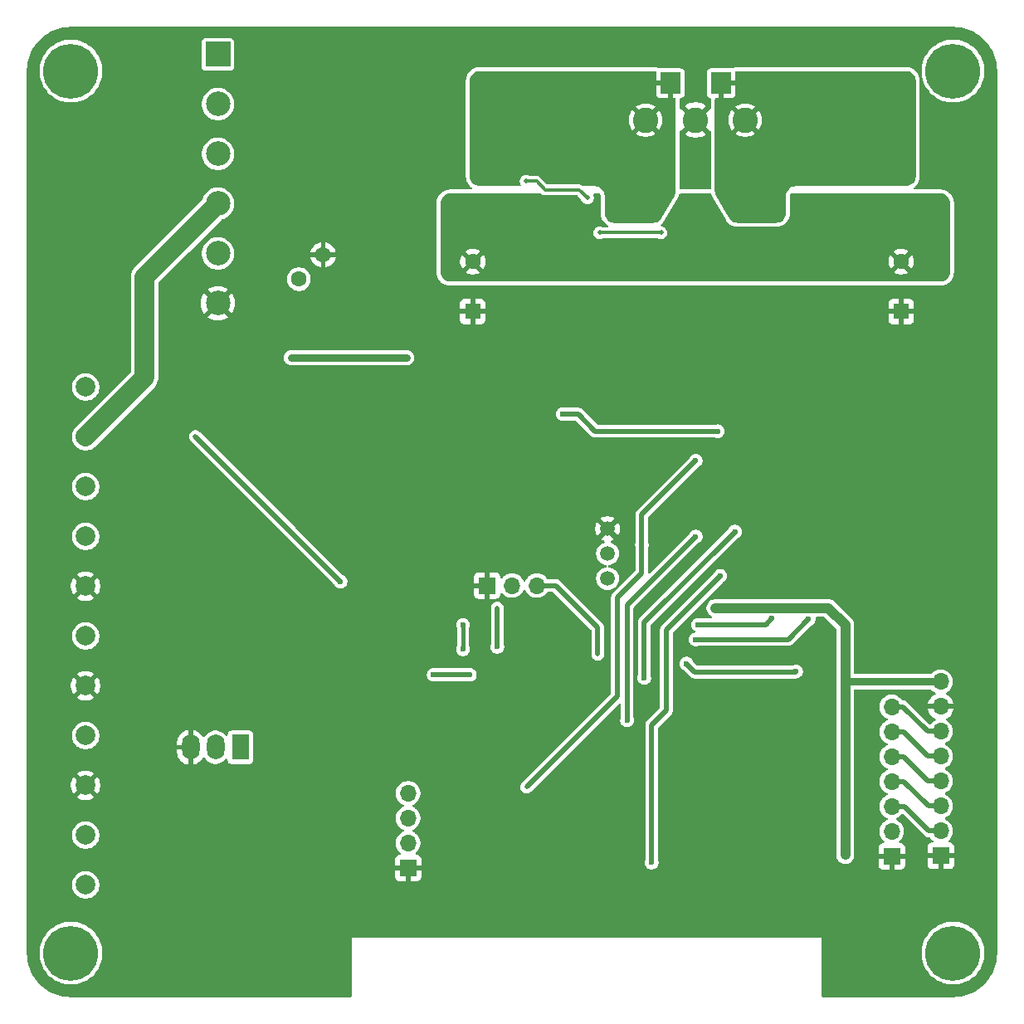
<source format=gbr>
%TF.GenerationSoftware,KiCad,Pcbnew,9.0.0*%
%TF.CreationDate,2025-03-04T23:32:21+01:00*%
%TF.ProjectId,garage-door-controller,67617261-6765-42d6-946f-6f722d636f6e,rev?*%
%TF.SameCoordinates,Original*%
%TF.FileFunction,Copper,L2,Bot*%
%TF.FilePolarity,Positive*%
%FSLAX46Y46*%
G04 Gerber Fmt 4.6, Leading zero omitted, Abs format (unit mm)*
G04 Created by KiCad (PCBNEW 9.0.0) date 2025-03-04 23:32:21*
%MOMM*%
%LPD*%
G01*
G04 APERTURE LIST*
%TA.AperFunction,ComponentPad*%
%ADD10R,1.700000X1.700000*%
%TD*%
%TA.AperFunction,ComponentPad*%
%ADD11O,1.700000X1.700000*%
%TD*%
%TA.AperFunction,ComponentPad*%
%ADD12C,1.600000*%
%TD*%
%TA.AperFunction,ComponentPad*%
%ADD13R,1.600000X1.600000*%
%TD*%
%TA.AperFunction,ComponentPad*%
%ADD14C,5.600000*%
%TD*%
%TA.AperFunction,ComponentPad*%
%ADD15C,2.000000*%
%TD*%
%TA.AperFunction,ComponentPad*%
%ADD16R,2.500000X2.500000*%
%TD*%
%TA.AperFunction,ComponentPad*%
%ADD17C,2.500000*%
%TD*%
%TA.AperFunction,ComponentPad*%
%ADD18C,2.600000*%
%TD*%
%TA.AperFunction,ComponentPad*%
%ADD19C,1.520000*%
%TD*%
%TA.AperFunction,ComponentPad*%
%ADD20R,1.800000X2.600000*%
%TD*%
%TA.AperFunction,ComponentPad*%
%ADD21O,1.800000X2.600000*%
%TD*%
%TA.AperFunction,SMDPad,CuDef*%
%ADD22R,2.050000X2.240000*%
%TD*%
%TA.AperFunction,ViaPad*%
%ADD23C,0.600000*%
%TD*%
%TA.AperFunction,ViaPad*%
%ADD24C,0.500000*%
%TD*%
%TA.AperFunction,Conductor*%
%ADD25C,0.500000*%
%TD*%
%TA.AperFunction,Conductor*%
%ADD26C,0.400000*%
%TD*%
%TA.AperFunction,Conductor*%
%ADD27C,2.000000*%
%TD*%
%TA.AperFunction,Conductor*%
%ADD28C,0.750000*%
%TD*%
%TA.AperFunction,Conductor*%
%ADD29C,0.300000*%
%TD*%
%TA.AperFunction,Conductor*%
%ADD30C,1.000000*%
%TD*%
G04 APERTURE END LIST*
D10*
%TO.P,CN5,1,Pin_1*%
%TO.N,GND*%
X143750000Y-135080000D03*
D11*
%TO.P,CN5,2,Pin_2*%
%TO.N,/RF_D0*%
X143750000Y-132540000D03*
%TO.P,CN5,3,Pin_3*%
%TO.N,/RF_D1*%
X143750000Y-130000000D03*
%TO.P,CN5,4,Pin_4*%
%TO.N,/RF_D2*%
X143750000Y-127460000D03*
%TO.P,CN5,5,Pin_5*%
%TO.N,/RF_D3*%
X143750000Y-124920000D03*
%TO.P,CN5,6,Pin_6*%
%TO.N,/RF_VT*%
X143750000Y-122380000D03*
%TO.P,CN5,7,Pin_7*%
%TO.N,GND*%
X143750000Y-119840000D03*
%TO.P,CN5,8,Pin_8*%
%TO.N,+3V3*%
X143750000Y-117300000D03*
%TD*%
D10*
%TO.P,CN4,1,Pin_1*%
%TO.N,GND*%
X138750000Y-135125000D03*
D11*
%TO.P,CN4,2,Pin_2*%
%TO.N,+3V3*%
X138750000Y-132585000D03*
%TO.P,CN4,3,Pin_3*%
%TO.N,/RF_D0*%
X138750000Y-130045000D03*
%TO.P,CN4,4,Pin_4*%
%TO.N,/RF_D1*%
X138750000Y-127505000D03*
%TO.P,CN4,5,Pin_5*%
%TO.N,/RF_D2*%
X138750000Y-124965000D03*
%TO.P,CN4,6,Pin_6*%
%TO.N,/RF_D3*%
X138750000Y-122425000D03*
%TO.P,CN4,7,Pin_7*%
%TO.N,/RF_VT*%
X138750000Y-119885000D03*
%TD*%
D12*
%TO.P,C9,1*%
%TO.N,+36V*%
X96000000Y-74460000D03*
D13*
%TO.P,C9,2*%
%TO.N,GND*%
X96000000Y-79540000D03*
%TD*%
D14*
%TO.P,H4,1,1*%
%TO.N,unconnected-(H4-Pad1)*%
X145000000Y-145000000D03*
%TD*%
%TO.P,H3,1,1*%
%TO.N,unconnected-(H3-Pad1)*%
X145000000Y-55000000D03*
%TD*%
D10*
%TO.P,CN3,1,Pin_1*%
%TO.N,GND*%
X97460000Y-107500000D03*
D11*
%TO.P,CN3,2,Pin_2*%
%TO.N,+5V*%
X100000000Y-107500000D03*
%TO.P,CN3,3,Pin_3*%
%TO.N,MOTOR_TACHO*%
X102540000Y-107500000D03*
%TD*%
D12*
%TO.P,C2,1*%
%TO.N,+24V*%
X78262563Y-76237437D03*
%TO.P,C2,2*%
%TO.N,GND*%
X80737437Y-73762563D03*
%TD*%
D15*
%TO.P,X4,1,1*%
%TO.N,GND*%
X56500000Y-127880000D03*
%TO.P,X4,2,2*%
%TO.N,LIGHT_LOW*%
X56500000Y-132960000D03*
%TO.P,X4,3,3*%
%TO.N,+24V*%
X56500000Y-138040000D03*
%TD*%
D14*
%TO.P,H2,1,1*%
%TO.N,unconnected-(H2-Pad1)*%
X55000000Y-145000000D03*
%TD*%
D15*
%TO.P,X2,1,1*%
%TO.N,PUSH_DOWN*%
X56500001Y-102480000D03*
%TO.P,X2,2,2*%
%TO.N,GND*%
X56500001Y-107560000D03*
%TO.P,X2,3,3*%
%TO.N,PUSH_UP*%
X56500001Y-112640000D03*
%TD*%
D12*
%TO.P,C25,1*%
%TO.N,+36V*%
X139700000Y-74460000D03*
D13*
%TO.P,C25,2*%
%TO.N,GND*%
X139700000Y-79540000D03*
%TD*%
D16*
%TO.P,CN1,1,Pin_1*%
%TO.N,PSU_36*%
X70000000Y-53299998D03*
D17*
%TO.P,CN1,2,Pin_2*%
%TO.N,unconnected-(CN1-Pin_2-Pad2)*%
X70000000Y-58379998D03*
%TO.P,CN1,3,Pin_3*%
%TO.N,+36V*%
X70000000Y-63459998D03*
%TO.P,CN1,4,Pin_4*%
%TO.N,+24V*%
X70000000Y-68539998D03*
%TO.P,CN1,5,Pin_5*%
%TO.N,unconnected-(CN1-Pin_5-Pad5)*%
X70000000Y-73619998D03*
%TO.P,CN1,6,Pin_6*%
%TO.N,GND*%
X70000000Y-78699998D03*
%TD*%
D18*
%TO.P,CN2,1,Pin_1*%
%TO.N,SH1*%
X123812500Y-60000000D03*
%TO.P,CN2,2,Pin_2*%
%TO.N,GND*%
X118732500Y-60000000D03*
%TO.P,CN2,3,Pin_3*%
%TO.N,SH2*%
X113652500Y-60000000D03*
%TD*%
D10*
%TO.P,CN9,1,Pin_1*%
%TO.N,GND*%
X89400000Y-136329999D03*
D11*
%TO.P,CN9,2,Pin_2*%
%TO.N,/TX*%
X89400000Y-133789999D03*
%TO.P,CN9,3,Pin_3*%
%TO.N,/RX*%
X89400000Y-131249999D03*
%TO.P,CN9,4,Pin_4*%
%TO.N,+3V3*%
X89400000Y-128709999D03*
%TD*%
D19*
%TO.P,RV1,1,1*%
%TO.N,/AVDD*%
X109750000Y-106790000D03*
%TO.P,RV1,2,2*%
%TO.N,/VREF_VAR*%
X109750000Y-104250000D03*
%TO.P,RV1,3,3*%
%TO.N,GND*%
X109750000Y-101710000D03*
%TD*%
D15*
%TO.P,X1,1,1*%
%TO.N,LIM_SW_BOTTOM*%
X56500001Y-87240000D03*
%TO.P,X1,2,2*%
%TO.N,+24V*%
X56500001Y-92320000D03*
%TO.P,X1,3,3*%
%TO.N,LIM_SW_TOP*%
X56500001Y-97400000D03*
%TD*%
D14*
%TO.P,H1,1,1*%
%TO.N,unconnected-(H1-Pad1)*%
X55000000Y-55000000D03*
%TD*%
D15*
%TO.P,X3,1,1*%
%TO.N,PUSH_TOGGLE*%
X56500000Y-122800000D03*
%TO.P,X3,2,2*%
%TO.N,GND*%
X56500000Y-117720000D03*
%TD*%
D20*
%TO.P,Q3,1,G*%
%TO.N,Net-(Q3-G)*%
X72290000Y-124000000D03*
D21*
%TO.P,Q3,2,D*%
%TO.N,LIGHT_LOW*%
X69750000Y-124000000D03*
%TO.P,Q3,3,S*%
%TO.N,GND*%
X67210000Y-124000000D03*
%TD*%
D22*
%TO.P,D7,1,K*%
%TO.N,SH1*%
X121340000Y-56250000D03*
%TO.P,D7,2,A*%
%TO.N,SH2*%
X116160000Y-56250000D03*
%TD*%
D23*
%TO.N,+36V*%
X94000000Y-70000000D03*
D24*
X103250000Y-68500000D03*
D23*
X144000000Y-72000000D03*
D24*
X131000000Y-68500000D03*
X131000000Y-70500000D03*
X104250000Y-70500000D03*
D23*
X136000000Y-72000000D03*
X131000000Y-74000000D03*
X142000000Y-68000000D03*
X142000000Y-70000000D03*
X135000000Y-76000000D03*
D24*
X131000000Y-69500000D03*
X134000000Y-68500000D03*
X105250000Y-69500000D03*
D23*
X137000000Y-76000000D03*
X136000000Y-70000000D03*
X102000000Y-74000000D03*
X144000000Y-68000000D03*
D24*
X106250000Y-70500000D03*
D23*
X100000000Y-72000000D03*
X133000000Y-74000000D03*
X94000000Y-76000000D03*
X94000000Y-72000000D03*
X135000000Y-74000000D03*
X94000000Y-68000000D03*
D24*
X106250000Y-69500000D03*
D23*
X142000000Y-76000000D03*
X140000000Y-72000000D03*
D24*
X133000000Y-68500000D03*
D23*
X98000000Y-76000000D03*
D24*
X104250000Y-68500000D03*
X132000000Y-69500000D03*
X134000000Y-69500000D03*
X134000000Y-70500000D03*
D23*
X142000000Y-72000000D03*
X140000000Y-70000000D03*
X144000000Y-74000000D03*
D24*
X106250000Y-68500000D03*
D23*
X98000000Y-72000000D03*
X96000000Y-70000000D03*
X96000000Y-68000000D03*
X106000000Y-74000000D03*
X137000000Y-74000000D03*
D24*
X132000000Y-70500000D03*
D23*
X136000000Y-68000000D03*
X142000000Y-74000000D03*
X104000000Y-74000000D03*
D24*
X103250000Y-70500000D03*
X133000000Y-69500000D03*
D23*
X94000000Y-74000000D03*
X96000000Y-72000000D03*
D24*
X133000000Y-70500000D03*
X105250000Y-68500000D03*
X105250000Y-70500000D03*
X132000000Y-68500000D03*
X103250000Y-69500000D03*
D23*
X100000000Y-76000000D03*
D24*
X104250000Y-69500000D03*
D23*
X144000000Y-70000000D03*
X106000000Y-76000000D03*
X100000000Y-74000000D03*
X96000000Y-76000000D03*
X138000000Y-72000000D03*
X144000000Y-76000000D03*
%TO.N,MOTOR_TACHO*%
X129000000Y-116250000D03*
X117791776Y-115458224D03*
D24*
X108750000Y-114500000D03*
D23*
%TO.N,LIM_TOP*%
X130250000Y-110936776D03*
X118750000Y-113000000D03*
%TO.N,LIM_BOTTOM*%
X95000000Y-111500000D03*
X95000000Y-114000000D03*
X126500000Y-110875000D03*
X119000000Y-111500000D03*
%TO.N,GND*%
X145000000Y-115000000D03*
X75000000Y-147000000D03*
X86000000Y-108000000D03*
X85000000Y-79000000D03*
X85750000Y-114250000D03*
X59000000Y-71000000D03*
X81000000Y-57000000D03*
X145000000Y-65000000D03*
X137000000Y-143000000D03*
X147000000Y-121000000D03*
D24*
X125700000Y-79000000D03*
D23*
X147000000Y-125000000D03*
X65000000Y-83000000D03*
X53000000Y-69000000D03*
X143000000Y-109000000D03*
X107000000Y-139000000D03*
X105000000Y-133000000D03*
X61000000Y-53000000D03*
X111000000Y-141000000D03*
X81000000Y-147000000D03*
X133000000Y-89000000D03*
X133000000Y-105000000D03*
X145000000Y-93000000D03*
X103000000Y-139000000D03*
X99000000Y-87000000D03*
D24*
X123700000Y-81000000D03*
D23*
X147000000Y-91000000D03*
X139000000Y-91000000D03*
X139000000Y-107000000D03*
X91000000Y-53000000D03*
X147000000Y-85000000D03*
X137000000Y-97000000D03*
X143000000Y-87000000D03*
X107000000Y-53000000D03*
D24*
X118700000Y-83000000D03*
D23*
X137000000Y-81000000D03*
X55000000Y-83000000D03*
X141000000Y-97000000D03*
X93000000Y-53000000D03*
D24*
X118750000Y-89500000D03*
D23*
X131000000Y-91000000D03*
X105000000Y-141000000D03*
X147000000Y-73000000D03*
X131000000Y-97000000D03*
X143000000Y-97000000D03*
D24*
X74000000Y-134500000D03*
X115700000Y-79000000D03*
X121700000Y-82000000D03*
X123700000Y-82000000D03*
D23*
X147000000Y-133000000D03*
X147000000Y-61000000D03*
X133000000Y-93000000D03*
X147000000Y-79000000D03*
X147000000Y-113000000D03*
X85000000Y-59000000D03*
X59000000Y-141000000D03*
X73000000Y-119000000D03*
X71000000Y-91000000D03*
X135000000Y-85000000D03*
X129000000Y-93000000D03*
X65000000Y-123000000D03*
D24*
X122700000Y-81000000D03*
D23*
X143000000Y-79000000D03*
X53000000Y-77000000D03*
X65000000Y-121000000D03*
X53000000Y-65000000D03*
X147000000Y-137000000D03*
D24*
X117700000Y-78000000D03*
D23*
X103000000Y-135000000D03*
X135000000Y-147000000D03*
X85000000Y-127000000D03*
X75000000Y-59000000D03*
X85000000Y-53000000D03*
X81000000Y-123000000D03*
X147000000Y-101000000D03*
X131000000Y-119000000D03*
X133000000Y-145000000D03*
D24*
X124700000Y-79000000D03*
D23*
X99000000Y-81000000D03*
X133000000Y-53000000D03*
X141000000Y-107000000D03*
X139000000Y-105000000D03*
X85000000Y-135000000D03*
D24*
X122700000Y-80000000D03*
D23*
X129000000Y-99000000D03*
X135000000Y-79000000D03*
X137000000Y-109000000D03*
X69000000Y-85000000D03*
X55000000Y-61000000D03*
X103000000Y-131000000D03*
X59000000Y-75000000D03*
X91000000Y-55000000D03*
X75000000Y-119000000D03*
X75000000Y-123000000D03*
X145000000Y-79000000D03*
X69000000Y-89000000D03*
X143000000Y-139000000D03*
X95000000Y-85000000D03*
X53000000Y-85000000D03*
X73000000Y-53000000D03*
X69000000Y-83000000D03*
X147000000Y-129000000D03*
D24*
X125700000Y-80000000D03*
D23*
X88250000Y-116750000D03*
X89000000Y-59000000D03*
D24*
X122700000Y-82000000D03*
D23*
X147000000Y-97000000D03*
X113000000Y-141000000D03*
X133000000Y-103000000D03*
X143000000Y-101000000D03*
X73000000Y-79000000D03*
X97000000Y-83000000D03*
X143000000Y-85000000D03*
X141000000Y-101000000D03*
X135000000Y-99000000D03*
X53000000Y-75000000D03*
X147000000Y-75000000D03*
X75000000Y-55000000D03*
X123250000Y-121750000D03*
X73000000Y-117000000D03*
X147000000Y-99000000D03*
X53000000Y-79000000D03*
X101000000Y-135000000D03*
X139000000Y-111000000D03*
X73000000Y-55000000D03*
X141000000Y-87000000D03*
D24*
X124700000Y-78000000D03*
D23*
X139000000Y-145000000D03*
X141000000Y-141000000D03*
D24*
X118750000Y-90500000D03*
D23*
X141000000Y-105000000D03*
X143000000Y-61000000D03*
X97000000Y-85000000D03*
D24*
X119750000Y-90500000D03*
D23*
X137000000Y-101000000D03*
X101000000Y-139000000D03*
X79000000Y-107000000D03*
X143000000Y-63000000D03*
D24*
X115700000Y-80000000D03*
D23*
X73000000Y-59000000D03*
X143000000Y-111000000D03*
X129000000Y-95000000D03*
X93000000Y-59000000D03*
X109000000Y-127000000D03*
X83000000Y-135000000D03*
X143000000Y-81000000D03*
X65000000Y-63000000D03*
X143000000Y-91000000D03*
X83000000Y-75000000D03*
X147000000Y-139000000D03*
X143000000Y-65000000D03*
X85750000Y-120250000D03*
X101000000Y-53000000D03*
X109000000Y-129000000D03*
X53000000Y-63000000D03*
X147000000Y-67000000D03*
X127000000Y-89000000D03*
X135000000Y-105000000D03*
X147000000Y-127000000D03*
X143000000Y-95000000D03*
X53000000Y-83000000D03*
X83000000Y-53000000D03*
X139000000Y-113000000D03*
X99000000Y-83000000D03*
X141000000Y-111000000D03*
X99000000Y-85000000D03*
X141000000Y-139000000D03*
X99000000Y-89000000D03*
D24*
X121700000Y-84000000D03*
D23*
X133000000Y-91000000D03*
X61000000Y-63000000D03*
X53000000Y-91000000D03*
X131000000Y-93000000D03*
X143000000Y-83000000D03*
X137000000Y-115000000D03*
X129000000Y-121000000D03*
X101000000Y-97000000D03*
X93000000Y-79000000D03*
X73000000Y-121000000D03*
X65000000Y-65000000D03*
X147000000Y-83000000D03*
X63000000Y-61000000D03*
X87000000Y-55000000D03*
X119000000Y-57000000D03*
X145000000Y-81000000D03*
X85000000Y-57000000D03*
X111000000Y-139000000D03*
X141000000Y-99000000D03*
X65000000Y-61000000D03*
X53000000Y-71000000D03*
X139000000Y-141000000D03*
D24*
X74000000Y-130500000D03*
D23*
X141000000Y-91000000D03*
X63000000Y-53000000D03*
X105000000Y-135000000D03*
X129000000Y-119000000D03*
X99000000Y-123000000D03*
D24*
X117750000Y-89500000D03*
D23*
X79000000Y-121000000D03*
X65000000Y-79000000D03*
X53000000Y-81000000D03*
D24*
X119700000Y-83000000D03*
D23*
X99000000Y-79000000D03*
D24*
X119700000Y-84000000D03*
D23*
X101000000Y-133000000D03*
X125000000Y-53000000D03*
X141000000Y-83000000D03*
X139000000Y-97000000D03*
X145000000Y-63000000D03*
X77000000Y-53000000D03*
X135000000Y-107000000D03*
D24*
X74000000Y-132500000D03*
D23*
X143000000Y-107000000D03*
X61000000Y-65000000D03*
X63000000Y-125000000D03*
X147000000Y-105000000D03*
X101000000Y-83000000D03*
X61000000Y-147000000D03*
X63000000Y-63000000D03*
X137000000Y-91000000D03*
X147000000Y-81000000D03*
X59000000Y-129000000D03*
X73000000Y-91000000D03*
X135000000Y-101000000D03*
X145000000Y-95000000D03*
X67000000Y-81000000D03*
X141000000Y-109000000D03*
X129000000Y-101000000D03*
X67000000Y-139000000D03*
X145000000Y-87000000D03*
X135000000Y-93000000D03*
X69000000Y-87000000D03*
X95000000Y-105000000D03*
D24*
X117750000Y-88500000D03*
D23*
X145000000Y-139000000D03*
X131000000Y-103000000D03*
X85000000Y-77000000D03*
X83000000Y-59000000D03*
X109000000Y-141000000D03*
X91000000Y-59000000D03*
X131000000Y-105000000D03*
X59000000Y-79000000D03*
X71000000Y-109000000D03*
X67000000Y-77000000D03*
D24*
X118700000Y-78000000D03*
D23*
X127000000Y-87000000D03*
X137000000Y-111000000D03*
X101000000Y-131000000D03*
X139000000Y-95000000D03*
X67000000Y-121000000D03*
X137000000Y-105000000D03*
X65000000Y-85000000D03*
X73000000Y-77000000D03*
X137000000Y-145000000D03*
X59000000Y-127000000D03*
D24*
X114700000Y-79000000D03*
D23*
X83000000Y-55000000D03*
D24*
X117700000Y-79000000D03*
D23*
X101000000Y-81000000D03*
X147000000Y-95000000D03*
D24*
X120700000Y-78000000D03*
D23*
X135000000Y-87000000D03*
X131000000Y-83000000D03*
X139000000Y-85000000D03*
X137000000Y-95000000D03*
X79000000Y-71000000D03*
X137000000Y-53000000D03*
X101000000Y-93000000D03*
X133000000Y-97000000D03*
X81000000Y-53000000D03*
X89000000Y-77000000D03*
X73000000Y-81000000D03*
X139000000Y-109000000D03*
X83000000Y-125000000D03*
X91000000Y-119000000D03*
X139000000Y-103000000D03*
X147000000Y-63000000D03*
X83500000Y-105500000D03*
X141000000Y-115000000D03*
X83250000Y-111750000D03*
X131000000Y-117000000D03*
X79000000Y-53000000D03*
X145000000Y-113000000D03*
X147000000Y-117000000D03*
X79000000Y-55000000D03*
X63000000Y-123000000D03*
X139000000Y-93000000D03*
X73000000Y-147000000D03*
X137000000Y-85000000D03*
X57000000Y-73000000D03*
X91000000Y-57000000D03*
X147000000Y-69000000D03*
X109000000Y-53000000D03*
X95000000Y-53000000D03*
X145000000Y-61000000D03*
X105000000Y-115000000D03*
X147000000Y-93000000D03*
X65000000Y-59000000D03*
X139000000Y-53000000D03*
X103000000Y-141000000D03*
X105000000Y-129000000D03*
X63000000Y-121000000D03*
X117000000Y-123000000D03*
X75000000Y-79000000D03*
X67000000Y-57000000D03*
X61000000Y-67000000D03*
X63000000Y-147000000D03*
X105000000Y-53000000D03*
X65000000Y-81000000D03*
X101000000Y-141000000D03*
X83000000Y-57000000D03*
X147000000Y-135000000D03*
X129000000Y-97000000D03*
X145000000Y-99000000D03*
X133000000Y-147000000D03*
X139000000Y-83000000D03*
X119000000Y-55000000D03*
X67000000Y-85000000D03*
X143000000Y-103000000D03*
X137000000Y-83000000D03*
X137000000Y-147000000D03*
X95000000Y-87000000D03*
X87000000Y-53000000D03*
X79000000Y-93000000D03*
X101000000Y-79000000D03*
X53000000Y-89000000D03*
D24*
X121700000Y-81000000D03*
D23*
X103000000Y-53000000D03*
X133000000Y-85000000D03*
X57000000Y-77000000D03*
X83000000Y-147000000D03*
X91000000Y-79000000D03*
X105000000Y-83000000D03*
D24*
X74000000Y-133500000D03*
D23*
X55000000Y-63000000D03*
X103000000Y-85000000D03*
X129000000Y-103000000D03*
D24*
X122700000Y-79000000D03*
D23*
X101000000Y-121000000D03*
X137000000Y-107000000D03*
X143000000Y-105000000D03*
X143000000Y-115000000D03*
X111000000Y-127000000D03*
D24*
X121700000Y-79000000D03*
D23*
X147000000Y-107000000D03*
X133000000Y-101000000D03*
X65000000Y-125000000D03*
X71000000Y-119000000D03*
X137000000Y-87000000D03*
X135000000Y-83000000D03*
X137000000Y-93000000D03*
X107000000Y-131000000D03*
X89000000Y-79000000D03*
X139000000Y-87000000D03*
X133000000Y-107000000D03*
X89000000Y-57000000D03*
D24*
X125700000Y-78000000D03*
D23*
X127000000Y-53000000D03*
X101000000Y-89000000D03*
X137000000Y-99000000D03*
X103000000Y-81000000D03*
X118500000Y-104250000D03*
X129000000Y-91000000D03*
X59000000Y-95000000D03*
X135000000Y-143000000D03*
X71000000Y-121000000D03*
X89000000Y-55000000D03*
X67000000Y-79000000D03*
X93000000Y-81000000D03*
X103000000Y-133000000D03*
X133000000Y-95000000D03*
X139000000Y-101000000D03*
X111000000Y-53000000D03*
X129000000Y-105000000D03*
X80750000Y-100250000D03*
X143000000Y-113000000D03*
D24*
X118700000Y-79000000D03*
D23*
X137000000Y-113000000D03*
X135000000Y-91000000D03*
X101000000Y-137000000D03*
X67000000Y-87000000D03*
X73000000Y-57000000D03*
X59000000Y-77000000D03*
X88500000Y-110500000D03*
X145000000Y-89000000D03*
X107000000Y-141000000D03*
X139000000Y-139000000D03*
X145000000Y-103000000D03*
X147000000Y-119000000D03*
X109000000Y-139000000D03*
X113000000Y-139000000D03*
X147000000Y-77000000D03*
X145000000Y-111000000D03*
D24*
X74000000Y-135500000D03*
D23*
X105000000Y-131000000D03*
X143000000Y-89000000D03*
X135000000Y-81000000D03*
X75000000Y-121000000D03*
X141000000Y-95000000D03*
X101000000Y-85000000D03*
X137000000Y-79000000D03*
X137000000Y-89000000D03*
X79000000Y-91000000D03*
X103000000Y-83000000D03*
X73000000Y-85000000D03*
X129000000Y-85000000D03*
D24*
X114700000Y-78000000D03*
D23*
X131000000Y-101000000D03*
X71000000Y-99000000D03*
X147000000Y-87000000D03*
D24*
X74000000Y-131500000D03*
D23*
X131000000Y-53000000D03*
X133000000Y-143000000D03*
X135000000Y-89000000D03*
X103000000Y-137000000D03*
X135000000Y-97000000D03*
X81000000Y-59000000D03*
X139000000Y-115000000D03*
X81000000Y-131000000D03*
X59000000Y-125000000D03*
X107000000Y-129000000D03*
X85000000Y-75000000D03*
X83250000Y-117750000D03*
X131000000Y-81000000D03*
D24*
X73250000Y-136250000D03*
D23*
X87000000Y-79000000D03*
X69000000Y-121000000D03*
X111000000Y-131000000D03*
X105000000Y-137000000D03*
D24*
X119700000Y-78000000D03*
D23*
X147000000Y-71000000D03*
X145000000Y-83000000D03*
X73000000Y-83000000D03*
X137000000Y-103000000D03*
X137000000Y-139000000D03*
X145000000Y-105000000D03*
X131000000Y-89000000D03*
D24*
X119750000Y-89500000D03*
D23*
X147000000Y-103000000D03*
X129000000Y-53000000D03*
X97000000Y-87000000D03*
X61000000Y-71000000D03*
X147000000Y-89000000D03*
X145000000Y-107000000D03*
X135000000Y-95000000D03*
X99000000Y-53000000D03*
X105000000Y-85000000D03*
D24*
X120700000Y-84000000D03*
D23*
X97000000Y-89000000D03*
X133000000Y-99000000D03*
X139000000Y-147000000D03*
X139000000Y-99000000D03*
X131000000Y-99000000D03*
X61000000Y-125000000D03*
X97000000Y-53000000D03*
X139000000Y-89000000D03*
X145000000Y-91000000D03*
X65000000Y-67000000D03*
X71000000Y-89000000D03*
D24*
X124700000Y-81000000D03*
X124700000Y-80000000D03*
X115700000Y-78000000D03*
D23*
X147000000Y-115000000D03*
X77000000Y-55000000D03*
X111000000Y-129000000D03*
X107000000Y-127000000D03*
X145000000Y-101000000D03*
X95000000Y-83000000D03*
X63000000Y-69000000D03*
X88250000Y-122750000D03*
X145000000Y-109000000D03*
X143000000Y-99000000D03*
X133000000Y-83000000D03*
X147000000Y-111000000D03*
X141000000Y-89000000D03*
X133000000Y-87000000D03*
X87000000Y-129000000D03*
D24*
X116700000Y-79000000D03*
X118750000Y-88500000D03*
D23*
X61000000Y-141000000D03*
X75000000Y-125000000D03*
X75000000Y-57000000D03*
D24*
X77800000Y-132000000D03*
X114700000Y-80000000D03*
D23*
X141000000Y-113000000D03*
X145000000Y-85000000D03*
X131000000Y-85000000D03*
X93000000Y-55000000D03*
X147000000Y-123000000D03*
X75000000Y-53000000D03*
X143000000Y-93000000D03*
X89000000Y-81000000D03*
X73000000Y-87000000D03*
X135000000Y-53000000D03*
X141000000Y-93000000D03*
X135000000Y-145000000D03*
X105000000Y-139000000D03*
D24*
X121700000Y-80000000D03*
X119750000Y-88500000D03*
D23*
X67000000Y-83000000D03*
D24*
X123700000Y-80000000D03*
X116700000Y-78000000D03*
D23*
X71000000Y-83000000D03*
X85000000Y-55000000D03*
X109000000Y-131000000D03*
X107000000Y-85000000D03*
X53000000Y-61000000D03*
X61000000Y-69000000D03*
X57000000Y-75000000D03*
X141000000Y-85000000D03*
X81000000Y-55000000D03*
X131000000Y-87000000D03*
X73000000Y-89000000D03*
X113000000Y-53000000D03*
D24*
X120700000Y-83000000D03*
D23*
X119000000Y-63000000D03*
X61000000Y-143000000D03*
D24*
X120700000Y-79000000D03*
D23*
X107000000Y-87000000D03*
X147000000Y-131000000D03*
X63000000Y-67000000D03*
X93000000Y-57000000D03*
X95000000Y-89000000D03*
X61000000Y-123000000D03*
X133000000Y-81000000D03*
X129000000Y-89000000D03*
D24*
X121700000Y-83000000D03*
D23*
X131000000Y-95000000D03*
X87000000Y-59000000D03*
D24*
X119700000Y-79000000D03*
D23*
X53000000Y-67000000D03*
X53000000Y-73000000D03*
X61000000Y-55000000D03*
X91000000Y-81000000D03*
X87000000Y-77000000D03*
X67000000Y-59000000D03*
X103000000Y-115000000D03*
X147000000Y-65000000D03*
X135000000Y-103000000D03*
X53000000Y-87000000D03*
D24*
X117750000Y-90500000D03*
D23*
X101000000Y-87000000D03*
X139000000Y-143000000D03*
X63000000Y-65000000D03*
X141000000Y-103000000D03*
X89000000Y-53000000D03*
X71000000Y-87000000D03*
D24*
X72250001Y-136250000D03*
D23*
X147000000Y-109000000D03*
D24*
X122700000Y-83000000D03*
D23*
X61000000Y-145000000D03*
X83000000Y-133000000D03*
X59000000Y-73000000D03*
D24*
X123700000Y-79000000D03*
D23*
X145000000Y-97000000D03*
X79000000Y-147000000D03*
X137000000Y-141000000D03*
X73000000Y-93000000D03*
X129000000Y-87000000D03*
X71000000Y-85000000D03*
X77000000Y-147000000D03*
X87000000Y-57000000D03*
X57000000Y-71000000D03*
%TO.N,SH1*%
X138000000Y-58000000D03*
D24*
X123700000Y-68500000D03*
D23*
X138000000Y-62000000D03*
D24*
X126700000Y-69500000D03*
D23*
X132000000Y-56000000D03*
X138000000Y-56000000D03*
D24*
X124700000Y-67500000D03*
X126700000Y-67500000D03*
D23*
X136000000Y-58000000D03*
X126000000Y-64000000D03*
X132000000Y-64000000D03*
X122000000Y-64000000D03*
X122000000Y-58000000D03*
X134000000Y-58000000D03*
X130000000Y-60000000D03*
D24*
X124700000Y-69500000D03*
D23*
X132000000Y-62000000D03*
X140000000Y-60000000D03*
X138000000Y-60000000D03*
X132000000Y-58000000D03*
D24*
X125700000Y-69500000D03*
D23*
X126000000Y-58000000D03*
X136000000Y-60000000D03*
X128000000Y-60000000D03*
X134000000Y-56000000D03*
X126000000Y-56000000D03*
D24*
X123700000Y-69500000D03*
D23*
X128000000Y-56000000D03*
X134000000Y-64000000D03*
X130000000Y-64000000D03*
D24*
X124700000Y-68500000D03*
D23*
X122000000Y-62000000D03*
X136000000Y-56000000D03*
X130000000Y-62000000D03*
X128000000Y-64000000D03*
D24*
X125700000Y-68500000D03*
X123700000Y-67500000D03*
D23*
X134000000Y-62000000D03*
D24*
X126700000Y-68500000D03*
D23*
X128000000Y-58000000D03*
D24*
X125700000Y-67500000D03*
D23*
X126000000Y-62000000D03*
X134000000Y-60000000D03*
X124000000Y-56000000D03*
X140000000Y-58000000D03*
X130000000Y-56000000D03*
X132000000Y-60000000D03*
X136000000Y-62000000D03*
X136000000Y-64000000D03*
X140000000Y-56000000D03*
X128000000Y-62000000D03*
X140000000Y-62000000D03*
X124000000Y-64000000D03*
X130000000Y-58000000D03*
D24*
%TO.N,SH2*%
X113700000Y-67500000D03*
D23*
X113000000Y-56000000D03*
X97000000Y-58000000D03*
X103000000Y-62000000D03*
D24*
X111700000Y-67500000D03*
X110700000Y-68500000D03*
D23*
X105000000Y-60000000D03*
D24*
X111700000Y-69500000D03*
D23*
X99000000Y-60000000D03*
X101000000Y-58000000D03*
X111000000Y-58000000D03*
X107000000Y-58000000D03*
X115000000Y-64000000D03*
X103000000Y-64000000D03*
X97000000Y-56000000D03*
X107000000Y-62000000D03*
X109000000Y-60000000D03*
X109000000Y-62000000D03*
D24*
X113700000Y-68500000D03*
X110700000Y-69500000D03*
D23*
X103000000Y-60000000D03*
X111000000Y-64000000D03*
D24*
X112700000Y-69500000D03*
D23*
X103000000Y-56000000D03*
X111000000Y-62000000D03*
X105000000Y-58000000D03*
D24*
X111700000Y-68500000D03*
D23*
X101000000Y-60000000D03*
X105000000Y-62000000D03*
X111000000Y-60000000D03*
X99000000Y-58000000D03*
X107000000Y-64000000D03*
X109000000Y-58000000D03*
X99000000Y-62000000D03*
X101000000Y-62000000D03*
X107000000Y-56000000D03*
X113000000Y-64000000D03*
X101000000Y-56000000D03*
D24*
X112700000Y-67500000D03*
D23*
X109000000Y-56000000D03*
D24*
X113700000Y-69500000D03*
X110700000Y-67500000D03*
D23*
X107000000Y-60000000D03*
X105000000Y-64000000D03*
X101000000Y-64000000D03*
X97000000Y-62000000D03*
X97000000Y-60000000D03*
X109000000Y-64000000D03*
X103000000Y-58000000D03*
X99000000Y-56000000D03*
D24*
X112700000Y-68500000D03*
D23*
X111000000Y-56000000D03*
X105000000Y-56000000D03*
D24*
%TO.N,+5V*%
X77500000Y-84250000D03*
X89250000Y-84250000D03*
%TO.N,/GH2*%
X101450000Y-66250000D03*
X107696000Y-67939000D03*
%TO.N,/GL2*%
X115200000Y-71500000D03*
X108950000Y-71500000D03*
D23*
%TO.N,/IDRIVE*%
X105175000Y-90000000D03*
X121000000Y-91750000D03*
%TO.N,+3V3*%
X120750000Y-109799000D03*
X98500000Y-113750000D03*
X134000000Y-114500000D03*
D24*
X134000000Y-135000000D03*
X98500000Y-109799000D03*
D23*
%TO.N,/MCU_PSU_ON*%
X82500000Y-107100000D03*
X92000000Y-116600000D03*
D24*
X67700000Y-92300000D03*
D23*
X95700000Y-116600000D03*
%TO.N,/DRV_SO*%
X114250000Y-135750000D03*
X121250000Y-106500000D03*
D24*
%TO.N,/DRV_SNSOUT*%
X101500000Y-128050000D03*
D23*
X118750000Y-94750000D03*
X113250000Y-103349999D03*
%TO.N,/DRV_FAULT*%
X111750000Y-121250000D03*
X118750000Y-102500000D03*
%TO.N,/MCU_MOTOR_EN*%
X122750000Y-102000000D03*
X113500000Y-116900000D03*
%TD*%
D25*
%TO.N,MOTOR_TACHO*%
X104500000Y-107500000D02*
X102539999Y-107500000D01*
X108750000Y-114500000D02*
X108750000Y-111750000D01*
X118666776Y-116333224D02*
X128916776Y-116333224D01*
X117791776Y-115458224D02*
X118666776Y-116333224D01*
X128916776Y-116333224D02*
X129000000Y-116250000D01*
X108750000Y-111750000D02*
X104500000Y-107500000D01*
%TO.N,LIM_TOP*%
X128186776Y-113000000D02*
X118750000Y-113000000D01*
X130250000Y-110936776D02*
X128186776Y-113000000D01*
%TO.N,LIM_BOTTOM*%
X125875000Y-111500000D02*
X126500000Y-110875000D01*
X119000000Y-111500000D02*
X125875000Y-111500000D01*
D26*
X95000000Y-111500000D02*
X95000000Y-114000000D01*
D27*
%TO.N,+24V*%
X62500000Y-76039998D02*
X62500000Y-86320001D01*
X70000000Y-68539998D02*
X62500000Y-76039998D01*
X62500000Y-86320001D02*
X56500001Y-92320000D01*
D28*
%TO.N,+5V*%
X89250000Y-84250000D02*
X77500000Y-84250000D01*
D29*
%TO.N,/GH2*%
X103375000Y-67125000D02*
X106882000Y-67125000D01*
X101450000Y-66250000D02*
X102500000Y-66250000D01*
X106882000Y-67125000D02*
X107696000Y-67939000D01*
X102500000Y-66250000D02*
X103375000Y-67125000D01*
%TO.N,/GL2*%
X115200000Y-71500000D02*
X108950000Y-71500000D01*
D25*
%TO.N,/IDRIVE*%
X105175000Y-90000000D02*
X106750000Y-90000000D01*
X106750000Y-90000000D02*
X108500000Y-91750000D01*
X108500000Y-91750000D02*
X121000000Y-91750000D01*
D30*
%TO.N,+3V3*%
X120750000Y-109799000D02*
X132299000Y-109799000D01*
X132299000Y-109799000D02*
X134000000Y-111500000D01*
D25*
X98500000Y-113750000D02*
X98500000Y-109799000D01*
X134000000Y-114500000D02*
X134000000Y-117250000D01*
D30*
X134000000Y-111500000D02*
X134000000Y-114500000D01*
D25*
X134000000Y-117250000D02*
X134049999Y-117299999D01*
D28*
X134049999Y-117299999D02*
X143750000Y-117299999D01*
D30*
X134000000Y-114500000D02*
X134000000Y-135000000D01*
D25*
%TO.N,/MCU_PSU_ON*%
X92000000Y-116600000D02*
X95700000Y-116600000D01*
X67700000Y-92300000D02*
X82500000Y-107100000D01*
%TO.N,/DRV_SO*%
X115750000Y-120250000D02*
X115750000Y-112000000D01*
X115750000Y-112000000D02*
X121250000Y-106500000D01*
X114250000Y-121750000D02*
X115750000Y-120250000D01*
X114250000Y-135750000D02*
X114250000Y-121750000D01*
%TO.N,/DRV_SNSOUT*%
X101500000Y-128050000D02*
X110750000Y-118800000D01*
X113250000Y-103349999D02*
X113250000Y-100250000D01*
X113250000Y-100250000D02*
X118750000Y-94750000D01*
X113250000Y-106250000D02*
X113250000Y-103349999D01*
X110750000Y-108750000D02*
X113250000Y-106250000D01*
X110750000Y-118800000D02*
X110750000Y-108750000D01*
%TO.N,/DRV_FAULT*%
X111750000Y-109500000D02*
X118750000Y-102500000D01*
X111750000Y-121250000D02*
X111750000Y-109500000D01*
%TO.N,/MCU_MOTOR_EN*%
X122750000Y-102000000D02*
X113500000Y-111250000D01*
X113500000Y-111250000D02*
X113500000Y-116900000D01*
%TO.N,/RF_VT*%
X139885000Y-119885000D02*
X138750000Y-119885000D01*
X143750000Y-122380000D02*
X142380000Y-122380000D01*
X142380000Y-122380000D02*
X139885000Y-119885000D01*
%TO.N,/RF_D2*%
X142460000Y-127460000D02*
X139965000Y-124965000D01*
X143750000Y-127460000D02*
X142460000Y-127460000D01*
X139965000Y-124965000D02*
X138750000Y-124965000D01*
%TO.N,/RF_D3*%
X142420000Y-124920000D02*
X139925000Y-122425000D01*
X143750000Y-124920000D02*
X142420000Y-124920000D01*
X139925000Y-122425000D02*
X138750000Y-122425000D01*
%TO.N,/RF_D0*%
X142540000Y-132540000D02*
X140045001Y-130045001D01*
X140045001Y-130045001D02*
X138750000Y-130045001D01*
X143750000Y-132540000D02*
X142540000Y-132540000D01*
%TO.N,/RF_D1*%
X142500001Y-130000001D02*
X140005000Y-127505000D01*
X143750000Y-130000001D02*
X142500001Y-130000001D01*
X140005000Y-127505000D02*
X138750000Y-127505000D01*
%TD*%
%TA.AperFunction,Conductor*%
%TO.N,GND*%
G36*
X118033426Y-60573715D02*
G01*
X118158785Y-60699074D01*
X118295577Y-60790476D01*
X117648775Y-61437277D01*
X117730327Y-61499854D01*
X117730328Y-61499855D01*
X117934671Y-61617834D01*
X117934680Y-61617839D01*
X118152663Y-61708129D01*
X118152661Y-61708129D01*
X118380585Y-61769200D01*
X118614514Y-61799999D01*
X118614529Y-61800000D01*
X118850471Y-61800000D01*
X118850485Y-61799999D01*
X119084414Y-61769200D01*
X119312337Y-61708129D01*
X119530319Y-61617839D01*
X119530328Y-61617834D01*
X119734681Y-61499850D01*
X119816223Y-61437279D01*
X119816223Y-61437276D01*
X119169422Y-60790476D01*
X119306215Y-60699074D01*
X119431574Y-60573715D01*
X119522975Y-60436922D01*
X120172529Y-61086476D01*
X120230573Y-61099465D01*
X120279684Y-61149163D01*
X120294501Y-61207942D01*
X120294501Y-66970500D01*
X120274816Y-67037539D01*
X120222012Y-67083294D01*
X120170501Y-67094500D01*
X117229501Y-67094500D01*
X117162462Y-67074815D01*
X117116707Y-67022011D01*
X117105501Y-66970500D01*
X117105501Y-61201767D01*
X117125186Y-61134728D01*
X117177990Y-61088973D01*
X117239149Y-61080179D01*
X117239158Y-61080049D01*
X117239773Y-61080089D01*
X117247148Y-61079029D01*
X117251094Y-61080831D01*
X117295221Y-61083723D01*
X117942023Y-60436921D01*
X118033426Y-60573715D01*
G37*
%TD.AperFunction*%
%TA.AperFunction,Conductor*%
G36*
X145002702Y-50500617D02*
G01*
X145386771Y-50517386D01*
X145397506Y-50518326D01*
X145775971Y-50568152D01*
X145786597Y-50570025D01*
X146159284Y-50652648D01*
X146169710Y-50655442D01*
X146533765Y-50770227D01*
X146543911Y-50773920D01*
X146896578Y-50920000D01*
X146906369Y-50924566D01*
X147244942Y-51100816D01*
X147254310Y-51106224D01*
X147576244Y-51311318D01*
X147585105Y-51317523D01*
X147887930Y-51549889D01*
X147896217Y-51556843D01*
X148177635Y-51814715D01*
X148185284Y-51822364D01*
X148443156Y-52103782D01*
X148450110Y-52112069D01*
X148682476Y-52414894D01*
X148688681Y-52423755D01*
X148893775Y-52745689D01*
X148899183Y-52755057D01*
X149075430Y-53093623D01*
X149080002Y-53103427D01*
X149226075Y-53456078D01*
X149229775Y-53466244D01*
X149344554Y-53830278D01*
X149347354Y-53840727D01*
X149429971Y-54213389D01*
X149431849Y-54224042D01*
X149481671Y-54602473D01*
X149482614Y-54613249D01*
X149499382Y-54997297D01*
X149499500Y-55002706D01*
X149499500Y-144997293D01*
X149499382Y-145002702D01*
X149482614Y-145386750D01*
X149481671Y-145397526D01*
X149431849Y-145775957D01*
X149429971Y-145786610D01*
X149347354Y-146159272D01*
X149344554Y-146169721D01*
X149229775Y-146533755D01*
X149226075Y-146543921D01*
X149080002Y-146896572D01*
X149075430Y-146906376D01*
X148899183Y-147244942D01*
X148893775Y-147254310D01*
X148688681Y-147576244D01*
X148682476Y-147585105D01*
X148450110Y-147887930D01*
X148443156Y-147896217D01*
X148185284Y-148177635D01*
X148177635Y-148185284D01*
X147896217Y-148443156D01*
X147887930Y-148450110D01*
X147585105Y-148682476D01*
X147576244Y-148688681D01*
X147254310Y-148893775D01*
X147244942Y-148899183D01*
X146906376Y-149075430D01*
X146896572Y-149080002D01*
X146543921Y-149226075D01*
X146533755Y-149229775D01*
X146169721Y-149344554D01*
X146159272Y-149347354D01*
X145786610Y-149429971D01*
X145775957Y-149431849D01*
X145397526Y-149481671D01*
X145386750Y-149482614D01*
X145002703Y-149499382D01*
X144997294Y-149499500D01*
X131744000Y-149499500D01*
X131676961Y-149479815D01*
X131631206Y-149427011D01*
X131620000Y-149375500D01*
X131620000Y-144820259D01*
X141799500Y-144820259D01*
X141799500Y-145179740D01*
X141839746Y-145536935D01*
X141839748Y-145536951D01*
X141919737Y-145887407D01*
X141919741Y-145887419D01*
X142038465Y-146226711D01*
X142194432Y-146550579D01*
X142194434Y-146550582D01*
X142385685Y-146854956D01*
X142609812Y-147136003D01*
X142863997Y-147390188D01*
X143145044Y-147614315D01*
X143449418Y-147805566D01*
X143773292Y-147961536D01*
X144028119Y-148050703D01*
X144112580Y-148080258D01*
X144112592Y-148080262D01*
X144463052Y-148160252D01*
X144820260Y-148200499D01*
X144820261Y-148200500D01*
X144820264Y-148200500D01*
X145179739Y-148200500D01*
X145179739Y-148200499D01*
X145536948Y-148160252D01*
X145887408Y-148080262D01*
X146226708Y-147961536D01*
X146550582Y-147805566D01*
X146854956Y-147614315D01*
X147136003Y-147390188D01*
X147390188Y-147136003D01*
X147614315Y-146854956D01*
X147805566Y-146550582D01*
X147961536Y-146226708D01*
X148080262Y-145887408D01*
X148160252Y-145536948D01*
X148200500Y-145179736D01*
X148200500Y-144820264D01*
X148160252Y-144463052D01*
X148080262Y-144112592D01*
X147961536Y-143773292D01*
X147805566Y-143449418D01*
X147614315Y-143145044D01*
X147390188Y-142863997D01*
X147136003Y-142609812D01*
X146854956Y-142385685D01*
X146550582Y-142194434D01*
X146550579Y-142194432D01*
X146226711Y-142038465D01*
X145887419Y-141919741D01*
X145887407Y-141919737D01*
X145536951Y-141839748D01*
X145536935Y-141839746D01*
X145179740Y-141799500D01*
X145179736Y-141799500D01*
X144820264Y-141799500D01*
X144820259Y-141799500D01*
X144463064Y-141839746D01*
X144463048Y-141839748D01*
X144112592Y-141919737D01*
X144112580Y-141919741D01*
X143773288Y-142038465D01*
X143449420Y-142194432D01*
X143145045Y-142385684D01*
X142863997Y-142609811D01*
X142609811Y-142863997D01*
X142385684Y-143145045D01*
X142194432Y-143449420D01*
X142038465Y-143773288D01*
X141919741Y-144112580D01*
X141919737Y-144112592D01*
X141839748Y-144463048D01*
X141839746Y-144463064D01*
X141799500Y-144820259D01*
X131620000Y-144820259D01*
X131620000Y-143429999D01*
X83620000Y-143429999D01*
X83620000Y-149375500D01*
X83600315Y-149442539D01*
X83547511Y-149488294D01*
X83496000Y-149499500D01*
X55002706Y-149499500D01*
X54997297Y-149499382D01*
X54613249Y-149482614D01*
X54602473Y-149481671D01*
X54224042Y-149431849D01*
X54213389Y-149429971D01*
X53840727Y-149347354D01*
X53830278Y-149344554D01*
X53466244Y-149229775D01*
X53456078Y-149226075D01*
X53103427Y-149080002D01*
X53093623Y-149075430D01*
X52755057Y-148899183D01*
X52745689Y-148893775D01*
X52423755Y-148688681D01*
X52414894Y-148682476D01*
X52112069Y-148450110D01*
X52103782Y-148443156D01*
X51822364Y-148185284D01*
X51814715Y-148177635D01*
X51556843Y-147896217D01*
X51549889Y-147887930D01*
X51317523Y-147585105D01*
X51311318Y-147576244D01*
X51106224Y-147254310D01*
X51100816Y-147244942D01*
X50924569Y-146906376D01*
X50919997Y-146896572D01*
X50902759Y-146854956D01*
X50773920Y-146543911D01*
X50770224Y-146533755D01*
X50673413Y-146226708D01*
X50655442Y-146169710D01*
X50652648Y-146159284D01*
X50570025Y-145786597D01*
X50568152Y-145775971D01*
X50518326Y-145397506D01*
X50517386Y-145386771D01*
X50500618Y-145002702D01*
X50500500Y-144997293D01*
X50500500Y-144820259D01*
X51799500Y-144820259D01*
X51799500Y-145179740D01*
X51839746Y-145536935D01*
X51839748Y-145536951D01*
X51919737Y-145887407D01*
X51919741Y-145887419D01*
X52038465Y-146226711D01*
X52194432Y-146550579D01*
X52194434Y-146550582D01*
X52385685Y-146854956D01*
X52609812Y-147136003D01*
X52863997Y-147390188D01*
X53145044Y-147614315D01*
X53449418Y-147805566D01*
X53773292Y-147961536D01*
X54028119Y-148050703D01*
X54112580Y-148080258D01*
X54112592Y-148080262D01*
X54463052Y-148160252D01*
X54820260Y-148200499D01*
X54820261Y-148200500D01*
X54820264Y-148200500D01*
X55179739Y-148200500D01*
X55179739Y-148200499D01*
X55536948Y-148160252D01*
X55887408Y-148080262D01*
X56226708Y-147961536D01*
X56550582Y-147805566D01*
X56854956Y-147614315D01*
X57136003Y-147390188D01*
X57390188Y-147136003D01*
X57614315Y-146854956D01*
X57805566Y-146550582D01*
X57961536Y-146226708D01*
X58080262Y-145887408D01*
X58160252Y-145536948D01*
X58200500Y-145179736D01*
X58200500Y-144820264D01*
X58160252Y-144463052D01*
X58080262Y-144112592D01*
X57961536Y-143773292D01*
X57805566Y-143449418D01*
X57614315Y-143145044D01*
X57390188Y-142863997D01*
X57136003Y-142609812D01*
X56854956Y-142385685D01*
X56550582Y-142194434D01*
X56550579Y-142194432D01*
X56226711Y-142038465D01*
X55887419Y-141919741D01*
X55887407Y-141919737D01*
X55536951Y-141839748D01*
X55536935Y-141839746D01*
X55179740Y-141799500D01*
X55179736Y-141799500D01*
X54820264Y-141799500D01*
X54820259Y-141799500D01*
X54463064Y-141839746D01*
X54463048Y-141839748D01*
X54112592Y-141919737D01*
X54112580Y-141919741D01*
X53773288Y-142038465D01*
X53449420Y-142194432D01*
X53145045Y-142385684D01*
X52863997Y-142609811D01*
X52609811Y-142863997D01*
X52385684Y-143145045D01*
X52194432Y-143449420D01*
X52038465Y-143773288D01*
X51919741Y-144112580D01*
X51919737Y-144112592D01*
X51839748Y-144463048D01*
X51839746Y-144463064D01*
X51799500Y-144820259D01*
X50500500Y-144820259D01*
X50500500Y-137929778D01*
X55099500Y-137929778D01*
X55099500Y-138150221D01*
X55133985Y-138367952D01*
X55202103Y-138577603D01*
X55202104Y-138577606D01*
X55302187Y-138774025D01*
X55431752Y-138952358D01*
X55431756Y-138952363D01*
X55587636Y-139108243D01*
X55587641Y-139108247D01*
X55743192Y-139221260D01*
X55765978Y-139237815D01*
X55894375Y-139303237D01*
X55962393Y-139337895D01*
X55962396Y-139337896D01*
X56067221Y-139371955D01*
X56172049Y-139406015D01*
X56389778Y-139440500D01*
X56389779Y-139440500D01*
X56610221Y-139440500D01*
X56610222Y-139440500D01*
X56827951Y-139406015D01*
X57037606Y-139337895D01*
X57234022Y-139237815D01*
X57412365Y-139108242D01*
X57568242Y-138952365D01*
X57697815Y-138774022D01*
X57797895Y-138577606D01*
X57866015Y-138367951D01*
X57900500Y-138150222D01*
X57900500Y-137929778D01*
X57866015Y-137712049D01*
X57831955Y-137607221D01*
X57797896Y-137502396D01*
X57797895Y-137502393D01*
X57756975Y-137422085D01*
X57697815Y-137305978D01*
X57641035Y-137227826D01*
X57568247Y-137127641D01*
X57568243Y-137127636D01*
X57412363Y-136971756D01*
X57412358Y-136971752D01*
X57234025Y-136842187D01*
X57234024Y-136842186D01*
X57234022Y-136842185D01*
X57143231Y-136795924D01*
X57037606Y-136742104D01*
X57037603Y-136742103D01*
X56827952Y-136673985D01*
X56683524Y-136651110D01*
X56610222Y-136639500D01*
X56389778Y-136639500D01*
X56317201Y-136650995D01*
X56172047Y-136673985D01*
X55962396Y-136742103D01*
X55962393Y-136742104D01*
X55765974Y-136842187D01*
X55587641Y-136971752D01*
X55587636Y-136971756D01*
X55431756Y-137127636D01*
X55431752Y-137127641D01*
X55302187Y-137305974D01*
X55202104Y-137502393D01*
X55202103Y-137502396D01*
X55133985Y-137712047D01*
X55099500Y-137929778D01*
X50500500Y-137929778D01*
X50500500Y-135432154D01*
X88050000Y-135432154D01*
X88050000Y-136079999D01*
X88966988Y-136079999D01*
X88934075Y-136137006D01*
X88900000Y-136264173D01*
X88900000Y-136395825D01*
X88934075Y-136522992D01*
X88966988Y-136579999D01*
X88050000Y-136579999D01*
X88050000Y-137227843D01*
X88056401Y-137287371D01*
X88056403Y-137287378D01*
X88106645Y-137422085D01*
X88106649Y-137422092D01*
X88192809Y-137537186D01*
X88192812Y-137537189D01*
X88307906Y-137623349D01*
X88307913Y-137623353D01*
X88442620Y-137673595D01*
X88442627Y-137673597D01*
X88502155Y-137679998D01*
X88502172Y-137679999D01*
X89150000Y-137679999D01*
X89150000Y-136763011D01*
X89207007Y-136795924D01*
X89334174Y-136829999D01*
X89465826Y-136829999D01*
X89592993Y-136795924D01*
X89650000Y-136763011D01*
X89650000Y-137679999D01*
X90297828Y-137679999D01*
X90297844Y-137679998D01*
X90357372Y-137673597D01*
X90357379Y-137673595D01*
X90492086Y-137623353D01*
X90492093Y-137623349D01*
X90607187Y-137537189D01*
X90607190Y-137537186D01*
X90693350Y-137422092D01*
X90693354Y-137422085D01*
X90743596Y-137287378D01*
X90743598Y-137287371D01*
X90749999Y-137227843D01*
X90750000Y-137227826D01*
X90750000Y-136579999D01*
X89833012Y-136579999D01*
X89865925Y-136522992D01*
X89900000Y-136395825D01*
X89900000Y-136264173D01*
X89865925Y-136137006D01*
X89833012Y-136079999D01*
X90750000Y-136079999D01*
X90750000Y-135818995D01*
X113549499Y-135818995D01*
X113576418Y-135954322D01*
X113576421Y-135954332D01*
X113629221Y-136081804D01*
X113629228Y-136081817D01*
X113705885Y-136196541D01*
X113705888Y-136196545D01*
X113803454Y-136294111D01*
X113803458Y-136294114D01*
X113918182Y-136370771D01*
X113918195Y-136370778D01*
X114033055Y-136418354D01*
X114045672Y-136423580D01*
X114045676Y-136423580D01*
X114045677Y-136423581D01*
X114181004Y-136450500D01*
X114181007Y-136450500D01*
X114318995Y-136450500D01*
X114410041Y-136432389D01*
X114454328Y-136423580D01*
X114575585Y-136373354D01*
X114581804Y-136370778D01*
X114581804Y-136370777D01*
X114581811Y-136370775D01*
X114696542Y-136294114D01*
X114794114Y-136196542D01*
X114870775Y-136081811D01*
X114923580Y-135954328D01*
X114934287Y-135900499D01*
X114950500Y-135818995D01*
X114950500Y-135681004D01*
X114923581Y-135545678D01*
X114923580Y-135545672D01*
X114909937Y-135512734D01*
X114900500Y-135465287D01*
X114900500Y-122070808D01*
X114920185Y-122003769D01*
X114936819Y-121983127D01*
X116255271Y-120664675D01*
X116255276Y-120664670D01*
X116326465Y-120558127D01*
X116375501Y-120439744D01*
X116385341Y-120390276D01*
X116400500Y-120314069D01*
X116400500Y-115527219D01*
X117091275Y-115527219D01*
X117118194Y-115662546D01*
X117118197Y-115662556D01*
X117170997Y-115790028D01*
X117171004Y-115790041D01*
X117247661Y-115904765D01*
X117247664Y-115904769D01*
X117345233Y-116002338D01*
X117425374Y-116055886D01*
X117459965Y-116078999D01*
X117492897Y-116092639D01*
X117533125Y-116119519D01*
X118252101Y-116838496D01*
X118252102Y-116838497D01*
X118252105Y-116838499D01*
X118252107Y-116838501D01*
X118356311Y-116908127D01*
X118358649Y-116909689D01*
X118358652Y-116909691D01*
X118477027Y-116958723D01*
X118477032Y-116958725D01*
X118477036Y-116958725D01*
X118477037Y-116958726D01*
X118602704Y-116983724D01*
X118602707Y-116983724D01*
X128980847Y-116983724D01*
X129106515Y-116958726D01*
X129106515Y-116958725D01*
X129106520Y-116958725D01*
X129168117Y-116933209D01*
X129191366Y-116926157D01*
X129204328Y-116923580D01*
X129331811Y-116870775D01*
X129446542Y-116794114D01*
X129544114Y-116696542D01*
X129620775Y-116581811D01*
X129673580Y-116454328D01*
X129684287Y-116400499D01*
X129700500Y-116318995D01*
X129700500Y-116181004D01*
X129673581Y-116045677D01*
X129673580Y-116045676D01*
X129673580Y-116045672D01*
X129646055Y-115979221D01*
X129620778Y-115918195D01*
X129620771Y-115918182D01*
X129544114Y-115803458D01*
X129544111Y-115803454D01*
X129446545Y-115705888D01*
X129446541Y-115705885D01*
X129331817Y-115629228D01*
X129331804Y-115629221D01*
X129204332Y-115576421D01*
X129204322Y-115576418D01*
X129068995Y-115549500D01*
X129068993Y-115549500D01*
X128931007Y-115549500D01*
X128931005Y-115549500D01*
X128795677Y-115576418D01*
X128795667Y-115576421D01*
X128668195Y-115629221D01*
X128668183Y-115629228D01*
X128619398Y-115661826D01*
X128552721Y-115682704D01*
X128550507Y-115682724D01*
X118987584Y-115682724D01*
X118920545Y-115663039D01*
X118899903Y-115646405D01*
X118453071Y-115199573D01*
X118426191Y-115159345D01*
X118412551Y-115126413D01*
X118411941Y-115125500D01*
X118335890Y-115011681D01*
X118238321Y-114914112D01*
X118238317Y-114914109D01*
X118123593Y-114837452D01*
X118123580Y-114837445D01*
X117996108Y-114784645D01*
X117996098Y-114784642D01*
X117860771Y-114757724D01*
X117860769Y-114757724D01*
X117722783Y-114757724D01*
X117722781Y-114757724D01*
X117587453Y-114784642D01*
X117587443Y-114784645D01*
X117459971Y-114837445D01*
X117459958Y-114837452D01*
X117345234Y-114914109D01*
X117345230Y-114914112D01*
X117247664Y-115011678D01*
X117247661Y-115011682D01*
X117171004Y-115126406D01*
X117170997Y-115126419D01*
X117118197Y-115253891D01*
X117118194Y-115253901D01*
X117091276Y-115389228D01*
X117091276Y-115389231D01*
X117091276Y-115527217D01*
X117091276Y-115527219D01*
X117091275Y-115527219D01*
X116400500Y-115527219D01*
X116400500Y-113068995D01*
X118049499Y-113068995D01*
X118076418Y-113204322D01*
X118076421Y-113204332D01*
X118129221Y-113331804D01*
X118129228Y-113331817D01*
X118205885Y-113446541D01*
X118205888Y-113446545D01*
X118303454Y-113544111D01*
X118303458Y-113544114D01*
X118418182Y-113620771D01*
X118418195Y-113620778D01*
X118532657Y-113668189D01*
X118545672Y-113673580D01*
X118545676Y-113673580D01*
X118545677Y-113673581D01*
X118681004Y-113700500D01*
X118681007Y-113700500D01*
X118818995Y-113700500D01*
X118917005Y-113681004D01*
X118954328Y-113673580D01*
X118987260Y-113659938D01*
X119034713Y-113650500D01*
X128250847Y-113650500D01*
X128373463Y-113626109D01*
X128376520Y-113625501D01*
X128494903Y-113576465D01*
X128503156Y-113570951D01*
X128543325Y-113544111D01*
X128601445Y-113505277D01*
X130508651Y-111598069D01*
X130548877Y-111571191D01*
X130581811Y-111557551D01*
X130696542Y-111480890D01*
X130794114Y-111383318D01*
X130870775Y-111268587D01*
X130923580Y-111141104D01*
X130950500Y-111005769D01*
X130950500Y-110867783D01*
X130950500Y-110867780D01*
X130946504Y-110847692D01*
X130952731Y-110778100D01*
X130995594Y-110722923D01*
X131061483Y-110699678D01*
X131068121Y-110699500D01*
X131874638Y-110699500D01*
X131941677Y-110719185D01*
X131962319Y-110735819D01*
X133063181Y-111836680D01*
X133096666Y-111898003D01*
X133099500Y-111924361D01*
X133099500Y-135088695D01*
X133134103Y-135262658D01*
X133134106Y-135262667D01*
X133201983Y-135426540D01*
X133201990Y-135426553D01*
X133300535Y-135574034D01*
X133300538Y-135574038D01*
X133425961Y-135699461D01*
X133425965Y-135699464D01*
X133573446Y-135798009D01*
X133573459Y-135798016D01*
X133696363Y-135848923D01*
X133737334Y-135865894D01*
X133737336Y-135865894D01*
X133737341Y-135865896D01*
X133911304Y-135900499D01*
X133911307Y-135900500D01*
X133911309Y-135900500D01*
X134088693Y-135900500D01*
X134088694Y-135900499D01*
X134146682Y-135888964D01*
X134262658Y-135865896D01*
X134262661Y-135865894D01*
X134262666Y-135865894D01*
X134426547Y-135798013D01*
X134574035Y-135699464D01*
X134699464Y-135574035D01*
X134798013Y-135426547D01*
X134865894Y-135262666D01*
X134870820Y-135237905D01*
X134900499Y-135088695D01*
X134900500Y-135088693D01*
X134900500Y-118199499D01*
X134920185Y-118132460D01*
X134972989Y-118086705D01*
X135024500Y-118075499D01*
X142705663Y-118075499D01*
X142772702Y-118095184D01*
X142793344Y-118111818D01*
X142796172Y-118114646D01*
X142935354Y-118253828D01*
X142993444Y-118296033D01*
X143094596Y-118369525D01*
X143161628Y-118403679D01*
X143212425Y-118451653D01*
X143229220Y-118519474D01*
X143206683Y-118585609D01*
X143161630Y-118624648D01*
X143042444Y-118685377D01*
X142870540Y-118810272D01*
X142870535Y-118810276D01*
X142720276Y-118960535D01*
X142720272Y-118960540D01*
X142595379Y-119132442D01*
X142498904Y-119321782D01*
X142433242Y-119523870D01*
X142433242Y-119523873D01*
X142422769Y-119590000D01*
X143316988Y-119590000D01*
X143284075Y-119647007D01*
X143250000Y-119774174D01*
X143250000Y-119905826D01*
X143284075Y-120032993D01*
X143316988Y-120090000D01*
X142422769Y-120090000D01*
X142433242Y-120156126D01*
X142433242Y-120156129D01*
X142498904Y-120358217D01*
X142595379Y-120547557D01*
X142720272Y-120719459D01*
X142720276Y-120719464D01*
X142870535Y-120869723D01*
X142870540Y-120869727D01*
X143042442Y-120994620D01*
X143161629Y-121055350D01*
X143212425Y-121103325D01*
X143229220Y-121171146D01*
X143206682Y-121237281D01*
X143161630Y-121276319D01*
X143094597Y-121310474D01*
X142935351Y-121426174D01*
X142796173Y-121565352D01*
X142796172Y-121565354D01*
X142763478Y-121610354D01*
X142750692Y-121627952D01*
X142695361Y-121670617D01*
X142625748Y-121676596D01*
X142563953Y-121643990D01*
X142562693Y-121642747D01*
X140299674Y-119379727D01*
X140299673Y-119379726D01*
X140291216Y-119374075D01*
X140193127Y-119308535D01*
X140074744Y-119259499D01*
X140074738Y-119259497D01*
X139949071Y-119234500D01*
X139949069Y-119234500D01*
X139886268Y-119234500D01*
X139819229Y-119214815D01*
X139785950Y-119183385D01*
X139703830Y-119070357D01*
X139703825Y-119070351D01*
X139564648Y-118931174D01*
X139564646Y-118931172D01*
X139405405Y-118815476D01*
X139395192Y-118810272D01*
X139230029Y-118726117D01*
X139042826Y-118665290D01*
X138848422Y-118634500D01*
X138848417Y-118634500D01*
X138651583Y-118634500D01*
X138651578Y-118634500D01*
X138457173Y-118665290D01*
X138269970Y-118726117D01*
X138094594Y-118815476D01*
X138003741Y-118881485D01*
X137935354Y-118931172D01*
X137935352Y-118931174D01*
X137935351Y-118931174D01*
X137796174Y-119070351D01*
X137796174Y-119070352D01*
X137796172Y-119070354D01*
X137796170Y-119070357D01*
X137680476Y-119229594D01*
X137591117Y-119404970D01*
X137530290Y-119592173D01*
X137499500Y-119786577D01*
X137499500Y-119983422D01*
X137530290Y-120177826D01*
X137591117Y-120365029D01*
X137680476Y-120540405D01*
X137796172Y-120699646D01*
X137935354Y-120838828D01*
X138094595Y-120954524D01*
X138208849Y-121012739D01*
X138271213Y-121044515D01*
X138322009Y-121092489D01*
X138338804Y-121160310D01*
X138316267Y-121226445D01*
X138271213Y-121265485D01*
X138094594Y-121355476D01*
X138034001Y-121399500D01*
X137935354Y-121471172D01*
X137935352Y-121471174D01*
X137935351Y-121471174D01*
X137796174Y-121610351D01*
X137796174Y-121610352D01*
X137796172Y-121610354D01*
X137772637Y-121642747D01*
X137680476Y-121769594D01*
X137591117Y-121944970D01*
X137530290Y-122132173D01*
X137499500Y-122326577D01*
X137499500Y-122523422D01*
X137530290Y-122717826D01*
X137591117Y-122905029D01*
X137665078Y-123050185D01*
X137680476Y-123080405D01*
X137796172Y-123239646D01*
X137935354Y-123378828D01*
X138094595Y-123494524D01*
X138217992Y-123557397D01*
X138271213Y-123584515D01*
X138322009Y-123632489D01*
X138338804Y-123700310D01*
X138316267Y-123766445D01*
X138271213Y-123805485D01*
X138094594Y-123895476D01*
X138003741Y-123961485D01*
X137935354Y-124011172D01*
X137935352Y-124011174D01*
X137935351Y-124011174D01*
X137796174Y-124150351D01*
X137796174Y-124150352D01*
X137796172Y-124150354D01*
X137784794Y-124166015D01*
X137680476Y-124309594D01*
X137591117Y-124484970D01*
X137530290Y-124672173D01*
X137499500Y-124866577D01*
X137499500Y-125063422D01*
X137530290Y-125257826D01*
X137591117Y-125445029D01*
X137665078Y-125590185D01*
X137680476Y-125620405D01*
X137796172Y-125779646D01*
X137935354Y-125918828D01*
X138094595Y-126034524D01*
X138217992Y-126097397D01*
X138271213Y-126124515D01*
X138322009Y-126172489D01*
X138338804Y-126240310D01*
X138316267Y-126306445D01*
X138271213Y-126345485D01*
X138094594Y-126435476D01*
X138019691Y-126489897D01*
X137935354Y-126551172D01*
X137935352Y-126551174D01*
X137935351Y-126551174D01*
X137796174Y-126690351D01*
X137796174Y-126690352D01*
X137796172Y-126690354D01*
X137796170Y-126690357D01*
X137680476Y-126849594D01*
X137591117Y-127024970D01*
X137530290Y-127212173D01*
X137499500Y-127406577D01*
X137499500Y-127603422D01*
X137530290Y-127797826D01*
X137591117Y-127985029D01*
X137665078Y-128130185D01*
X137680476Y-128160405D01*
X137796172Y-128319646D01*
X137935354Y-128458828D01*
X138094595Y-128574524D01*
X138196534Y-128626464D01*
X138271213Y-128664515D01*
X138322009Y-128712489D01*
X138338804Y-128780310D01*
X138316267Y-128846445D01*
X138271213Y-128885485D01*
X138094594Y-128975476D01*
X138003741Y-129041485D01*
X137935354Y-129091172D01*
X137935352Y-129091174D01*
X137935351Y-129091174D01*
X137796174Y-129230351D01*
X137796174Y-129230352D01*
X137796172Y-129230354D01*
X137767293Y-129270102D01*
X137680476Y-129389594D01*
X137591117Y-129564970D01*
X137530290Y-129752173D01*
X137499500Y-129946577D01*
X137499500Y-130143422D01*
X137530290Y-130337826D01*
X137591117Y-130525029D01*
X137665079Y-130670186D01*
X137680476Y-130700405D01*
X137796172Y-130859646D01*
X137935354Y-130998828D01*
X138094595Y-131114524D01*
X138217992Y-131177397D01*
X138271213Y-131204515D01*
X138322009Y-131252489D01*
X138338804Y-131320310D01*
X138316267Y-131386445D01*
X138271213Y-131425485D01*
X138094594Y-131515476D01*
X138034001Y-131559500D01*
X137935354Y-131631172D01*
X137935352Y-131631174D01*
X137935351Y-131631174D01*
X137796174Y-131770351D01*
X137796174Y-131770352D01*
X137796172Y-131770354D01*
X137765379Y-131812737D01*
X137680476Y-131929594D01*
X137591117Y-132104970D01*
X137530290Y-132292173D01*
X137499500Y-132486577D01*
X137499500Y-132683422D01*
X137530290Y-132877826D01*
X137591117Y-133065029D01*
X137665078Y-133210185D01*
X137680476Y-133240405D01*
X137796172Y-133399646D01*
X137796174Y-133399648D01*
X137935354Y-133538828D01*
X137951671Y-133550683D01*
X137994336Y-133606013D01*
X138000314Y-133675627D01*
X137967707Y-133737421D01*
X137906868Y-133771778D01*
X137878784Y-133775000D01*
X137852155Y-133775000D01*
X137792627Y-133781401D01*
X137792620Y-133781403D01*
X137657913Y-133831645D01*
X137657906Y-133831649D01*
X137542812Y-133917809D01*
X137542809Y-133917812D01*
X137456649Y-134032906D01*
X137456645Y-134032913D01*
X137406403Y-134167620D01*
X137406401Y-134167627D01*
X137400000Y-134227155D01*
X137400000Y-134875000D01*
X138316988Y-134875000D01*
X138284075Y-134932007D01*
X138250000Y-135059174D01*
X138250000Y-135190826D01*
X138284075Y-135317993D01*
X138316988Y-135375000D01*
X137400000Y-135375000D01*
X137400000Y-136022844D01*
X137406401Y-136082372D01*
X137406403Y-136082379D01*
X137456645Y-136217086D01*
X137456649Y-136217093D01*
X137542809Y-136332187D01*
X137542812Y-136332190D01*
X137657906Y-136418350D01*
X137657913Y-136418354D01*
X137792620Y-136468596D01*
X137792627Y-136468598D01*
X137852155Y-136474999D01*
X137852172Y-136475000D01*
X138500000Y-136475000D01*
X138500000Y-135558012D01*
X138557007Y-135590925D01*
X138684174Y-135625000D01*
X138815826Y-135625000D01*
X138942993Y-135590925D01*
X139000000Y-135558012D01*
X139000000Y-136475000D01*
X139647828Y-136475000D01*
X139647844Y-136474999D01*
X139707372Y-136468598D01*
X139707379Y-136468596D01*
X139842086Y-136418354D01*
X139842093Y-136418350D01*
X139957187Y-136332190D01*
X139957190Y-136332187D01*
X140043350Y-136217093D01*
X140043354Y-136217086D01*
X140093596Y-136082379D01*
X140093598Y-136082372D01*
X140099999Y-136022844D01*
X140100000Y-136022827D01*
X140100000Y-135375000D01*
X139183012Y-135375000D01*
X139215925Y-135317993D01*
X139250000Y-135190826D01*
X139250000Y-135059174D01*
X139215925Y-134932007D01*
X139183012Y-134875000D01*
X140100000Y-134875000D01*
X140100000Y-134227172D01*
X140099999Y-134227155D01*
X140093598Y-134167627D01*
X140093596Y-134167620D01*
X140043354Y-134032913D01*
X140043350Y-134032906D01*
X139957190Y-133917812D01*
X139957187Y-133917809D01*
X139842093Y-133831649D01*
X139842086Y-133831645D01*
X139707379Y-133781403D01*
X139707372Y-133781401D01*
X139647844Y-133775000D01*
X139621216Y-133775000D01*
X139554177Y-133755315D01*
X139508422Y-133702511D01*
X139498478Y-133633353D01*
X139527503Y-133569797D01*
X139548329Y-133550683D01*
X139564646Y-133538828D01*
X139703828Y-133399646D01*
X139819524Y-133240405D01*
X139908884Y-133065025D01*
X139969709Y-132877826D01*
X139976306Y-132836173D01*
X140000500Y-132683422D01*
X140000500Y-132486577D01*
X139969709Y-132292173D01*
X139908882Y-132104970D01*
X139819523Y-131929594D01*
X139801948Y-131905404D01*
X139703828Y-131770354D01*
X139564646Y-131631172D01*
X139465999Y-131559500D01*
X139405403Y-131515474D01*
X139228787Y-131425485D01*
X139177990Y-131377511D01*
X139161195Y-131309690D01*
X139183732Y-131243555D01*
X139228787Y-131204515D01*
X139405403Y-131114525D01*
X139405402Y-131114525D01*
X139405405Y-131114524D01*
X139564646Y-130998828D01*
X139703828Y-130859646D01*
X139717747Y-130840487D01*
X139773076Y-130797822D01*
X139842690Y-130791843D01*
X139904485Y-130824448D01*
X139905746Y-130825692D01*
X142125324Y-133045271D01*
X142125327Y-133045274D01*
X142125330Y-133045276D01*
X142162665Y-133070222D01*
X142231873Y-133116465D01*
X142350256Y-133165501D01*
X142350260Y-133165501D01*
X142350261Y-133165502D01*
X142475928Y-133190500D01*
X142475931Y-133190500D01*
X142613732Y-133190500D01*
X142680771Y-133210185D01*
X142714050Y-133241615D01*
X142796169Y-133354642D01*
X142796174Y-133354648D01*
X142935354Y-133493828D01*
X142951671Y-133505683D01*
X142994336Y-133561013D01*
X143000314Y-133630627D01*
X142967707Y-133692421D01*
X142906868Y-133726778D01*
X142878784Y-133730000D01*
X142852155Y-133730000D01*
X142792627Y-133736401D01*
X142792620Y-133736403D01*
X142657913Y-133786645D01*
X142657906Y-133786649D01*
X142542812Y-133872809D01*
X142542809Y-133872812D01*
X142456649Y-133987906D01*
X142456645Y-133987913D01*
X142406403Y-134122620D01*
X142406401Y-134122627D01*
X142400000Y-134182155D01*
X142400000Y-134830000D01*
X143316988Y-134830000D01*
X143284075Y-134887007D01*
X143250000Y-135014174D01*
X143250000Y-135145826D01*
X143284075Y-135272993D01*
X143316988Y-135330000D01*
X142400000Y-135330000D01*
X142400000Y-135977844D01*
X142406401Y-136037372D01*
X142406403Y-136037379D01*
X142456645Y-136172086D01*
X142456649Y-136172093D01*
X142542809Y-136287187D01*
X142542812Y-136287190D01*
X142657906Y-136373350D01*
X142657913Y-136373354D01*
X142792620Y-136423596D01*
X142792627Y-136423598D01*
X142852155Y-136429999D01*
X142852172Y-136430000D01*
X143500000Y-136430000D01*
X143500000Y-135513012D01*
X143557007Y-135545925D01*
X143684174Y-135580000D01*
X143815826Y-135580000D01*
X143942993Y-135545925D01*
X144000000Y-135513012D01*
X144000000Y-136430000D01*
X144647828Y-136430000D01*
X144647844Y-136429999D01*
X144707372Y-136423598D01*
X144707379Y-136423596D01*
X144842086Y-136373354D01*
X144842093Y-136373350D01*
X144957187Y-136287190D01*
X144957190Y-136287187D01*
X145043350Y-136172093D01*
X145043354Y-136172086D01*
X145093596Y-136037379D01*
X145093598Y-136037372D01*
X145099999Y-135977844D01*
X145100000Y-135977827D01*
X145100000Y-135330000D01*
X144183012Y-135330000D01*
X144215925Y-135272993D01*
X144250000Y-135145826D01*
X144250000Y-135014174D01*
X144215925Y-134887007D01*
X144183012Y-134830000D01*
X145100000Y-134830000D01*
X145100000Y-134182172D01*
X145099999Y-134182155D01*
X145093598Y-134122627D01*
X145093596Y-134122620D01*
X145043354Y-133987913D01*
X145043350Y-133987906D01*
X144957190Y-133872812D01*
X144957187Y-133872809D01*
X144842093Y-133786649D01*
X144842086Y-133786645D01*
X144707379Y-133736403D01*
X144707372Y-133736401D01*
X144647844Y-133730000D01*
X144621216Y-133730000D01*
X144554177Y-133710315D01*
X144508422Y-133657511D01*
X144498478Y-133588353D01*
X144527503Y-133524797D01*
X144548329Y-133505683D01*
X144564646Y-133493828D01*
X144703828Y-133354646D01*
X144819524Y-133195405D01*
X144908884Y-133020025D01*
X144969709Y-132832826D01*
X145000500Y-132638422D01*
X145000500Y-132441577D01*
X144969709Y-132247173D01*
X144910402Y-132064647D01*
X144908884Y-132059975D01*
X144908882Y-132059972D01*
X144908882Y-132059970D01*
X144842452Y-131929594D01*
X144819524Y-131884595D01*
X144703828Y-131725354D01*
X144564646Y-131586172D01*
X144467339Y-131515474D01*
X144405403Y-131470474D01*
X144228787Y-131380485D01*
X144177990Y-131332511D01*
X144161195Y-131264690D01*
X144183732Y-131198555D01*
X144228787Y-131159515D01*
X144405403Y-131069525D01*
X144405402Y-131069525D01*
X144405405Y-131069524D01*
X144564646Y-130953828D01*
X144703828Y-130814646D01*
X144819524Y-130655405D01*
X144908884Y-130480025D01*
X144969709Y-130292826D01*
X145000500Y-130098422D01*
X145000500Y-129901577D01*
X144969709Y-129707173D01*
X144910402Y-129524647D01*
X144908884Y-129519975D01*
X144908882Y-129519972D01*
X144908882Y-129519970D01*
X144842452Y-129389594D01*
X144819524Y-129344595D01*
X144703828Y-129185354D01*
X144564646Y-129046172D01*
X144467339Y-128975474D01*
X144405403Y-128930474D01*
X144228787Y-128840485D01*
X144177990Y-128792511D01*
X144161195Y-128724690D01*
X144183732Y-128658555D01*
X144228787Y-128619515D01*
X144405403Y-128529525D01*
X144405402Y-128529525D01*
X144405405Y-128529524D01*
X144564646Y-128413828D01*
X144703828Y-128274646D01*
X144819524Y-128115405D01*
X144908884Y-127940025D01*
X144969709Y-127752826D01*
X144971444Y-127741871D01*
X145000500Y-127558422D01*
X145000500Y-127361577D01*
X144969709Y-127167173D01*
X144915302Y-126999727D01*
X144908884Y-126979975D01*
X144908882Y-126979972D01*
X144908882Y-126979970D01*
X144842452Y-126849594D01*
X144819524Y-126804595D01*
X144703828Y-126645354D01*
X144564646Y-126506172D01*
X144467339Y-126435474D01*
X144405403Y-126390474D01*
X144228787Y-126300485D01*
X144177990Y-126252511D01*
X144161195Y-126184690D01*
X144183732Y-126118555D01*
X144228787Y-126079515D01*
X144405403Y-125989525D01*
X144405402Y-125989525D01*
X144405405Y-125989524D01*
X144564646Y-125873828D01*
X144703828Y-125734646D01*
X144819524Y-125575405D01*
X144908884Y-125400025D01*
X144969709Y-125212826D01*
X144988044Y-125097065D01*
X145000500Y-125018422D01*
X145000500Y-124821577D01*
X144969709Y-124627173D01*
X144931695Y-124510181D01*
X144908884Y-124439975D01*
X144908882Y-124439972D01*
X144908882Y-124439970D01*
X144842452Y-124309594D01*
X144819524Y-124264595D01*
X144703828Y-124105354D01*
X144564646Y-123966172D01*
X144429865Y-123868247D01*
X144405403Y-123850474D01*
X144228787Y-123760485D01*
X144177990Y-123712511D01*
X144161195Y-123644690D01*
X144183732Y-123578555D01*
X144228787Y-123539515D01*
X144405403Y-123449525D01*
X144405402Y-123449525D01*
X144405405Y-123449524D01*
X144564646Y-123333828D01*
X144703828Y-123194646D01*
X144819524Y-123035405D01*
X144908884Y-122860025D01*
X144969709Y-122672826D01*
X144991991Y-122532142D01*
X145000500Y-122478422D01*
X145000500Y-122281577D01*
X144969709Y-122087173D01*
X144935902Y-121983127D01*
X144908884Y-121899975D01*
X144908882Y-121899972D01*
X144908882Y-121899970D01*
X144842452Y-121769594D01*
X144819524Y-121724595D01*
X144703828Y-121565354D01*
X144564646Y-121426172D01*
X144405405Y-121310476D01*
X144338370Y-121276320D01*
X144287574Y-121228345D01*
X144270779Y-121160524D01*
X144293316Y-121094389D01*
X144338370Y-121055350D01*
X144457557Y-120994620D01*
X144629459Y-120869727D01*
X144629464Y-120869723D01*
X144779723Y-120719464D01*
X144779727Y-120719459D01*
X144904620Y-120547557D01*
X145001095Y-120358217D01*
X145066757Y-120156129D01*
X145066757Y-120156126D01*
X145077231Y-120090000D01*
X144183012Y-120090000D01*
X144215925Y-120032993D01*
X144250000Y-119905826D01*
X144250000Y-119774174D01*
X144215925Y-119647007D01*
X144183012Y-119590000D01*
X145077231Y-119590000D01*
X145066757Y-119523873D01*
X145066757Y-119523870D01*
X145001095Y-119321782D01*
X144904620Y-119132442D01*
X144779727Y-118960540D01*
X144779723Y-118960535D01*
X144629464Y-118810276D01*
X144629459Y-118810272D01*
X144457553Y-118685376D01*
X144457552Y-118685375D01*
X144338370Y-118624648D01*
X144287574Y-118576674D01*
X144270779Y-118508853D01*
X144293317Y-118442718D01*
X144338370Y-118403679D01*
X144405405Y-118369524D01*
X144564646Y-118253828D01*
X144703828Y-118114646D01*
X144819524Y-117955405D01*
X144908884Y-117780025D01*
X144969709Y-117592826D01*
X144972758Y-117573578D01*
X145000500Y-117398422D01*
X145000500Y-117201577D01*
X144969709Y-117007173D01*
X144914902Y-116838496D01*
X144908884Y-116819975D01*
X144908882Y-116819972D01*
X144908882Y-116819970D01*
X144861743Y-116727455D01*
X144819524Y-116644595D01*
X144703828Y-116485354D01*
X144564646Y-116346172D01*
X144405405Y-116230476D01*
X144384845Y-116220000D01*
X144230029Y-116141117D01*
X144042826Y-116080290D01*
X143848422Y-116049500D01*
X143848417Y-116049500D01*
X143651583Y-116049500D01*
X143651578Y-116049500D01*
X143457173Y-116080290D01*
X143269970Y-116141117D01*
X143094594Y-116230476D01*
X143003741Y-116296485D01*
X142935354Y-116346172D01*
X142935352Y-116346174D01*
X142935351Y-116346174D01*
X142793346Y-116488180D01*
X142732023Y-116521665D01*
X142705665Y-116524499D01*
X135024500Y-116524499D01*
X134957461Y-116504814D01*
X134911706Y-116452010D01*
X134900500Y-116400499D01*
X134900500Y-111411309D01*
X134895860Y-111387986D01*
X134895860Y-111387982D01*
X134872112Y-111268593D01*
X134865894Y-111237334D01*
X134865892Y-111237329D01*
X134853251Y-111206810D01*
X134800446Y-111079328D01*
X134798013Y-111073453D01*
X134798011Y-111073451D01*
X134798011Y-111073449D01*
X134699465Y-110925966D01*
X134641279Y-110867780D01*
X134574035Y-110800536D01*
X134271960Y-110498461D01*
X132873041Y-109099540D01*
X132873038Y-109099537D01*
X132815796Y-109061290D01*
X132815795Y-109061289D01*
X132811062Y-109058127D01*
X132725547Y-109000987D01*
X132643606Y-108967046D01*
X132561666Y-108933105D01*
X132561658Y-108933103D01*
X132387696Y-108898500D01*
X132387692Y-108898500D01*
X132387691Y-108898500D01*
X120661309Y-108898500D01*
X120661306Y-108898500D01*
X120487341Y-108933103D01*
X120487332Y-108933106D01*
X120323459Y-109000983D01*
X120323446Y-109000990D01*
X120175965Y-109099535D01*
X120175961Y-109099538D01*
X120050538Y-109224961D01*
X120050535Y-109224965D01*
X119951990Y-109372446D01*
X119951983Y-109372459D01*
X119884106Y-109536332D01*
X119884103Y-109536341D01*
X119849500Y-109710304D01*
X119849500Y-109887695D01*
X119884103Y-110061658D01*
X119884106Y-110061667D01*
X119951983Y-110225540D01*
X119951990Y-110225553D01*
X120050535Y-110373034D01*
X120050538Y-110373038D01*
X120175961Y-110498461D01*
X120175965Y-110498464D01*
X120323446Y-110597009D01*
X120323450Y-110597011D01*
X120323453Y-110597013D01*
X120357074Y-110610939D01*
X120411476Y-110654779D01*
X120433542Y-110721073D01*
X120416263Y-110788772D01*
X120365127Y-110836383D01*
X120309621Y-110849500D01*
X119284713Y-110849500D01*
X119237260Y-110840061D01*
X119225826Y-110835325D01*
X119204328Y-110826420D01*
X119204322Y-110826418D01*
X119068995Y-110799500D01*
X119068993Y-110799500D01*
X118931007Y-110799500D01*
X118931005Y-110799500D01*
X118795677Y-110826418D01*
X118795667Y-110826421D01*
X118668195Y-110879221D01*
X118668182Y-110879228D01*
X118553458Y-110955885D01*
X118553454Y-110955888D01*
X118455888Y-111053454D01*
X118455885Y-111053458D01*
X118379228Y-111168182D01*
X118379221Y-111168195D01*
X118326421Y-111295667D01*
X118326418Y-111295677D01*
X118299500Y-111431004D01*
X118299500Y-111431007D01*
X118299500Y-111568993D01*
X118299500Y-111568995D01*
X118299499Y-111568995D01*
X118326418Y-111704322D01*
X118326421Y-111704332D01*
X118379221Y-111831804D01*
X118379228Y-111831817D01*
X118455885Y-111946541D01*
X118455888Y-111946545D01*
X118553454Y-112044111D01*
X118553458Y-112044114D01*
X118628338Y-112094148D01*
X118673143Y-112147760D01*
X118681850Y-112217085D01*
X118651695Y-112280113D01*
X118592252Y-112316832D01*
X118583640Y-112318867D01*
X118545676Y-112326418D01*
X118545667Y-112326421D01*
X118418195Y-112379221D01*
X118418182Y-112379228D01*
X118303458Y-112455885D01*
X118303454Y-112455888D01*
X118205888Y-112553454D01*
X118205885Y-112553458D01*
X118129228Y-112668182D01*
X118129221Y-112668195D01*
X118076421Y-112795667D01*
X118076418Y-112795677D01*
X118049500Y-112931004D01*
X118049500Y-112931007D01*
X118049500Y-113068993D01*
X118049500Y-113068995D01*
X118049499Y-113068995D01*
X116400500Y-113068995D01*
X116400500Y-112320807D01*
X116420185Y-112253768D01*
X116436814Y-112233131D01*
X121508651Y-107161293D01*
X121548877Y-107134415D01*
X121581811Y-107120775D01*
X121696542Y-107044114D01*
X121794114Y-106946542D01*
X121870775Y-106831811D01*
X121923580Y-106704328D01*
X121950500Y-106568993D01*
X121950500Y-106431007D01*
X121950500Y-106431004D01*
X121923581Y-106295677D01*
X121923580Y-106295676D01*
X121923580Y-106295672D01*
X121901079Y-106241349D01*
X121870778Y-106168195D01*
X121870771Y-106168182D01*
X121794114Y-106053458D01*
X121794111Y-106053454D01*
X121696545Y-105955888D01*
X121696541Y-105955885D01*
X121581817Y-105879228D01*
X121581804Y-105879221D01*
X121454332Y-105826421D01*
X121454322Y-105826418D01*
X121318995Y-105799500D01*
X121318993Y-105799500D01*
X121181007Y-105799500D01*
X121181005Y-105799500D01*
X121045677Y-105826418D01*
X121045667Y-105826421D01*
X120918195Y-105879221D01*
X120918182Y-105879228D01*
X120803458Y-105955885D01*
X120803454Y-105955888D01*
X120705888Y-106053454D01*
X120705882Y-106053462D01*
X120629226Y-106168186D01*
X120629222Y-106168192D01*
X120615582Y-106201123D01*
X120588703Y-106241349D01*
X115244727Y-111585325D01*
X115244721Y-111585332D01*
X115191711Y-111664668D01*
X115191712Y-111664669D01*
X115173534Y-111691874D01*
X115124499Y-111810255D01*
X115124497Y-111810261D01*
X115099500Y-111935928D01*
X115099500Y-119929191D01*
X115079815Y-119996230D01*
X115063181Y-120016872D01*
X113744727Y-121335325D01*
X113744721Y-121335332D01*
X113684025Y-121426170D01*
X113684026Y-121426171D01*
X113673535Y-121441871D01*
X113624499Y-121560255D01*
X113624497Y-121560261D01*
X113599500Y-121685928D01*
X113599500Y-135465287D01*
X113598112Y-135472262D01*
X113596116Y-135494056D01*
X113593830Y-135503639D01*
X113576420Y-135545672D01*
X113549500Y-135681007D01*
X113549500Y-135818993D01*
X113549500Y-135818995D01*
X113549499Y-135818995D01*
X90750000Y-135818995D01*
X90750000Y-135432171D01*
X90749999Y-135432154D01*
X90743598Y-135372626D01*
X90743596Y-135372619D01*
X90693354Y-135237912D01*
X90693350Y-135237905D01*
X90607190Y-135122811D01*
X90607187Y-135122808D01*
X90492093Y-135036648D01*
X90492086Y-135036644D01*
X90357379Y-134986402D01*
X90357372Y-134986400D01*
X90297844Y-134979999D01*
X90271216Y-134979999D01*
X90204177Y-134960314D01*
X90158422Y-134907510D01*
X90148478Y-134838352D01*
X90177503Y-134774796D01*
X90198329Y-134755682D01*
X90214646Y-134743827D01*
X90353828Y-134604645D01*
X90469524Y-134445404D01*
X90558884Y-134270024D01*
X90619709Y-134082825D01*
X90627614Y-134032913D01*
X90650500Y-133888421D01*
X90650500Y-133691576D01*
X90619709Y-133497172D01*
X90588020Y-133399646D01*
X90558884Y-133309974D01*
X90558882Y-133309971D01*
X90558882Y-133309969D01*
X90508039Y-133210185D01*
X90469524Y-133134594D01*
X90353828Y-132975353D01*
X90214646Y-132836171D01*
X90135025Y-132778323D01*
X90055403Y-132720473D01*
X89878787Y-132630484D01*
X89827990Y-132582510D01*
X89811195Y-132514689D01*
X89833732Y-132448554D01*
X89878787Y-132409514D01*
X90055403Y-132319524D01*
X90055402Y-132319524D01*
X90055405Y-132319523D01*
X90214646Y-132203827D01*
X90353828Y-132064645D01*
X90469524Y-131905404D01*
X90558884Y-131730024D01*
X90619709Y-131542825D01*
X90638294Y-131425485D01*
X90650500Y-131348421D01*
X90650500Y-131151576D01*
X90619709Y-130957172D01*
X90588019Y-130859642D01*
X90558884Y-130769974D01*
X90558882Y-130769971D01*
X90558882Y-130769969D01*
X90508040Y-130670186D01*
X90469524Y-130594594D01*
X90353828Y-130435353D01*
X90214646Y-130296171D01*
X90135025Y-130238323D01*
X90055403Y-130180473D01*
X89878787Y-130090484D01*
X89827990Y-130042510D01*
X89811195Y-129974689D01*
X89833732Y-129908554D01*
X89878787Y-129869514D01*
X90055403Y-129779524D01*
X90055402Y-129779524D01*
X90055405Y-129779523D01*
X90214646Y-129663827D01*
X90353828Y-129524645D01*
X90469524Y-129365404D01*
X90558884Y-129190024D01*
X90619709Y-129002825D01*
X90638294Y-128885485D01*
X90650500Y-128808421D01*
X90650500Y-128611576D01*
X90619709Y-128417172D01*
X90579804Y-128294358D01*
X90558884Y-128229974D01*
X90558882Y-128229971D01*
X90558882Y-128229969D01*
X90508039Y-128130185D01*
X90469524Y-128054594D01*
X90419637Y-127985931D01*
X100849500Y-127985931D01*
X100849500Y-128114069D01*
X100867481Y-128204464D01*
X100868869Y-128211442D01*
X100868870Y-128211452D01*
X100874496Y-128239737D01*
X100874498Y-128239742D01*
X100907596Y-128319646D01*
X100923535Y-128358127D01*
X100994723Y-128464669D01*
X100994726Y-128464673D01*
X101085325Y-128555272D01*
X101085332Y-128555278D01*
X101169599Y-128611583D01*
X101169600Y-128611583D01*
X101191873Y-128626465D01*
X101310256Y-128675501D01*
X101310260Y-128675501D01*
X101310261Y-128675502D01*
X101435928Y-128700500D01*
X101435931Y-128700500D01*
X101564071Y-128700500D01*
X101648615Y-128683682D01*
X101689744Y-128675501D01*
X101808127Y-128626465D01*
X101830400Y-128611583D01*
X101830401Y-128611583D01*
X101893458Y-128569449D01*
X101914669Y-128555277D01*
X110887819Y-119582127D01*
X110949142Y-119548642D01*
X111018834Y-119553626D01*
X111074767Y-119595498D01*
X111099184Y-119660962D01*
X111099500Y-119669808D01*
X111099500Y-120965287D01*
X111090062Y-121012734D01*
X111076420Y-121045672D01*
X111076418Y-121045678D01*
X111049500Y-121181004D01*
X111049500Y-121181007D01*
X111049500Y-121318993D01*
X111049500Y-121318995D01*
X111049499Y-121318995D01*
X111076418Y-121454322D01*
X111076421Y-121454332D01*
X111129221Y-121581804D01*
X111129228Y-121581817D01*
X111205885Y-121696541D01*
X111205888Y-121696545D01*
X111303454Y-121794111D01*
X111303458Y-121794114D01*
X111418182Y-121870771D01*
X111418195Y-121870778D01*
X111536370Y-121919727D01*
X111545672Y-121923580D01*
X111545676Y-121923580D01*
X111545677Y-121923581D01*
X111681004Y-121950500D01*
X111681007Y-121950500D01*
X111818995Y-121950500D01*
X111910041Y-121932389D01*
X111954328Y-121923580D01*
X112081811Y-121870775D01*
X112196542Y-121794114D01*
X112294114Y-121696542D01*
X112370775Y-121581811D01*
X112423580Y-121454328D01*
X112443243Y-121355476D01*
X112450500Y-121318995D01*
X112450500Y-121181004D01*
X112423581Y-121045678D01*
X112423580Y-121045672D01*
X112409937Y-121012734D01*
X112400500Y-120965287D01*
X112400500Y-116968995D01*
X112799499Y-116968995D01*
X112826418Y-117104322D01*
X112826421Y-117104332D01*
X112879221Y-117231804D01*
X112879228Y-117231817D01*
X112955885Y-117346541D01*
X112955888Y-117346545D01*
X113053454Y-117444111D01*
X113053458Y-117444114D01*
X113168182Y-117520771D01*
X113168195Y-117520778D01*
X113295667Y-117573578D01*
X113295672Y-117573580D01*
X113295676Y-117573580D01*
X113295677Y-117573581D01*
X113431004Y-117600500D01*
X113431007Y-117600500D01*
X113568995Y-117600500D01*
X113660041Y-117582389D01*
X113704328Y-117573580D01*
X113831811Y-117520775D01*
X113946542Y-117444114D01*
X114044114Y-117346542D01*
X114120775Y-117231811D01*
X114173580Y-117104328D01*
X114185075Y-117046541D01*
X114200500Y-116968995D01*
X114200500Y-116831004D01*
X114180171Y-116728811D01*
X114173580Y-116695672D01*
X114159937Y-116662734D01*
X114150500Y-116615287D01*
X114150500Y-111570807D01*
X114170185Y-111503768D01*
X114186814Y-111483131D01*
X123008651Y-102661293D01*
X123048877Y-102634415D01*
X123081811Y-102620775D01*
X123196542Y-102544114D01*
X123294114Y-102446542D01*
X123370775Y-102331811D01*
X123423580Y-102204328D01*
X123450500Y-102068993D01*
X123450500Y-101931007D01*
X123450500Y-101931004D01*
X123423581Y-101795677D01*
X123423580Y-101795676D01*
X123423580Y-101795672D01*
X123402996Y-101745978D01*
X123370778Y-101668195D01*
X123370771Y-101668182D01*
X123294114Y-101553458D01*
X123294111Y-101553454D01*
X123196545Y-101455888D01*
X123196541Y-101455885D01*
X123081817Y-101379228D01*
X123081804Y-101379221D01*
X122954332Y-101326421D01*
X122954322Y-101326418D01*
X122818995Y-101299500D01*
X122818993Y-101299500D01*
X122681007Y-101299500D01*
X122681005Y-101299500D01*
X122545677Y-101326418D01*
X122545667Y-101326421D01*
X122418195Y-101379221D01*
X122418182Y-101379228D01*
X122303458Y-101455885D01*
X122303454Y-101455888D01*
X122205888Y-101553454D01*
X122205882Y-101553462D01*
X122129226Y-101668186D01*
X122129222Y-101668192D01*
X122115582Y-101701123D01*
X122088703Y-101741349D01*
X112994727Y-110835325D01*
X112994721Y-110835332D01*
X112935787Y-110923534D01*
X112935788Y-110923535D01*
X112923534Y-110941874D01*
X112874499Y-111060255D01*
X112874497Y-111060261D01*
X112849500Y-111185928D01*
X112849500Y-116615287D01*
X112840062Y-116662734D01*
X112826420Y-116695672D01*
X112826418Y-116695678D01*
X112799500Y-116831004D01*
X112799500Y-116831007D01*
X112799500Y-116968993D01*
X112799500Y-116968995D01*
X112799499Y-116968995D01*
X112400500Y-116968995D01*
X112400500Y-109820807D01*
X112420185Y-109753768D01*
X112436814Y-109733131D01*
X119008651Y-103161293D01*
X119048877Y-103134415D01*
X119081811Y-103120775D01*
X119196542Y-103044114D01*
X119294114Y-102946542D01*
X119370775Y-102831811D01*
X119423580Y-102704328D01*
X119440201Y-102620771D01*
X119450500Y-102568995D01*
X119450500Y-102431004D01*
X119423581Y-102295677D01*
X119423580Y-102295676D01*
X119423580Y-102295672D01*
X119401079Y-102241349D01*
X119370778Y-102168195D01*
X119370771Y-102168182D01*
X119294114Y-102053458D01*
X119294111Y-102053454D01*
X119196545Y-101955888D01*
X119196541Y-101955885D01*
X119081817Y-101879228D01*
X119081804Y-101879221D01*
X118954332Y-101826421D01*
X118954322Y-101826418D01*
X118818995Y-101799500D01*
X118818993Y-101799500D01*
X118681007Y-101799500D01*
X118681005Y-101799500D01*
X118545677Y-101826418D01*
X118545667Y-101826421D01*
X118418195Y-101879221D01*
X118418182Y-101879228D01*
X118303458Y-101955885D01*
X118303454Y-101955888D01*
X118205888Y-102053454D01*
X118205882Y-102053462D01*
X118129226Y-102168186D01*
X118129222Y-102168192D01*
X118115582Y-102201123D01*
X118088703Y-102241349D01*
X114112181Y-106217872D01*
X114050858Y-106251357D01*
X113981166Y-106246373D01*
X113925233Y-106204501D01*
X113900816Y-106139037D01*
X113900500Y-106130191D01*
X113900500Y-103634712D01*
X113909939Y-103587259D01*
X113923580Y-103554327D01*
X113935583Y-103493985D01*
X113950500Y-103418994D01*
X113950500Y-103281003D01*
X113923581Y-103145677D01*
X113923580Y-103145671D01*
X113909937Y-103112733D01*
X113900500Y-103065286D01*
X113900500Y-100570807D01*
X113920185Y-100503768D01*
X113936814Y-100483131D01*
X119008651Y-95411293D01*
X119048877Y-95384415D01*
X119081811Y-95370775D01*
X119196542Y-95294114D01*
X119294114Y-95196542D01*
X119370775Y-95081811D01*
X119423580Y-94954328D01*
X119450500Y-94818993D01*
X119450500Y-94681007D01*
X119450500Y-94681004D01*
X119423581Y-94545677D01*
X119423580Y-94545676D01*
X119423580Y-94545672D01*
X119401079Y-94491349D01*
X119370778Y-94418195D01*
X119370771Y-94418182D01*
X119294114Y-94303458D01*
X119294111Y-94303454D01*
X119196545Y-94205888D01*
X119196541Y-94205885D01*
X119081817Y-94129228D01*
X119081804Y-94129221D01*
X118954332Y-94076421D01*
X118954322Y-94076418D01*
X118818995Y-94049500D01*
X118818993Y-94049500D01*
X118681007Y-94049500D01*
X118681005Y-94049500D01*
X118545677Y-94076418D01*
X118545667Y-94076421D01*
X118418195Y-94129221D01*
X118418182Y-94129228D01*
X118303458Y-94205885D01*
X118303454Y-94205888D01*
X118205888Y-94303454D01*
X118205882Y-94303462D01*
X118129226Y-94418186D01*
X118129222Y-94418192D01*
X118115582Y-94451123D01*
X118088703Y-94491349D01*
X112744726Y-99835326D01*
X112673534Y-99941874D01*
X112624499Y-100060255D01*
X112624497Y-100060261D01*
X112599500Y-100185928D01*
X112599500Y-103065286D01*
X112590062Y-103112733D01*
X112579392Y-103138497D01*
X112576418Y-103145677D01*
X112549500Y-103281003D01*
X112549500Y-103281006D01*
X112549500Y-103418992D01*
X112549500Y-103418994D01*
X112549499Y-103418994D01*
X112576418Y-103554321D01*
X112576420Y-103554327D01*
X112590061Y-103587259D01*
X112599500Y-103634712D01*
X112599500Y-105929191D01*
X112579815Y-105996230D01*
X112563181Y-106016872D01*
X110244727Y-108335325D01*
X110244726Y-108335326D01*
X110173534Y-108441874D01*
X110124499Y-108560255D01*
X110124497Y-108560261D01*
X110099500Y-108685928D01*
X110099500Y-118479191D01*
X110079815Y-118546230D01*
X110063181Y-118566872D01*
X100994727Y-127635325D01*
X100994724Y-127635328D01*
X100943504Y-127711986D01*
X100923535Y-127741871D01*
X100874499Y-127860255D01*
X100874497Y-127860261D01*
X100850147Y-127982675D01*
X100850147Y-127982677D01*
X100849500Y-127985931D01*
X90419637Y-127985931D01*
X90353828Y-127895353D01*
X90214646Y-127756171D01*
X90055405Y-127640475D01*
X90045303Y-127635328D01*
X89880029Y-127551116D01*
X89692826Y-127490289D01*
X89498422Y-127459499D01*
X89498417Y-127459499D01*
X89301583Y-127459499D01*
X89301578Y-127459499D01*
X89107173Y-127490289D01*
X88919970Y-127551116D01*
X88744594Y-127640475D01*
X88675881Y-127690399D01*
X88585354Y-127756171D01*
X88585352Y-127756173D01*
X88585351Y-127756173D01*
X88446174Y-127895350D01*
X88446174Y-127895351D01*
X88446172Y-127895353D01*
X88396485Y-127963740D01*
X88330476Y-128054593D01*
X88241117Y-128229969D01*
X88180290Y-128417172D01*
X88149500Y-128611576D01*
X88149500Y-128808421D01*
X88180290Y-129002825D01*
X88241117Y-129190028D01*
X88319094Y-129343065D01*
X88330476Y-129365404D01*
X88446172Y-129524645D01*
X88585354Y-129663827D01*
X88744595Y-129779523D01*
X88867992Y-129842396D01*
X88921213Y-129869514D01*
X88972009Y-129917488D01*
X88988804Y-129985309D01*
X88966267Y-130051444D01*
X88921213Y-130090484D01*
X88744594Y-130180475D01*
X88653741Y-130246484D01*
X88585354Y-130296171D01*
X88585352Y-130296173D01*
X88585351Y-130296173D01*
X88446174Y-130435350D01*
X88446174Y-130435351D01*
X88446172Y-130435353D01*
X88413716Y-130480025D01*
X88330476Y-130594593D01*
X88241117Y-130769969D01*
X88180290Y-130957172D01*
X88149500Y-131151576D01*
X88149500Y-131348421D01*
X88180290Y-131542825D01*
X88241117Y-131730028D01*
X88283260Y-131812737D01*
X88330476Y-131905404D01*
X88446172Y-132064645D01*
X88585354Y-132203827D01*
X88744595Y-132319523D01*
X88867992Y-132382396D01*
X88921213Y-132409514D01*
X88972009Y-132457488D01*
X88988804Y-132525309D01*
X88966267Y-132591444D01*
X88921213Y-132630484D01*
X88744594Y-132720475D01*
X88653741Y-132786484D01*
X88585354Y-132836171D01*
X88585352Y-132836173D01*
X88585351Y-132836173D01*
X88446174Y-132975350D01*
X88446174Y-132975351D01*
X88446172Y-132975353D01*
X88413716Y-133020025D01*
X88330476Y-133134593D01*
X88241117Y-133309969D01*
X88180290Y-133497172D01*
X88149500Y-133691576D01*
X88149500Y-133888421D01*
X88180290Y-134082825D01*
X88241117Y-134270028D01*
X88330476Y-134445404D01*
X88446172Y-134604645D01*
X88446174Y-134604647D01*
X88585354Y-134743827D01*
X88601671Y-134755682D01*
X88644336Y-134811012D01*
X88650314Y-134880626D01*
X88617707Y-134942420D01*
X88556868Y-134976777D01*
X88528784Y-134979999D01*
X88502155Y-134979999D01*
X88442627Y-134986400D01*
X88442620Y-134986402D01*
X88307913Y-135036644D01*
X88307906Y-135036648D01*
X88192812Y-135122808D01*
X88192809Y-135122811D01*
X88106649Y-135237905D01*
X88106645Y-135237912D01*
X88056403Y-135372619D01*
X88056401Y-135372626D01*
X88050000Y-135432154D01*
X50500500Y-135432154D01*
X50500500Y-132849778D01*
X55099500Y-132849778D01*
X55099500Y-133070221D01*
X55133985Y-133287952D01*
X55202103Y-133497603D01*
X55202104Y-133497606D01*
X55248343Y-133588353D01*
X55301369Y-133692421D01*
X55302187Y-133694025D01*
X55431752Y-133872358D01*
X55431756Y-133872363D01*
X55587636Y-134028243D01*
X55587641Y-134028247D01*
X55743192Y-134141260D01*
X55765978Y-134157815D01*
X55894375Y-134223237D01*
X55962393Y-134257895D01*
X55962396Y-134257896D01*
X56067221Y-134291955D01*
X56172049Y-134326015D01*
X56389778Y-134360500D01*
X56389779Y-134360500D01*
X56610221Y-134360500D01*
X56610222Y-134360500D01*
X56827951Y-134326015D01*
X57037606Y-134257895D01*
X57234022Y-134157815D01*
X57412365Y-134028242D01*
X57568242Y-133872365D01*
X57697815Y-133694022D01*
X57797895Y-133497606D01*
X57866015Y-133287951D01*
X57900500Y-133070222D01*
X57900500Y-132849778D01*
X57866015Y-132632049D01*
X57827883Y-132514689D01*
X57797896Y-132422396D01*
X57797895Y-132422393D01*
X57763237Y-132354375D01*
X57697815Y-132225978D01*
X57580602Y-132064647D01*
X57568247Y-132047641D01*
X57568243Y-132047636D01*
X57412363Y-131891756D01*
X57412358Y-131891752D01*
X57234025Y-131762187D01*
X57234024Y-131762186D01*
X57234022Y-131762185D01*
X57137704Y-131713108D01*
X57037606Y-131662104D01*
X57037603Y-131662103D01*
X56827952Y-131593985D01*
X56719086Y-131576742D01*
X56610222Y-131559500D01*
X56389778Y-131559500D01*
X56317201Y-131570995D01*
X56172047Y-131593985D01*
X55962396Y-131662103D01*
X55962393Y-131662104D01*
X55765974Y-131762187D01*
X55587641Y-131891752D01*
X55587636Y-131891756D01*
X55431756Y-132047636D01*
X55431752Y-132047641D01*
X55302187Y-132225974D01*
X55202104Y-132422393D01*
X55202103Y-132422396D01*
X55133985Y-132632047D01*
X55099500Y-132849778D01*
X50500500Y-132849778D01*
X50500500Y-127761947D01*
X55000000Y-127761947D01*
X55000000Y-127998052D01*
X55036934Y-128231247D01*
X55109897Y-128455802D01*
X55217087Y-128666174D01*
X55277338Y-128749104D01*
X55277340Y-128749105D01*
X55898948Y-128127496D01*
X55923967Y-128187896D01*
X55995103Y-128294358D01*
X56085642Y-128384897D01*
X56192104Y-128456033D01*
X56252502Y-128481050D01*
X55630893Y-129102658D01*
X55713828Y-129162914D01*
X55924197Y-129270102D01*
X56148752Y-129343065D01*
X56148751Y-129343065D01*
X56381948Y-129380000D01*
X56618052Y-129380000D01*
X56851247Y-129343065D01*
X57075802Y-129270102D01*
X57286163Y-129162918D01*
X57286169Y-129162914D01*
X57369104Y-129102658D01*
X57369105Y-129102658D01*
X56747497Y-128481050D01*
X56807896Y-128456033D01*
X56914358Y-128384897D01*
X57004897Y-128294358D01*
X57076033Y-128187896D01*
X57101050Y-128127497D01*
X57722658Y-128749105D01*
X57722658Y-128749104D01*
X57782914Y-128666169D01*
X57782918Y-128666163D01*
X57890102Y-128455802D01*
X57963065Y-128231247D01*
X58000000Y-127998052D01*
X58000000Y-127761947D01*
X57963065Y-127528752D01*
X57890102Y-127304197D01*
X57782914Y-127093828D01*
X57722658Y-127010894D01*
X57722658Y-127010893D01*
X57101050Y-127632501D01*
X57076033Y-127572104D01*
X57004897Y-127465642D01*
X56914358Y-127375103D01*
X56807896Y-127303967D01*
X56747497Y-127278949D01*
X57369105Y-126657340D01*
X57369104Y-126657338D01*
X57286174Y-126597087D01*
X57075802Y-126489897D01*
X56851247Y-126416934D01*
X56851248Y-126416934D01*
X56618052Y-126380000D01*
X56381948Y-126380000D01*
X56148752Y-126416934D01*
X55924197Y-126489897D01*
X55713830Y-126597084D01*
X55630894Y-126657340D01*
X56252503Y-127278949D01*
X56192104Y-127303967D01*
X56085642Y-127375103D01*
X55995103Y-127465642D01*
X55923967Y-127572104D01*
X55898949Y-127632503D01*
X55277340Y-127010894D01*
X55217084Y-127093830D01*
X55109897Y-127304197D01*
X55036934Y-127528752D01*
X55000000Y-127761947D01*
X50500500Y-127761947D01*
X50500500Y-122689778D01*
X55099500Y-122689778D01*
X55099500Y-122910222D01*
X55102676Y-122930276D01*
X55133985Y-123127952D01*
X55202103Y-123337603D01*
X55202104Y-123337606D01*
X55254731Y-123440890D01*
X55294980Y-123519882D01*
X55302187Y-123534025D01*
X55431752Y-123712358D01*
X55431756Y-123712363D01*
X55587636Y-123868243D01*
X55587641Y-123868247D01*
X55660263Y-123921009D01*
X55765978Y-123997815D01*
X55894375Y-124063237D01*
X55962393Y-124097895D01*
X55962396Y-124097896D01*
X56067221Y-124131955D01*
X56172049Y-124166015D01*
X56389778Y-124200500D01*
X56389779Y-124200500D01*
X56610221Y-124200500D01*
X56610222Y-124200500D01*
X56827951Y-124166015D01*
X57037606Y-124097895D01*
X57056726Y-124088153D01*
X57056729Y-124088152D01*
X57234020Y-123997816D01*
X57234019Y-123997816D01*
X57234022Y-123997815D01*
X57412365Y-123868242D01*
X57568242Y-123712365D01*
X57697815Y-123534022D01*
X57720338Y-123489818D01*
X65810000Y-123489818D01*
X65810000Y-123750000D01*
X66661519Y-123750000D01*
X66650890Y-123768409D01*
X66610001Y-123921009D01*
X66610001Y-124078991D01*
X66650890Y-124231591D01*
X66661519Y-124250000D01*
X65810000Y-124250000D01*
X65810000Y-124510181D01*
X65844473Y-124727835D01*
X65912567Y-124937410D01*
X66012613Y-125133760D01*
X66142142Y-125312041D01*
X66297958Y-125467857D01*
X66476239Y-125597386D01*
X66672589Y-125697432D01*
X66882163Y-125765526D01*
X66959999Y-125777854D01*
X66960000Y-125777854D01*
X66960000Y-124548481D01*
X66978409Y-124559110D01*
X67131009Y-124599999D01*
X67288991Y-124599999D01*
X67441591Y-124559110D01*
X67460000Y-124548481D01*
X67460000Y-125777854D01*
X67537834Y-125765526D01*
X67537837Y-125765526D01*
X67747410Y-125697432D01*
X67943760Y-125597386D01*
X68122041Y-125467857D01*
X68277857Y-125312041D01*
X68407388Y-125133758D01*
X68426084Y-125097065D01*
X68474058Y-125046269D01*
X68541879Y-125029473D01*
X68608014Y-125052010D01*
X68636887Y-125080474D01*
X68758028Y-125247213D01*
X68902786Y-125391971D01*
X69010566Y-125470276D01*
X69068390Y-125512287D01*
X69182639Y-125570500D01*
X69250776Y-125605218D01*
X69250778Y-125605218D01*
X69250781Y-125605220D01*
X69321045Y-125628050D01*
X69445465Y-125668477D01*
X69546557Y-125684488D01*
X69647648Y-125700500D01*
X69647649Y-125700500D01*
X69852351Y-125700500D01*
X69852352Y-125700500D01*
X70054534Y-125668477D01*
X70249219Y-125605220D01*
X70431610Y-125512287D01*
X70551377Y-125425272D01*
X70597213Y-125391971D01*
X70597215Y-125391968D01*
X70597219Y-125391966D01*
X70741966Y-125247219D01*
X70765180Y-125215266D01*
X70820508Y-125172599D01*
X70890121Y-125166618D01*
X70951918Y-125199222D01*
X70986277Y-125260060D01*
X70989500Y-125288146D01*
X70989500Y-125331516D01*
X70999074Y-125391966D01*
X71004354Y-125425304D01*
X71061950Y-125538342D01*
X71061952Y-125538344D01*
X71061954Y-125538347D01*
X71151652Y-125628045D01*
X71151654Y-125628046D01*
X71151658Y-125628050D01*
X71264694Y-125685645D01*
X71264698Y-125685647D01*
X71358475Y-125700499D01*
X71358481Y-125700500D01*
X73221518Y-125700499D01*
X73315304Y-125685646D01*
X73428342Y-125628050D01*
X73518050Y-125538342D01*
X73575646Y-125425304D01*
X73575646Y-125425302D01*
X73575647Y-125425301D01*
X73590499Y-125331524D01*
X73590500Y-125331519D01*
X73590499Y-122668482D01*
X73575646Y-122574696D01*
X73518050Y-122461658D01*
X73518046Y-122461654D01*
X73518045Y-122461652D01*
X73428347Y-122371954D01*
X73428344Y-122371952D01*
X73428342Y-122371950D01*
X73339293Y-122326577D01*
X73315301Y-122314352D01*
X73221524Y-122299500D01*
X71358482Y-122299500D01*
X71277519Y-122312323D01*
X71264696Y-122314354D01*
X71151658Y-122371950D01*
X71151657Y-122371951D01*
X71151652Y-122371954D01*
X71061954Y-122461652D01*
X71061951Y-122461657D01*
X71061950Y-122461658D01*
X71048674Y-122487713D01*
X71004352Y-122574698D01*
X70989500Y-122668475D01*
X70989500Y-122711849D01*
X70969815Y-122778888D01*
X70917011Y-122824643D01*
X70847853Y-122834587D01*
X70784297Y-122805562D01*
X70765182Y-122784734D01*
X70741971Y-122752786D01*
X70597213Y-122608028D01*
X70431613Y-122487715D01*
X70431612Y-122487714D01*
X70431610Y-122487713D01*
X70374653Y-122458691D01*
X70249223Y-122394781D01*
X70054534Y-122331522D01*
X69871716Y-122302567D01*
X69852352Y-122299500D01*
X69647648Y-122299500D01*
X69628284Y-122302567D01*
X69445465Y-122331522D01*
X69250776Y-122394781D01*
X69068386Y-122487715D01*
X68902786Y-122608028D01*
X68758032Y-122752782D01*
X68758028Y-122752787D01*
X68636887Y-122919525D01*
X68581557Y-122962191D01*
X68511944Y-122968170D01*
X68450149Y-122935565D01*
X68426084Y-122902935D01*
X68407386Y-122866239D01*
X68277857Y-122687958D01*
X68122041Y-122532142D01*
X67943760Y-122402613D01*
X67747410Y-122302567D01*
X67537836Y-122234473D01*
X67460000Y-122222144D01*
X67460000Y-123451518D01*
X67441591Y-123440890D01*
X67288991Y-123400001D01*
X67131009Y-123400001D01*
X66978409Y-123440890D01*
X66960000Y-123451518D01*
X66960000Y-122222144D01*
X66882164Y-122234473D01*
X66882161Y-122234473D01*
X66672589Y-122302567D01*
X66476239Y-122402613D01*
X66297958Y-122532142D01*
X66142142Y-122687958D01*
X66012613Y-122866239D01*
X65912567Y-123062589D01*
X65844473Y-123272164D01*
X65810000Y-123489818D01*
X57720338Y-123489818D01*
X57740869Y-123449525D01*
X57751506Y-123428650D01*
X57797895Y-123337606D01*
X57797896Y-123337603D01*
X57829723Y-123239647D01*
X57866015Y-123127951D01*
X57900500Y-122910222D01*
X57900500Y-122689778D01*
X57866015Y-122472049D01*
X57809952Y-122299501D01*
X57797896Y-122262396D01*
X57797895Y-122262393D01*
X57763237Y-122194375D01*
X57697815Y-122065978D01*
X57609898Y-121944970D01*
X57568247Y-121887641D01*
X57568243Y-121887636D01*
X57412363Y-121731756D01*
X57412358Y-121731752D01*
X57234025Y-121602187D01*
X57234024Y-121602186D01*
X57234022Y-121602185D01*
X57161732Y-121565351D01*
X57037606Y-121502104D01*
X57037603Y-121502103D01*
X56827952Y-121433985D01*
X56719086Y-121416742D01*
X56610222Y-121399500D01*
X56389778Y-121399500D01*
X56317201Y-121410995D01*
X56172047Y-121433985D01*
X55962396Y-121502103D01*
X55962393Y-121502104D01*
X55765974Y-121602187D01*
X55587641Y-121731752D01*
X55587636Y-121731756D01*
X55431756Y-121887636D01*
X55431752Y-121887641D01*
X55302187Y-122065974D01*
X55202104Y-122262393D01*
X55202103Y-122262396D01*
X55133985Y-122472047D01*
X55125849Y-122523417D01*
X55099500Y-122689778D01*
X50500500Y-122689778D01*
X50500500Y-117601947D01*
X55000000Y-117601947D01*
X55000000Y-117838052D01*
X55036934Y-118071247D01*
X55109897Y-118295802D01*
X55217087Y-118506174D01*
X55277338Y-118589104D01*
X55277340Y-118589105D01*
X55898948Y-117967496D01*
X55923967Y-118027896D01*
X55995103Y-118134358D01*
X56085642Y-118224897D01*
X56192104Y-118296033D01*
X56252502Y-118321050D01*
X55630893Y-118942658D01*
X55713828Y-119002914D01*
X55924197Y-119110102D01*
X56148752Y-119183065D01*
X56148751Y-119183065D01*
X56381948Y-119220000D01*
X56618052Y-119220000D01*
X56851247Y-119183065D01*
X57075802Y-119110102D01*
X57286163Y-119002918D01*
X57286169Y-119002914D01*
X57369104Y-118942658D01*
X57369105Y-118942658D01*
X56747497Y-118321050D01*
X56807896Y-118296033D01*
X56914358Y-118224897D01*
X57004897Y-118134358D01*
X57076033Y-118027896D01*
X57101050Y-117967497D01*
X57722658Y-118589105D01*
X57722658Y-118589104D01*
X57782914Y-118506169D01*
X57782918Y-118506163D01*
X57890102Y-118295802D01*
X57963065Y-118071247D01*
X58000000Y-117838052D01*
X58000000Y-117601947D01*
X57963065Y-117368752D01*
X57890102Y-117144197D01*
X57782914Y-116933828D01*
X57722658Y-116850894D01*
X57722658Y-116850893D01*
X57101050Y-117472501D01*
X57076033Y-117412104D01*
X57004897Y-117305642D01*
X56914358Y-117215103D01*
X56807896Y-117143967D01*
X56747497Y-117118949D01*
X57197450Y-116668995D01*
X91299499Y-116668995D01*
X91326418Y-116804322D01*
X91326421Y-116804332D01*
X91379221Y-116931804D01*
X91379228Y-116931817D01*
X91455885Y-117046541D01*
X91455888Y-117046545D01*
X91553454Y-117144111D01*
X91553458Y-117144114D01*
X91668182Y-117220771D01*
X91668195Y-117220778D01*
X91795667Y-117273578D01*
X91795672Y-117273580D01*
X91795676Y-117273580D01*
X91795677Y-117273581D01*
X91931004Y-117300500D01*
X91931007Y-117300500D01*
X92068995Y-117300500D01*
X92160041Y-117282389D01*
X92204328Y-117273580D01*
X92237260Y-117259938D01*
X92284713Y-117250500D01*
X95415287Y-117250500D01*
X95462739Y-117259938D01*
X95495672Y-117273580D01*
X95495676Y-117273580D01*
X95495677Y-117273581D01*
X95631004Y-117300500D01*
X95631007Y-117300500D01*
X95768995Y-117300500D01*
X95860041Y-117282389D01*
X95904328Y-117273580D01*
X96031811Y-117220775D01*
X96146542Y-117144114D01*
X96244114Y-117046542D01*
X96320775Y-116931811D01*
X96373580Y-116804328D01*
X96395020Y-116696542D01*
X96400500Y-116668995D01*
X96400500Y-116531004D01*
X96373581Y-116395677D01*
X96373580Y-116395676D01*
X96373580Y-116395672D01*
X96373578Y-116395667D01*
X96320778Y-116268195D01*
X96320771Y-116268182D01*
X96244114Y-116153458D01*
X96244111Y-116153454D01*
X96146545Y-116055888D01*
X96146541Y-116055885D01*
X96031817Y-115979228D01*
X96031804Y-115979221D01*
X95904332Y-115926421D01*
X95904322Y-115926418D01*
X95768995Y-115899500D01*
X95768993Y-115899500D01*
X95631007Y-115899500D01*
X95631005Y-115899500D01*
X95495677Y-115926418D01*
X95495671Y-115926420D01*
X95462740Y-115940061D01*
X95415287Y-115949500D01*
X92284713Y-115949500D01*
X92237260Y-115940061D01*
X92204328Y-115926420D01*
X92204322Y-115926418D01*
X92068995Y-115899500D01*
X92068993Y-115899500D01*
X91931007Y-115899500D01*
X91931005Y-115899500D01*
X91795677Y-115926418D01*
X91795667Y-115926421D01*
X91668195Y-115979221D01*
X91668182Y-115979228D01*
X91553458Y-116055885D01*
X91553454Y-116055888D01*
X91455888Y-116153454D01*
X91455885Y-116153458D01*
X91379228Y-116268182D01*
X91379221Y-116268195D01*
X91326421Y-116395667D01*
X91326418Y-116395677D01*
X91299500Y-116531004D01*
X91299500Y-116531007D01*
X91299500Y-116668993D01*
X91299500Y-116668995D01*
X91299499Y-116668995D01*
X57197450Y-116668995D01*
X57369105Y-116497340D01*
X57369105Y-116497339D01*
X57286174Y-116437087D01*
X57075802Y-116329897D01*
X56851247Y-116256934D01*
X56851248Y-116256934D01*
X56618052Y-116220000D01*
X56381948Y-116220000D01*
X56148752Y-116256934D01*
X55924197Y-116329897D01*
X55713830Y-116437084D01*
X55630894Y-116497340D01*
X56252503Y-117118949D01*
X56192104Y-117143967D01*
X56085642Y-117215103D01*
X55995103Y-117305642D01*
X55923967Y-117412104D01*
X55898949Y-117472503D01*
X55277340Y-116850894D01*
X55217084Y-116933830D01*
X55109897Y-117144197D01*
X55036934Y-117368752D01*
X55000000Y-117601947D01*
X50500500Y-117601947D01*
X50500500Y-112529778D01*
X55099501Y-112529778D01*
X55099501Y-112750221D01*
X55133986Y-112967952D01*
X55202104Y-113177603D01*
X55202105Y-113177606D01*
X55302188Y-113374025D01*
X55431753Y-113552358D01*
X55431757Y-113552363D01*
X55587637Y-113708243D01*
X55587642Y-113708247D01*
X55740073Y-113818993D01*
X55765979Y-113837815D01*
X55894376Y-113903237D01*
X55962394Y-113937895D01*
X55962397Y-113937896D01*
X56067222Y-113971955D01*
X56172050Y-114006015D01*
X56389779Y-114040500D01*
X56389780Y-114040500D01*
X56610222Y-114040500D01*
X56610223Y-114040500D01*
X56827952Y-114006015D01*
X57037607Y-113937895D01*
X57234023Y-113837815D01*
X57412366Y-113708242D01*
X57568243Y-113552365D01*
X57697816Y-113374022D01*
X57797896Y-113177606D01*
X57866016Y-112967951D01*
X57900501Y-112750222D01*
X57900501Y-112529778D01*
X57866016Y-112312049D01*
X57821025Y-112173580D01*
X57797897Y-112102396D01*
X57797896Y-112102393D01*
X57748412Y-112005277D01*
X57697816Y-111905978D01*
X57681261Y-111883192D01*
X57568248Y-111727641D01*
X57568244Y-111727636D01*
X57412364Y-111571756D01*
X57412359Y-111571752D01*
X57408564Y-111568995D01*
X94299499Y-111568995D01*
X94326418Y-111704322D01*
X94326421Y-111704332D01*
X94379222Y-111831806D01*
X94382094Y-111837178D01*
X94380792Y-111837874D01*
X94399480Y-111897554D01*
X94399500Y-111899769D01*
X94399500Y-113600230D01*
X94381253Y-113662369D01*
X94382095Y-113662819D01*
X94379935Y-113666859D01*
X94379815Y-113667269D01*
X94379278Y-113668087D01*
X94379223Y-113668190D01*
X94326421Y-113795667D01*
X94326418Y-113795677D01*
X94299500Y-113931004D01*
X94299500Y-113931007D01*
X94299500Y-114068993D01*
X94299500Y-114068995D01*
X94299499Y-114068995D01*
X94326418Y-114204322D01*
X94326421Y-114204332D01*
X94379221Y-114331804D01*
X94379228Y-114331817D01*
X94455885Y-114446541D01*
X94455888Y-114446545D01*
X94553454Y-114544111D01*
X94553458Y-114544114D01*
X94668182Y-114620771D01*
X94668195Y-114620778D01*
X94795667Y-114673578D01*
X94795672Y-114673580D01*
X94795676Y-114673580D01*
X94795677Y-114673581D01*
X94931004Y-114700500D01*
X94931007Y-114700500D01*
X95068995Y-114700500D01*
X95160041Y-114682389D01*
X95204328Y-114673580D01*
X95331811Y-114620775D01*
X95446542Y-114544114D01*
X95544114Y-114446542D01*
X95620775Y-114331811D01*
X95673580Y-114204328D01*
X95697949Y-114081817D01*
X95700500Y-114068995D01*
X95700500Y-113931004D01*
X95678219Y-113818995D01*
X97799499Y-113818995D01*
X97826418Y-113954322D01*
X97826421Y-113954332D01*
X97879221Y-114081804D01*
X97879228Y-114081817D01*
X97955885Y-114196541D01*
X97955888Y-114196545D01*
X98053454Y-114294111D01*
X98053458Y-114294114D01*
X98168182Y-114370771D01*
X98168195Y-114370778D01*
X98266047Y-114411309D01*
X98295672Y-114423580D01*
X98295676Y-114423580D01*
X98295677Y-114423581D01*
X98431004Y-114450500D01*
X98431007Y-114450500D01*
X98568995Y-114450500D01*
X98660041Y-114432389D01*
X98704328Y-114423580D01*
X98831811Y-114370775D01*
X98946542Y-114294114D01*
X99044114Y-114196542D01*
X99120775Y-114081811D01*
X99173580Y-113954328D01*
X99200500Y-113818993D01*
X99200500Y-113681007D01*
X99200500Y-113681004D01*
X99179705Y-113576465D01*
X99173580Y-113545672D01*
X99159937Y-113512734D01*
X99150500Y-113465287D01*
X99150500Y-109734928D01*
X99125502Y-109609261D01*
X99125501Y-109609260D01*
X99125501Y-109609256D01*
X99076465Y-109490873D01*
X99076464Y-109490872D01*
X99076461Y-109490866D01*
X99005276Y-109384331D01*
X99005273Y-109384327D01*
X98914672Y-109293726D01*
X98914668Y-109293723D01*
X98808133Y-109222538D01*
X98808124Y-109222533D01*
X98689744Y-109173499D01*
X98689738Y-109173497D01*
X98564071Y-109148500D01*
X98564069Y-109148500D01*
X98435931Y-109148500D01*
X98435929Y-109148500D01*
X98310261Y-109173497D01*
X98310255Y-109173499D01*
X98191875Y-109222533D01*
X98191866Y-109222538D01*
X98085331Y-109293723D01*
X98085327Y-109293726D01*
X97994726Y-109384327D01*
X97994723Y-109384331D01*
X97923538Y-109490866D01*
X97923533Y-109490875D01*
X97874499Y-109609255D01*
X97874497Y-109609261D01*
X97849500Y-109734928D01*
X97849500Y-113465287D01*
X97846116Y-113494056D01*
X97843830Y-113503639D01*
X97826420Y-113545672D01*
X97799500Y-113681007D01*
X97799500Y-113818993D01*
X97799500Y-113818995D01*
X97799499Y-113818995D01*
X95678219Y-113818995D01*
X95673581Y-113795677D01*
X95673580Y-113795676D01*
X95673580Y-113795672D01*
X95620775Y-113668189D01*
X95615532Y-113660342D01*
X95611235Y-113650698D01*
X95607930Y-113626109D01*
X95600520Y-113602438D01*
X95600500Y-113600230D01*
X95600500Y-111899769D01*
X95618746Y-111837627D01*
X95617906Y-111837178D01*
X95620064Y-111833140D01*
X95620185Y-111832730D01*
X95620721Y-111831910D01*
X95620771Y-111831816D01*
X95620775Y-111831811D01*
X95673580Y-111704328D01*
X95697250Y-111585331D01*
X95700500Y-111568995D01*
X95700500Y-111431004D01*
X95673581Y-111295677D01*
X95673580Y-111295676D01*
X95673580Y-111295672D01*
X95649414Y-111237329D01*
X95620778Y-111168195D01*
X95620771Y-111168182D01*
X95544114Y-111053458D01*
X95544111Y-111053454D01*
X95446545Y-110955888D01*
X95446541Y-110955885D01*
X95331817Y-110879228D01*
X95331804Y-110879221D01*
X95204332Y-110826421D01*
X95204322Y-110826418D01*
X95068995Y-110799500D01*
X95068993Y-110799500D01*
X94931007Y-110799500D01*
X94931005Y-110799500D01*
X94795677Y-110826418D01*
X94795667Y-110826421D01*
X94668195Y-110879221D01*
X94668182Y-110879228D01*
X94553458Y-110955885D01*
X94553454Y-110955888D01*
X94455888Y-111053454D01*
X94455885Y-111053458D01*
X94379228Y-111168182D01*
X94379221Y-111168195D01*
X94326421Y-111295667D01*
X94326418Y-111295677D01*
X94299500Y-111431004D01*
X94299500Y-111431007D01*
X94299500Y-111568993D01*
X94299500Y-111568995D01*
X94299499Y-111568995D01*
X57408564Y-111568995D01*
X57348331Y-111525233D01*
X57234026Y-111442187D01*
X57234025Y-111442186D01*
X57234023Y-111442185D01*
X57127645Y-111387982D01*
X57037607Y-111342104D01*
X57037604Y-111342103D01*
X56827953Y-111273985D01*
X56719087Y-111256742D01*
X56610223Y-111239500D01*
X56389779Y-111239500D01*
X56317202Y-111250995D01*
X56172048Y-111273985D01*
X55962397Y-111342103D01*
X55962394Y-111342104D01*
X55765975Y-111442187D01*
X55587642Y-111571752D01*
X55587637Y-111571756D01*
X55431757Y-111727636D01*
X55431753Y-111727641D01*
X55302188Y-111905974D01*
X55202105Y-112102393D01*
X55202104Y-112102396D01*
X55133986Y-112312047D01*
X55099501Y-112529778D01*
X50500500Y-112529778D01*
X50500500Y-107441947D01*
X55000001Y-107441947D01*
X55000001Y-107678052D01*
X55036935Y-107911247D01*
X55109898Y-108135802D01*
X55217088Y-108346174D01*
X55277339Y-108429104D01*
X55277341Y-108429105D01*
X55898949Y-107807496D01*
X55923968Y-107867896D01*
X55995104Y-107974358D01*
X56085643Y-108064897D01*
X56192105Y-108136033D01*
X56252503Y-108161050D01*
X55630894Y-108782658D01*
X55713829Y-108842914D01*
X55924198Y-108950102D01*
X56148753Y-109023065D01*
X56148752Y-109023065D01*
X56381949Y-109060000D01*
X56618053Y-109060000D01*
X56851248Y-109023065D01*
X57075803Y-108950102D01*
X57286164Y-108842918D01*
X57286170Y-108842914D01*
X57369105Y-108782658D01*
X57369106Y-108782658D01*
X56747498Y-108161050D01*
X56807897Y-108136033D01*
X56914359Y-108064897D01*
X57004898Y-107974358D01*
X57076034Y-107867896D01*
X57101051Y-107807497D01*
X57722659Y-108429105D01*
X57722659Y-108429104D01*
X57782915Y-108346169D01*
X57782919Y-108346163D01*
X57890103Y-108135802D01*
X57963066Y-107911247D01*
X58000001Y-107678052D01*
X58000001Y-107441947D01*
X57963066Y-107208752D01*
X57890103Y-106984197D01*
X57782915Y-106773828D01*
X57722659Y-106690894D01*
X57722659Y-106690893D01*
X57101051Y-107312501D01*
X57076034Y-107252104D01*
X57004898Y-107145642D01*
X56914359Y-107055103D01*
X56807897Y-106983967D01*
X56747498Y-106958949D01*
X57369106Y-106337340D01*
X57369105Y-106337338D01*
X57286175Y-106277087D01*
X57075803Y-106169897D01*
X56851248Y-106096934D01*
X56851249Y-106096934D01*
X56618053Y-106060000D01*
X56381949Y-106060000D01*
X56148753Y-106096934D01*
X55924198Y-106169897D01*
X55713831Y-106277084D01*
X55630895Y-106337340D01*
X56252504Y-106958949D01*
X56192105Y-106983967D01*
X56085643Y-107055103D01*
X55995104Y-107145642D01*
X55923968Y-107252104D01*
X55898950Y-107312503D01*
X55277341Y-106690894D01*
X55217085Y-106773830D01*
X55109898Y-106984197D01*
X55036935Y-107208752D01*
X55000001Y-107441947D01*
X50500500Y-107441947D01*
X50500500Y-102369778D01*
X55099501Y-102369778D01*
X55099501Y-102590221D01*
X55133986Y-102807952D01*
X55202104Y-103017603D01*
X55202105Y-103017606D01*
X55254672Y-103120771D01*
X55275320Y-103161296D01*
X55302188Y-103214025D01*
X55431753Y-103392358D01*
X55431757Y-103392363D01*
X55587637Y-103548243D01*
X55587642Y-103548247D01*
X55743193Y-103661260D01*
X55765979Y-103677815D01*
X55894376Y-103743237D01*
X55962394Y-103777895D01*
X55962397Y-103777896D01*
X56044349Y-103804523D01*
X56172050Y-103846015D01*
X56389779Y-103880500D01*
X56389780Y-103880500D01*
X56610222Y-103880500D01*
X56610223Y-103880500D01*
X56827952Y-103846015D01*
X57037607Y-103777895D01*
X57234023Y-103677815D01*
X57412366Y-103548242D01*
X57568243Y-103392365D01*
X57697816Y-103214022D01*
X57797896Y-103017606D01*
X57866016Y-102807951D01*
X57900501Y-102590222D01*
X57900501Y-102369778D01*
X57866016Y-102152049D01*
X57831956Y-102047221D01*
X57797897Y-101942396D01*
X57797896Y-101942393D01*
X57738804Y-101826421D01*
X57697816Y-101745978D01*
X57641302Y-101668192D01*
X57568248Y-101567641D01*
X57568244Y-101567636D01*
X57412364Y-101411756D01*
X57412359Y-101411752D01*
X57234026Y-101282187D01*
X57234025Y-101282186D01*
X57234023Y-101282185D01*
X57124397Y-101226327D01*
X57037607Y-101182104D01*
X57037604Y-101182103D01*
X56827953Y-101113985D01*
X56719087Y-101096742D01*
X56610223Y-101079500D01*
X56389779Y-101079500D01*
X56317202Y-101090995D01*
X56172048Y-101113985D01*
X55962397Y-101182103D01*
X55962394Y-101182104D01*
X55765975Y-101282187D01*
X55587642Y-101411752D01*
X55587637Y-101411756D01*
X55431757Y-101567636D01*
X55431753Y-101567641D01*
X55302188Y-101745974D01*
X55202105Y-101942393D01*
X55202104Y-101942396D01*
X55133986Y-102152047D01*
X55099501Y-102369778D01*
X50500500Y-102369778D01*
X50500500Y-97289778D01*
X55099501Y-97289778D01*
X55099501Y-97510221D01*
X55133986Y-97727952D01*
X55202104Y-97937603D01*
X55202105Y-97937606D01*
X55302188Y-98134025D01*
X55431753Y-98312358D01*
X55431757Y-98312363D01*
X55587637Y-98468243D01*
X55587642Y-98468247D01*
X55743193Y-98581260D01*
X55765979Y-98597815D01*
X55894376Y-98663237D01*
X55962394Y-98697895D01*
X55962397Y-98697896D01*
X56067222Y-98731955D01*
X56172050Y-98766015D01*
X56389779Y-98800500D01*
X56389780Y-98800500D01*
X56610222Y-98800500D01*
X56610223Y-98800500D01*
X56827952Y-98766015D01*
X57037607Y-98697895D01*
X57234023Y-98597815D01*
X57412366Y-98468242D01*
X57568243Y-98312365D01*
X57697816Y-98134022D01*
X57797896Y-97937606D01*
X57866016Y-97727951D01*
X57900501Y-97510222D01*
X57900501Y-97289778D01*
X57866016Y-97072049D01*
X57797896Y-96862394D01*
X57797896Y-96862393D01*
X57763238Y-96794375D01*
X57697816Y-96665978D01*
X57681261Y-96643192D01*
X57568248Y-96487641D01*
X57568244Y-96487636D01*
X57412364Y-96331756D01*
X57412359Y-96331752D01*
X57234026Y-96202187D01*
X57234025Y-96202186D01*
X57234023Y-96202185D01*
X57171097Y-96170122D01*
X57037607Y-96102104D01*
X57037604Y-96102103D01*
X56827953Y-96033985D01*
X56719087Y-96016742D01*
X56610223Y-95999500D01*
X56389779Y-95999500D01*
X56317202Y-96010995D01*
X56172048Y-96033985D01*
X55962397Y-96102103D01*
X55962394Y-96102104D01*
X55765975Y-96202187D01*
X55587642Y-96331752D01*
X55587637Y-96331756D01*
X55431757Y-96487636D01*
X55431753Y-96487641D01*
X55302188Y-96665974D01*
X55202105Y-96862393D01*
X55202104Y-96862396D01*
X55133986Y-97072047D01*
X55099501Y-97289778D01*
X50500500Y-97289778D01*
X50500500Y-92209779D01*
X55099500Y-92209779D01*
X55099500Y-92430220D01*
X55108928Y-92489744D01*
X55108928Y-92489745D01*
X55133986Y-92647952D01*
X55202104Y-92857603D01*
X55202105Y-92857606D01*
X55302188Y-93054025D01*
X55431753Y-93232358D01*
X55431757Y-93232363D01*
X55587637Y-93388243D01*
X55587642Y-93388247D01*
X55743193Y-93501260D01*
X55765979Y-93517815D01*
X55894376Y-93583237D01*
X55962394Y-93617895D01*
X55962397Y-93617896D01*
X56067222Y-93651955D01*
X56172050Y-93686015D01*
X56389779Y-93720501D01*
X56389780Y-93720501D01*
X56610222Y-93720501D01*
X56610223Y-93720501D01*
X56827952Y-93686015D01*
X57037607Y-93617895D01*
X57234023Y-93517815D01*
X57412366Y-93388242D01*
X57568243Y-93232365D01*
X57568244Y-93232363D01*
X57575304Y-93225303D01*
X57575310Y-93225296D01*
X58564675Y-92235931D01*
X67049500Y-92235931D01*
X67049500Y-92364069D01*
X67061338Y-92423580D01*
X67062926Y-92431566D01*
X67062927Y-92431573D01*
X67074497Y-92489736D01*
X67074499Y-92489744D01*
X67123534Y-92608125D01*
X67194726Y-92714673D01*
X67194727Y-92714674D01*
X81838703Y-107358649D01*
X81865583Y-107398877D01*
X81879223Y-107431807D01*
X81879228Y-107431817D01*
X81955885Y-107546541D01*
X81955888Y-107546545D01*
X82053454Y-107644111D01*
X82053458Y-107644114D01*
X82168182Y-107720771D01*
X82168195Y-107720778D01*
X82295667Y-107773578D01*
X82295672Y-107773580D01*
X82295676Y-107773580D01*
X82295677Y-107773581D01*
X82431004Y-107800500D01*
X82431007Y-107800500D01*
X82568995Y-107800500D01*
X82660041Y-107782389D01*
X82704328Y-107773580D01*
X82831811Y-107720775D01*
X82946542Y-107644114D01*
X82946545Y-107644111D01*
X82979700Y-107610957D01*
X83044111Y-107546545D01*
X83044114Y-107546542D01*
X83120775Y-107431811D01*
X83173580Y-107304328D01*
X83187275Y-107235479D01*
X83200500Y-107168995D01*
X83200500Y-107031004D01*
X83173581Y-106895677D01*
X83173580Y-106895676D01*
X83173580Y-106895672D01*
X83154455Y-106849500D01*
X83120778Y-106768195D01*
X83120771Y-106768182D01*
X83053659Y-106667742D01*
X83053658Y-106667741D01*
X83044116Y-106653460D01*
X83044111Y-106653454D01*
X82992812Y-106602155D01*
X96110000Y-106602155D01*
X96110000Y-107250000D01*
X97026988Y-107250000D01*
X96994075Y-107307007D01*
X96960000Y-107434174D01*
X96960000Y-107565826D01*
X96994075Y-107692993D01*
X97026988Y-107750000D01*
X96110000Y-107750000D01*
X96110000Y-108397844D01*
X96116401Y-108457372D01*
X96116403Y-108457379D01*
X96166645Y-108592086D01*
X96166649Y-108592093D01*
X96252809Y-108707187D01*
X96252812Y-108707190D01*
X96367906Y-108793350D01*
X96367913Y-108793354D01*
X96502620Y-108843596D01*
X96502627Y-108843598D01*
X96562155Y-108849999D01*
X96562172Y-108850000D01*
X97210000Y-108850000D01*
X97210000Y-107933012D01*
X97267007Y-107965925D01*
X97394174Y-108000000D01*
X97525826Y-108000000D01*
X97652993Y-107965925D01*
X97710000Y-107933012D01*
X97710000Y-108850000D01*
X98357828Y-108850000D01*
X98357844Y-108849999D01*
X98417372Y-108843598D01*
X98417379Y-108843596D01*
X98552086Y-108793354D01*
X98552093Y-108793350D01*
X98667187Y-108707190D01*
X98667190Y-108707187D01*
X98753350Y-108592093D01*
X98753354Y-108592086D01*
X98803596Y-108457379D01*
X98803598Y-108457372D01*
X98809999Y-108397844D01*
X98810000Y-108397827D01*
X98810000Y-108371215D01*
X98829685Y-108304176D01*
X98882489Y-108258421D01*
X98951647Y-108248477D01*
X99015203Y-108277502D01*
X99034316Y-108298327D01*
X99046172Y-108314646D01*
X99185354Y-108453828D01*
X99344595Y-108569524D01*
X99427455Y-108611743D01*
X99519970Y-108658882D01*
X99519972Y-108658882D01*
X99519975Y-108658884D01*
X99603217Y-108685931D01*
X99707173Y-108719709D01*
X99901578Y-108750500D01*
X99901583Y-108750500D01*
X100098422Y-108750500D01*
X100292826Y-108719709D01*
X100331355Y-108707190D01*
X100480025Y-108658884D01*
X100655405Y-108569524D01*
X100814646Y-108453828D01*
X100953828Y-108314646D01*
X101069524Y-108155405D01*
X101158884Y-107980025D01*
X101159515Y-107978787D01*
X101207489Y-107927990D01*
X101275310Y-107911195D01*
X101341445Y-107933732D01*
X101380485Y-107978787D01*
X101470474Y-108155403D01*
X101481214Y-108170185D01*
X101586172Y-108314646D01*
X101725354Y-108453828D01*
X101884595Y-108569524D01*
X101967455Y-108611743D01*
X102059970Y-108658882D01*
X102059972Y-108658882D01*
X102059975Y-108658884D01*
X102143217Y-108685931D01*
X102247173Y-108719709D01*
X102441578Y-108750500D01*
X102441583Y-108750500D01*
X102638422Y-108750500D01*
X102832826Y-108719709D01*
X102871355Y-108707190D01*
X103020025Y-108658884D01*
X103195405Y-108569524D01*
X103354646Y-108453828D01*
X103493828Y-108314646D01*
X103575950Y-108201614D01*
X103631280Y-108158949D01*
X103676268Y-108150500D01*
X104179192Y-108150500D01*
X104246231Y-108170185D01*
X104266873Y-108186819D01*
X108063181Y-111983127D01*
X108096666Y-112044450D01*
X108099500Y-112070808D01*
X108099500Y-114564069D01*
X108099500Y-114564071D01*
X108099499Y-114564071D01*
X108124497Y-114689738D01*
X108124499Y-114689744D01*
X108173533Y-114808124D01*
X108173538Y-114808133D01*
X108244723Y-114914668D01*
X108244726Y-114914672D01*
X108335327Y-115005273D01*
X108335331Y-115005276D01*
X108441866Y-115076461D01*
X108441872Y-115076464D01*
X108441873Y-115076465D01*
X108560256Y-115125501D01*
X108560260Y-115125501D01*
X108560261Y-115125502D01*
X108685928Y-115150500D01*
X108685931Y-115150500D01*
X108814071Y-115150500D01*
X108898615Y-115133682D01*
X108939744Y-115125501D01*
X109058127Y-115076465D01*
X109164669Y-115005276D01*
X109255276Y-114914669D01*
X109326465Y-114808127D01*
X109375501Y-114689744D01*
X109400500Y-114564069D01*
X109400500Y-111685931D01*
X109400500Y-111685928D01*
X109375502Y-111560261D01*
X109375501Y-111560260D01*
X109375501Y-111560256D01*
X109345272Y-111487276D01*
X109326466Y-111441874D01*
X109311258Y-111419114D01*
X109255278Y-111335332D01*
X109255272Y-111335325D01*
X104914673Y-106994726D01*
X104842564Y-106946545D01*
X104808127Y-106923535D01*
X104689744Y-106874499D01*
X104689738Y-106874497D01*
X104564071Y-106849500D01*
X104564069Y-106849500D01*
X103676268Y-106849500D01*
X103609229Y-106829815D01*
X103575950Y-106798385D01*
X103503500Y-106698667D01*
X103493828Y-106685354D01*
X103354646Y-106546172D01*
X103195405Y-106430476D01*
X103020029Y-106341117D01*
X102832826Y-106280290D01*
X102638422Y-106249500D01*
X102638417Y-106249500D01*
X102441583Y-106249500D01*
X102441578Y-106249500D01*
X102247173Y-106280290D01*
X102059970Y-106341117D01*
X101884594Y-106430476D01*
X101817501Y-106479223D01*
X101725354Y-106546172D01*
X101725352Y-106546174D01*
X101725351Y-106546174D01*
X101586174Y-106685351D01*
X101586174Y-106685352D01*
X101586172Y-106685354D01*
X101574317Y-106701671D01*
X101470476Y-106844594D01*
X101380485Y-107021213D01*
X101332511Y-107072009D01*
X101264690Y-107088804D01*
X101198555Y-107066267D01*
X101159515Y-107021213D01*
X101095546Y-106895667D01*
X101069524Y-106844595D01*
X100953828Y-106685354D01*
X100814646Y-106546172D01*
X100655405Y-106430476D01*
X100480029Y-106341117D01*
X100292826Y-106280290D01*
X100098422Y-106249500D01*
X100098417Y-106249500D01*
X99901583Y-106249500D01*
X99901578Y-106249500D01*
X99707173Y-106280290D01*
X99519970Y-106341117D01*
X99344594Y-106430476D01*
X99277501Y-106479223D01*
X99185354Y-106546172D01*
X99185352Y-106546174D01*
X99185351Y-106546174D01*
X99046171Y-106685354D01*
X99034317Y-106701671D01*
X98978987Y-106744336D01*
X98909373Y-106750314D01*
X98847579Y-106717707D01*
X98813222Y-106656868D01*
X98810000Y-106628784D01*
X98810000Y-106602172D01*
X98809999Y-106602155D01*
X98803598Y-106542627D01*
X98803596Y-106542620D01*
X98753354Y-106407913D01*
X98753350Y-106407906D01*
X98667190Y-106292812D01*
X98667187Y-106292809D01*
X98552093Y-106206649D01*
X98552086Y-106206645D01*
X98417379Y-106156403D01*
X98417372Y-106156401D01*
X98357844Y-106150000D01*
X97710000Y-106150000D01*
X97710000Y-107066988D01*
X97652993Y-107034075D01*
X97525826Y-107000000D01*
X97394174Y-107000000D01*
X97267007Y-107034075D01*
X97210000Y-107066988D01*
X97210000Y-106150000D01*
X96562155Y-106150000D01*
X96502627Y-106156401D01*
X96502620Y-106156403D01*
X96367913Y-106206645D01*
X96367906Y-106206649D01*
X96252812Y-106292809D01*
X96252809Y-106292812D01*
X96166649Y-106407906D01*
X96166645Y-106407913D01*
X96116403Y-106542620D01*
X96116401Y-106542627D01*
X96110000Y-106602155D01*
X82992812Y-106602155D01*
X82946545Y-106555888D01*
X82946541Y-106555885D01*
X82831817Y-106479228D01*
X82831807Y-106479223D01*
X82798877Y-106465583D01*
X82758649Y-106438703D01*
X77930782Y-101610836D01*
X108490000Y-101610836D01*
X108490000Y-101809163D01*
X108521026Y-102005052D01*
X108582310Y-102193669D01*
X108582311Y-102193672D01*
X108672350Y-102370380D01*
X108699161Y-102407283D01*
X109369000Y-101737445D01*
X109369000Y-101760160D01*
X109394964Y-101857061D01*
X109445124Y-101943940D01*
X109516060Y-102014876D01*
X109602939Y-102065036D01*
X109699840Y-102091000D01*
X109722553Y-102091000D01*
X109052714Y-102760837D01*
X109052715Y-102760838D01*
X109089612Y-102787645D01*
X109266327Y-102877688D01*
X109266333Y-102877690D01*
X109379252Y-102914379D01*
X109436928Y-102953816D01*
X109464127Y-103018174D01*
X109452213Y-103087021D01*
X109404969Y-103138497D01*
X109379255Y-103150241D01*
X109304517Y-103174525D01*
X109141765Y-103257452D01*
X108993982Y-103364823D01*
X108864823Y-103493982D01*
X108757452Y-103641765D01*
X108674524Y-103804520D01*
X108618075Y-103978251D01*
X108618075Y-103978252D01*
X108589500Y-104158667D01*
X108589500Y-104341332D01*
X108618075Y-104521747D01*
X108618075Y-104521748D01*
X108618076Y-104521751D01*
X108674523Y-104695477D01*
X108757452Y-104858234D01*
X108864821Y-105006015D01*
X108993985Y-105135179D01*
X109141766Y-105242548D01*
X109304523Y-105325477D01*
X109478249Y-105381924D01*
X109564914Y-105395650D01*
X109576760Y-105397527D01*
X109639895Y-105427456D01*
X109676826Y-105486768D01*
X109675828Y-105556630D01*
X109637218Y-105614863D01*
X109576760Y-105642473D01*
X109478252Y-105658075D01*
X109478251Y-105658075D01*
X109304520Y-105714524D01*
X109141765Y-105797452D01*
X108993982Y-105904823D01*
X108864823Y-106033982D01*
X108757452Y-106181765D01*
X108674524Y-106344520D01*
X108618075Y-106518251D01*
X108618075Y-106518252D01*
X108589500Y-106698667D01*
X108589500Y-106881332D01*
X108618075Y-107061747D01*
X108618075Y-107061748D01*
X108618076Y-107061751D01*
X108674523Y-107235477D01*
X108757452Y-107398234D01*
X108864821Y-107546015D01*
X108993985Y-107675179D01*
X109141766Y-107782548D01*
X109304523Y-107865477D01*
X109478249Y-107921924D01*
X109658667Y-107950500D01*
X109658668Y-107950500D01*
X109841332Y-107950500D01*
X109841333Y-107950500D01*
X110021751Y-107921924D01*
X110195477Y-107865477D01*
X110358234Y-107782548D01*
X110506015Y-107675179D01*
X110635179Y-107546015D01*
X110742548Y-107398234D01*
X110825477Y-107235477D01*
X110881924Y-107061751D01*
X110910500Y-106881333D01*
X110910500Y-106698667D01*
X110881924Y-106518249D01*
X110825477Y-106344523D01*
X110742548Y-106181766D01*
X110635179Y-106033985D01*
X110506015Y-105904821D01*
X110358234Y-105797452D01*
X110195477Y-105714523D01*
X110021751Y-105658076D01*
X110021749Y-105658075D01*
X110021747Y-105658075D01*
X109943253Y-105645642D01*
X109923238Y-105642472D01*
X109860104Y-105612544D01*
X109823173Y-105553232D01*
X109824171Y-105483370D01*
X109862781Y-105425137D01*
X109923238Y-105397527D01*
X110021751Y-105381924D01*
X110195477Y-105325477D01*
X110358234Y-105242548D01*
X110506015Y-105135179D01*
X110635179Y-105006015D01*
X110742548Y-104858234D01*
X110825477Y-104695477D01*
X110881924Y-104521751D01*
X110910500Y-104341333D01*
X110910500Y-104158667D01*
X110881924Y-103978249D01*
X110825477Y-103804523D01*
X110742548Y-103641766D01*
X110635179Y-103493985D01*
X110506015Y-103364821D01*
X110358234Y-103257452D01*
X110195481Y-103174524D01*
X110120745Y-103150241D01*
X110063070Y-103110803D01*
X110035872Y-103046444D01*
X110047787Y-102977598D01*
X110095032Y-102926122D01*
X110120747Y-102914379D01*
X110233666Y-102877690D01*
X110233672Y-102877688D01*
X110410382Y-102787648D01*
X110447283Y-102760837D01*
X110447284Y-102760836D01*
X109777448Y-102091000D01*
X109800160Y-102091000D01*
X109897061Y-102065036D01*
X109983940Y-102014876D01*
X110054876Y-101943940D01*
X110105036Y-101857061D01*
X110131000Y-101760160D01*
X110131000Y-101737447D01*
X110800836Y-102407284D01*
X110800837Y-102407283D01*
X110827648Y-102370382D01*
X110917688Y-102193672D01*
X110917689Y-102193669D01*
X110978973Y-102005052D01*
X111010000Y-101809163D01*
X111010000Y-101610836D01*
X110978973Y-101414947D01*
X110917689Y-101226330D01*
X110917688Y-101226327D01*
X110827645Y-101049612D01*
X110800838Y-101012715D01*
X110800837Y-101012714D01*
X110131000Y-101682551D01*
X110131000Y-101659840D01*
X110105036Y-101562939D01*
X110054876Y-101476060D01*
X109983940Y-101405124D01*
X109897061Y-101354964D01*
X109800160Y-101329000D01*
X109777447Y-101329000D01*
X110447283Y-100659161D01*
X110410380Y-100632350D01*
X110233672Y-100542311D01*
X110233669Y-100542310D01*
X110045052Y-100481026D01*
X109849163Y-100450000D01*
X109650837Y-100450000D01*
X109454947Y-100481026D01*
X109266330Y-100542310D01*
X109266322Y-100542313D01*
X109089615Y-100632352D01*
X109052715Y-100659160D01*
X109052715Y-100659161D01*
X109722554Y-101329000D01*
X109699840Y-101329000D01*
X109602939Y-101354964D01*
X109516060Y-101405124D01*
X109445124Y-101476060D01*
X109394964Y-101562939D01*
X109369000Y-101659840D01*
X109369000Y-101682554D01*
X108699161Y-101012715D01*
X108699160Y-101012715D01*
X108672352Y-101049615D01*
X108582313Y-101226322D01*
X108582310Y-101226330D01*
X108521026Y-101414947D01*
X108490000Y-101610836D01*
X77930782Y-101610836D01*
X77114047Y-100794101D01*
X68114674Y-91794727D01*
X68114673Y-91794726D01*
X68096217Y-91782394D01*
X68008127Y-91723535D01*
X67889744Y-91674499D01*
X67889738Y-91674497D01*
X67764071Y-91649500D01*
X67764069Y-91649500D01*
X67635931Y-91649500D01*
X67635929Y-91649500D01*
X67510261Y-91674497D01*
X67510255Y-91674499D01*
X67391874Y-91723534D01*
X67285326Y-91794726D01*
X67194724Y-91885328D01*
X67143504Y-91961986D01*
X67123535Y-91991871D01*
X67074499Y-92110255D01*
X67074497Y-92110261D01*
X67049997Y-92233425D01*
X67049997Y-92233430D01*
X67049500Y-92235931D01*
X58564675Y-92235931D01*
X60731611Y-90068995D01*
X104474499Y-90068995D01*
X104501418Y-90204322D01*
X104501421Y-90204332D01*
X104554221Y-90331804D01*
X104554228Y-90331817D01*
X104630885Y-90446541D01*
X104630888Y-90446545D01*
X104728454Y-90544111D01*
X104728458Y-90544114D01*
X104843182Y-90620771D01*
X104843195Y-90620778D01*
X104970667Y-90673578D01*
X104970672Y-90673580D01*
X104970676Y-90673580D01*
X104970677Y-90673581D01*
X105106004Y-90700500D01*
X105106007Y-90700500D01*
X105243995Y-90700500D01*
X105335041Y-90682389D01*
X105379328Y-90673580D01*
X105412260Y-90659938D01*
X105459713Y-90650500D01*
X106429192Y-90650500D01*
X106496231Y-90670185D01*
X106516873Y-90686819D01*
X108085325Y-92255272D01*
X108085326Y-92255273D01*
X108085329Y-92255275D01*
X108085331Y-92255277D01*
X108191873Y-92326465D01*
X108310256Y-92375501D01*
X108310260Y-92375501D01*
X108310261Y-92375502D01*
X108435928Y-92400500D01*
X108435931Y-92400500D01*
X120715287Y-92400500D01*
X120762739Y-92409938D01*
X120795672Y-92423580D01*
X120795676Y-92423580D01*
X120795677Y-92423581D01*
X120931004Y-92450500D01*
X120931007Y-92450500D01*
X121068995Y-92450500D01*
X121164145Y-92431573D01*
X121204328Y-92423580D01*
X121320399Y-92375502D01*
X121331804Y-92370778D01*
X121331804Y-92370777D01*
X121331811Y-92370775D01*
X121446542Y-92294114D01*
X121544114Y-92196542D01*
X121620775Y-92081811D01*
X121673580Y-91954328D01*
X121682389Y-91910041D01*
X121700500Y-91818995D01*
X121700500Y-91681004D01*
X121673581Y-91545677D01*
X121673580Y-91545676D01*
X121673580Y-91545672D01*
X121630586Y-91441874D01*
X121620778Y-91418195D01*
X121620771Y-91418182D01*
X121544114Y-91303458D01*
X121544111Y-91303454D01*
X121446545Y-91205888D01*
X121446541Y-91205885D01*
X121331817Y-91129228D01*
X121331804Y-91129221D01*
X121204332Y-91076421D01*
X121204322Y-91076418D01*
X121068995Y-91049500D01*
X121068993Y-91049500D01*
X120931007Y-91049500D01*
X120931005Y-91049500D01*
X120795677Y-91076418D01*
X120795671Y-91076420D01*
X120762740Y-91090061D01*
X120715287Y-91099500D01*
X108820808Y-91099500D01*
X108753769Y-91079815D01*
X108733127Y-91063181D01*
X107164674Y-89494727D01*
X107164673Y-89494726D01*
X107106544Y-89455886D01*
X107058127Y-89423535D01*
X106939744Y-89374499D01*
X106939738Y-89374497D01*
X106814071Y-89349500D01*
X106814069Y-89349500D01*
X105459713Y-89349500D01*
X105412260Y-89340061D01*
X105379328Y-89326420D01*
X105379322Y-89326418D01*
X105243995Y-89299500D01*
X105243993Y-89299500D01*
X105106007Y-89299500D01*
X105106005Y-89299500D01*
X104970677Y-89326418D01*
X104970667Y-89326421D01*
X104843195Y-89379221D01*
X104843182Y-89379228D01*
X104728458Y-89455885D01*
X104728454Y-89455888D01*
X104630888Y-89553454D01*
X104630885Y-89553458D01*
X104554228Y-89668182D01*
X104554221Y-89668195D01*
X104501421Y-89795667D01*
X104501418Y-89795677D01*
X104474500Y-89931004D01*
X104474500Y-89931007D01*
X104474500Y-90068993D01*
X104474500Y-90068995D01*
X104474499Y-90068995D01*
X60731611Y-90068995D01*
X63405296Y-87395310D01*
X63405303Y-87395304D01*
X63412363Y-87388244D01*
X63412365Y-87388243D01*
X63568242Y-87232366D01*
X63697815Y-87054023D01*
X63797895Y-86857607D01*
X63866015Y-86647952D01*
X63888502Y-86505978D01*
X63900501Y-86430223D01*
X63900501Y-86209779D01*
X63900501Y-86205378D01*
X63900500Y-86205363D01*
X63900500Y-84173615D01*
X76724500Y-84173615D01*
X76724500Y-84326384D01*
X76754300Y-84476197D01*
X76754302Y-84476205D01*
X76812759Y-84617334D01*
X76812764Y-84617343D01*
X76897629Y-84744351D01*
X76897632Y-84744355D01*
X77005644Y-84852367D01*
X77005648Y-84852370D01*
X77132656Y-84937235D01*
X77132662Y-84937238D01*
X77132663Y-84937239D01*
X77273795Y-84995698D01*
X77423615Y-85025499D01*
X77423619Y-85025500D01*
X77423620Y-85025500D01*
X89326381Y-85025500D01*
X89326382Y-85025499D01*
X89476205Y-84995698D01*
X89617337Y-84937239D01*
X89744352Y-84852370D01*
X89852370Y-84744352D01*
X89937239Y-84617337D01*
X89995698Y-84476205D01*
X90025500Y-84326380D01*
X90025500Y-84173620D01*
X89995698Y-84023795D01*
X89937239Y-83882663D01*
X89937238Y-83882662D01*
X89937235Y-83882656D01*
X89852370Y-83755648D01*
X89852367Y-83755644D01*
X89744355Y-83647632D01*
X89744351Y-83647629D01*
X89617343Y-83562764D01*
X89617334Y-83562759D01*
X89476205Y-83504302D01*
X89476197Y-83504300D01*
X89326384Y-83474500D01*
X89326380Y-83474500D01*
X77423620Y-83474500D01*
X77423615Y-83474500D01*
X77273802Y-83504300D01*
X77273794Y-83504302D01*
X77132665Y-83562759D01*
X77132656Y-83562764D01*
X77005648Y-83647629D01*
X77005644Y-83647632D01*
X76897632Y-83755644D01*
X76897629Y-83755648D01*
X76812764Y-83882656D01*
X76812759Y-83882665D01*
X76754302Y-84023794D01*
X76754300Y-84023802D01*
X76724500Y-84173615D01*
X63900500Y-84173615D01*
X63900500Y-78585303D01*
X68250000Y-78585303D01*
X68250000Y-78814692D01*
X68250001Y-78814708D01*
X68279942Y-79042135D01*
X68339318Y-79263728D01*
X68427102Y-79475657D01*
X68427106Y-79475667D01*
X68541799Y-79674322D01*
X68541805Y-79674329D01*
X68598381Y-79748062D01*
X69322412Y-79024030D01*
X69335349Y-79055261D01*
X69417428Y-79178102D01*
X69521896Y-79282570D01*
X69644737Y-79364649D01*
X69675965Y-79377584D01*
X68951934Y-80101615D01*
X68951934Y-80101616D01*
X69025666Y-80158192D01*
X69224330Y-80272891D01*
X69224340Y-80272895D01*
X69436269Y-80360679D01*
X69657862Y-80420055D01*
X69885289Y-80449996D01*
X69885306Y-80449998D01*
X70114694Y-80449998D01*
X70114710Y-80449996D01*
X70342137Y-80420055D01*
X70563730Y-80360679D01*
X70775659Y-80272895D01*
X70775668Y-80272891D01*
X70974327Y-80158195D01*
X70974334Y-80158190D01*
X71048064Y-80101615D01*
X70324033Y-79377584D01*
X70355263Y-79364649D01*
X70478104Y-79282570D01*
X70582572Y-79178102D01*
X70664651Y-79055261D01*
X70677586Y-79024031D01*
X71401617Y-79748062D01*
X71458192Y-79674332D01*
X71458200Y-79674320D01*
X71572893Y-79475667D01*
X71572897Y-79475657D01*
X71660681Y-79263728D01*
X71720057Y-79042135D01*
X71749998Y-78814708D01*
X71750000Y-78814692D01*
X71750000Y-78692155D01*
X94700000Y-78692155D01*
X94700000Y-79290000D01*
X95566990Y-79290000D01*
X95534076Y-79347008D01*
X95500001Y-79474174D01*
X95500001Y-79605826D01*
X95534076Y-79732992D01*
X95566990Y-79790000D01*
X94700000Y-79790000D01*
X94700000Y-80387844D01*
X94706401Y-80447372D01*
X94706403Y-80447379D01*
X94756645Y-80582086D01*
X94756649Y-80582093D01*
X94842809Y-80697187D01*
X94842812Y-80697190D01*
X94957906Y-80783350D01*
X94957913Y-80783354D01*
X95092620Y-80833596D01*
X95092627Y-80833598D01*
X95152155Y-80839999D01*
X95152172Y-80840000D01*
X95750000Y-80840000D01*
X95750000Y-79973010D01*
X95807008Y-80005924D01*
X95934174Y-80039999D01*
X96065826Y-80039999D01*
X96192992Y-80005924D01*
X96250000Y-79973010D01*
X96250000Y-80840000D01*
X96847828Y-80840000D01*
X96847844Y-80839999D01*
X96907372Y-80833598D01*
X96907379Y-80833596D01*
X97042086Y-80783354D01*
X97042093Y-80783350D01*
X97157187Y-80697190D01*
X97157190Y-80697187D01*
X97243350Y-80582093D01*
X97243354Y-80582086D01*
X97293596Y-80447379D01*
X97293598Y-80447372D01*
X97299999Y-80387844D01*
X97300000Y-80387827D01*
X97300000Y-79790000D01*
X96433010Y-79790000D01*
X96465924Y-79732992D01*
X96499999Y-79605826D01*
X96499999Y-79474174D01*
X96465924Y-79347008D01*
X96433010Y-79290000D01*
X97300000Y-79290000D01*
X97300000Y-78692172D01*
X97299999Y-78692155D01*
X138400000Y-78692155D01*
X138400000Y-79290000D01*
X139266990Y-79290000D01*
X139234076Y-79347008D01*
X139200001Y-79474174D01*
X139200001Y-79605826D01*
X139234076Y-79732992D01*
X139266990Y-79790000D01*
X138400000Y-79790000D01*
X138400000Y-80387844D01*
X138406401Y-80447372D01*
X138406403Y-80447379D01*
X138456645Y-80582086D01*
X138456649Y-80582093D01*
X138542809Y-80697187D01*
X138542812Y-80697190D01*
X138657906Y-80783350D01*
X138657913Y-80783354D01*
X138792620Y-80833596D01*
X138792627Y-80833598D01*
X138852155Y-80839999D01*
X138852172Y-80840000D01*
X139450000Y-80840000D01*
X139450000Y-79973010D01*
X139507008Y-80005924D01*
X139634174Y-80039999D01*
X139765826Y-80039999D01*
X139892992Y-80005924D01*
X139950000Y-79973010D01*
X139950000Y-80840000D01*
X140547828Y-80840000D01*
X140547844Y-80839999D01*
X140607372Y-80833598D01*
X140607379Y-80833596D01*
X140742086Y-80783354D01*
X140742093Y-80783350D01*
X140857187Y-80697190D01*
X140857190Y-80697187D01*
X140943350Y-80582093D01*
X140943354Y-80582086D01*
X140993596Y-80447379D01*
X140993598Y-80447372D01*
X140999999Y-80387844D01*
X141000000Y-80387827D01*
X141000000Y-79790000D01*
X140133010Y-79790000D01*
X140165924Y-79732992D01*
X140199999Y-79605826D01*
X140199999Y-79474174D01*
X140165924Y-79347008D01*
X140133010Y-79290000D01*
X141000000Y-79290000D01*
X141000000Y-78692172D01*
X140999999Y-78692155D01*
X140993598Y-78632627D01*
X140993596Y-78632620D01*
X140943354Y-78497913D01*
X140943350Y-78497906D01*
X140857190Y-78382812D01*
X140857187Y-78382809D01*
X140742093Y-78296649D01*
X140742086Y-78296645D01*
X140607379Y-78246403D01*
X140607372Y-78246401D01*
X140547844Y-78240000D01*
X139950000Y-78240000D01*
X139950000Y-79106989D01*
X139892992Y-79074076D01*
X139765826Y-79040001D01*
X139634174Y-79040001D01*
X139507008Y-79074076D01*
X139450000Y-79106989D01*
X139450000Y-78240000D01*
X138852155Y-78240000D01*
X138792627Y-78246401D01*
X138792620Y-78246403D01*
X138657913Y-78296645D01*
X138657906Y-78296649D01*
X138542812Y-78382809D01*
X138542809Y-78382812D01*
X138456649Y-78497906D01*
X138456645Y-78497913D01*
X138406403Y-78632620D01*
X138406401Y-78632627D01*
X138400000Y-78692155D01*
X97299999Y-78692155D01*
X97293598Y-78632627D01*
X97293596Y-78632620D01*
X97243354Y-78497913D01*
X97243350Y-78497906D01*
X97157190Y-78382812D01*
X97157187Y-78382809D01*
X97042093Y-78296649D01*
X97042086Y-78296645D01*
X96907379Y-78246403D01*
X96907372Y-78246401D01*
X96847844Y-78240000D01*
X96250000Y-78240000D01*
X96250000Y-79106989D01*
X96192992Y-79074076D01*
X96065826Y-79040001D01*
X95934174Y-79040001D01*
X95807008Y-79074076D01*
X95750000Y-79106989D01*
X95750000Y-78240000D01*
X95152155Y-78240000D01*
X95092627Y-78246401D01*
X95092620Y-78246403D01*
X94957913Y-78296645D01*
X94957906Y-78296649D01*
X94842812Y-78382809D01*
X94842809Y-78382812D01*
X94756649Y-78497906D01*
X94756645Y-78497913D01*
X94706403Y-78632620D01*
X94706401Y-78632627D01*
X94700000Y-78692155D01*
X71750000Y-78692155D01*
X71750000Y-78585303D01*
X71749998Y-78585287D01*
X71720057Y-78357860D01*
X71660681Y-78136267D01*
X71572897Y-77924338D01*
X71572893Y-77924328D01*
X71458194Y-77725664D01*
X71401618Y-77651932D01*
X71401617Y-77651932D01*
X70677586Y-78375963D01*
X70664651Y-78344735D01*
X70582572Y-78221894D01*
X70478104Y-78117426D01*
X70355263Y-78035347D01*
X70324032Y-78022410D01*
X71048064Y-77298379D01*
X71048064Y-77298378D01*
X70974331Y-77241803D01*
X70974324Y-77241797D01*
X70775669Y-77127104D01*
X70775659Y-77127100D01*
X70563730Y-77039316D01*
X70342137Y-76979940D01*
X70114710Y-76949999D01*
X70114694Y-76949998D01*
X69885306Y-76949998D01*
X69885289Y-76949999D01*
X69657862Y-76979940D01*
X69436269Y-77039316D01*
X69224340Y-77127100D01*
X69224330Y-77127104D01*
X69025673Y-77241799D01*
X69025659Y-77241808D01*
X68951934Y-77298378D01*
X69675966Y-78022411D01*
X69644737Y-78035347D01*
X69521896Y-78117426D01*
X69417428Y-78221894D01*
X69335349Y-78344735D01*
X69322413Y-78375964D01*
X68598380Y-77651932D01*
X68541810Y-77725657D01*
X68541801Y-77725671D01*
X68427106Y-77924328D01*
X68427102Y-77924338D01*
X68339318Y-78136267D01*
X68279942Y-78357860D01*
X68250001Y-78585287D01*
X68250000Y-78585303D01*
X63900500Y-78585303D01*
X63900500Y-76671465D01*
X63920185Y-76604426D01*
X63936814Y-76583789D01*
X64377653Y-76142950D01*
X77062063Y-76142950D01*
X77062063Y-76331923D01*
X77091622Y-76518555D01*
X77150017Y-76698273D01*
X77235112Y-76865280D01*
X77235803Y-76866636D01*
X77346873Y-77019510D01*
X77480490Y-77153127D01*
X77633364Y-77264197D01*
X77700448Y-77298378D01*
X77801726Y-77349982D01*
X77801728Y-77349982D01*
X77801731Y-77349984D01*
X77898060Y-77381283D01*
X77981444Y-77408377D01*
X78168077Y-77437937D01*
X78168082Y-77437937D01*
X78357049Y-77437937D01*
X78543681Y-77408377D01*
X78723395Y-77349984D01*
X78891762Y-77264197D01*
X79044636Y-77153127D01*
X79178253Y-77019510D01*
X79289323Y-76866636D01*
X79375110Y-76698269D01*
X79433503Y-76518555D01*
X79463063Y-76331923D01*
X79463063Y-76142950D01*
X79433503Y-75956318D01*
X79390665Y-75824478D01*
X79375110Y-75776605D01*
X79375108Y-75776602D01*
X79375108Y-75776600D01*
X79289322Y-75608237D01*
X79178253Y-75455364D01*
X79044636Y-75321747D01*
X78891762Y-75210677D01*
X78723399Y-75124891D01*
X78543681Y-75066496D01*
X78357049Y-75036937D01*
X78357044Y-75036937D01*
X78168082Y-75036937D01*
X78168077Y-75036937D01*
X77981444Y-75066496D01*
X77801726Y-75124891D01*
X77633363Y-75210677D01*
X77606962Y-75229859D01*
X77480490Y-75321747D01*
X77480488Y-75321749D01*
X77480487Y-75321749D01*
X77346875Y-75455361D01*
X77346875Y-75455362D01*
X77346873Y-75455364D01*
X77318881Y-75493892D01*
X77235803Y-75608237D01*
X77150017Y-75776600D01*
X77091622Y-75956318D01*
X77062063Y-76142950D01*
X64377653Y-76142950D01*
X67030508Y-73490095D01*
X68349500Y-73490095D01*
X68349500Y-73749900D01*
X68390140Y-74006491D01*
X68470422Y-74253574D01*
X68588368Y-74485052D01*
X68678754Y-74609458D01*
X68741069Y-74695227D01*
X68924771Y-74878929D01*
X69134949Y-75031632D01*
X69282445Y-75106785D01*
X69366423Y-75149575D01*
X69366425Y-75149575D01*
X69366428Y-75149577D01*
X69613507Y-75229858D01*
X69745706Y-75250795D01*
X69870098Y-75270498D01*
X69870103Y-75270498D01*
X70129902Y-75270498D01*
X70243298Y-75252537D01*
X70386493Y-75229858D01*
X70633572Y-75149577D01*
X70865051Y-75031632D01*
X71075229Y-74878929D01*
X71258931Y-74695227D01*
X71411634Y-74485049D01*
X71529579Y-74253570D01*
X71609860Y-74006491D01*
X71617841Y-73956102D01*
X71650500Y-73749900D01*
X71650500Y-73512563D01*
X79460828Y-73512563D01*
X80304427Y-73512563D01*
X80271513Y-73569571D01*
X80237438Y-73696737D01*
X80237438Y-73828389D01*
X80271513Y-73955555D01*
X80304427Y-74012563D01*
X79460828Y-74012563D01*
X79469446Y-74066976D01*
X79532681Y-74261592D01*
X79625577Y-74443912D01*
X79745854Y-74609457D01*
X79745854Y-74609458D01*
X79890541Y-74754145D01*
X80056087Y-74874422D01*
X80238405Y-74967317D01*
X80433015Y-75030551D01*
X80487437Y-75039170D01*
X80487437Y-74195573D01*
X80544445Y-74228487D01*
X80671611Y-74262562D01*
X80803263Y-74262562D01*
X80930429Y-74228487D01*
X80987437Y-74195573D01*
X80987437Y-75039169D01*
X81041858Y-75030551D01*
X81236468Y-74967317D01*
X81418786Y-74874422D01*
X81584331Y-74754145D01*
X81584332Y-74754145D01*
X81729019Y-74609458D01*
X81729019Y-74609457D01*
X81849296Y-74443912D01*
X81942192Y-74261592D01*
X82005427Y-74066976D01*
X82014046Y-74012563D01*
X81170447Y-74012563D01*
X81203361Y-73955555D01*
X81237436Y-73828389D01*
X81237436Y-73696737D01*
X81203361Y-73569571D01*
X81170447Y-73512563D01*
X82014046Y-73512563D01*
X82005427Y-73458149D01*
X81942192Y-73263533D01*
X81849296Y-73081213D01*
X81729019Y-72915668D01*
X81729019Y-72915667D01*
X81584332Y-72770980D01*
X81418786Y-72650703D01*
X81236466Y-72557807D01*
X81041850Y-72494572D01*
X80987437Y-72485953D01*
X80987437Y-73329552D01*
X80930429Y-73296639D01*
X80803263Y-73262564D01*
X80671611Y-73262564D01*
X80544445Y-73296639D01*
X80487437Y-73329552D01*
X80487437Y-72485953D01*
X80433023Y-72494572D01*
X80238407Y-72557807D01*
X80056087Y-72650703D01*
X79890542Y-72770980D01*
X79890541Y-72770980D01*
X79745854Y-72915667D01*
X79745854Y-72915668D01*
X79625577Y-73081213D01*
X79532681Y-73263533D01*
X79469446Y-73458149D01*
X79460828Y-73512563D01*
X71650500Y-73512563D01*
X71650500Y-73490095D01*
X71619859Y-73296639D01*
X71609860Y-73233505D01*
X71529579Y-72986426D01*
X71529577Y-72986423D01*
X71529577Y-72986421D01*
X71486787Y-72902443D01*
X71411634Y-72754947D01*
X71258931Y-72544769D01*
X71075229Y-72361067D01*
X70865051Y-72208364D01*
X70792764Y-72171532D01*
X70633576Y-72090420D01*
X70386493Y-72010138D01*
X70129902Y-71969498D01*
X70129897Y-71969498D01*
X69870103Y-71969498D01*
X69870098Y-71969498D01*
X69613506Y-72010138D01*
X69366423Y-72090420D01*
X69134945Y-72208366D01*
X68924774Y-72361064D01*
X68924768Y-72361069D01*
X68741071Y-72544766D01*
X68741066Y-72544772D01*
X68588368Y-72754943D01*
X68470422Y-72986421D01*
X68390140Y-73233504D01*
X68349500Y-73490095D01*
X67030508Y-73490095D01*
X70342116Y-70178486D01*
X70391474Y-70148239D01*
X70633572Y-70069577D01*
X70865051Y-69951632D01*
X71075229Y-69798929D01*
X71258931Y-69615227D01*
X71411634Y-69405049D01*
X71529579Y-69173570D01*
X71609860Y-68926491D01*
X71632539Y-68783296D01*
X71650500Y-68669900D01*
X71650500Y-68506106D01*
X92294500Y-68506106D01*
X92294500Y-75493892D01*
X92294988Y-75513810D01*
X92295584Y-75525951D01*
X92297050Y-75545815D01*
X92314472Y-75722699D01*
X92320306Y-75762036D01*
X92320307Y-75762041D01*
X92325041Y-75785845D01*
X92325050Y-75785884D01*
X92334714Y-75824469D01*
X92334715Y-75824473D01*
X92384534Y-75988706D01*
X92397950Y-76026198D01*
X92407248Y-76048645D01*
X92424248Y-76084585D01*
X92424267Y-76084623D01*
X92505141Y-76235928D01*
X92505143Y-76235931D01*
X92505153Y-76235949D01*
X92525352Y-76269650D01*
X92525600Y-76270064D01*
X92525615Y-76270088D01*
X92539112Y-76290288D01*
X92562815Y-76322249D01*
X92562827Y-76322265D01*
X92671693Y-76454918D01*
X92698405Y-76484390D01*
X92715608Y-76501593D01*
X92745080Y-76528305D01*
X92837833Y-76604426D01*
X92877742Y-76637178D01*
X92909708Y-76660885D01*
X92929920Y-76674390D01*
X92964050Y-76694846D01*
X92964067Y-76694855D01*
X92964070Y-76694857D01*
X92970461Y-76698273D01*
X93115392Y-76775740D01*
X93115410Y-76775748D01*
X93115413Y-76775750D01*
X93151353Y-76792750D01*
X93163641Y-76797840D01*
X93173814Y-76802054D01*
X93211292Y-76815464D01*
X93375515Y-76865280D01*
X93414119Y-76874949D01*
X93437960Y-76879691D01*
X93437973Y-76879693D01*
X93437971Y-76879693D01*
X93449850Y-76881454D01*
X93477318Y-76885529D01*
X93654192Y-76902950D01*
X93674045Y-76904415D01*
X93686199Y-76905012D01*
X93706093Y-76905500D01*
X93706108Y-76905500D01*
X143693892Y-76905500D01*
X143693907Y-76905500D01*
X143713801Y-76905012D01*
X143725955Y-76904415D01*
X143745808Y-76902950D01*
X143922681Y-76885529D01*
X143962039Y-76879691D01*
X143985880Y-76874949D01*
X144024484Y-76865280D01*
X144188707Y-76815464D01*
X144226185Y-76802054D01*
X144248643Y-76792751D01*
X144284607Y-76775740D01*
X144435949Y-76694846D01*
X144470079Y-76674390D01*
X144490291Y-76660885D01*
X144522257Y-76637178D01*
X144654913Y-76528310D01*
X144684398Y-76501586D01*
X144701586Y-76484398D01*
X144728310Y-76454913D01*
X144837178Y-76322257D01*
X144860885Y-76290291D01*
X144874390Y-76270079D01*
X144894846Y-76235949D01*
X144975740Y-76084607D01*
X144992751Y-76048643D01*
X145002054Y-76026185D01*
X145015464Y-75988707D01*
X145065280Y-75824484D01*
X145074949Y-75785880D01*
X145079691Y-75762039D01*
X145085529Y-75722681D01*
X145102950Y-75545808D01*
X145104415Y-75525955D01*
X145105012Y-75513801D01*
X145105500Y-75493907D01*
X145105500Y-68506092D01*
X145105012Y-68486198D01*
X145104415Y-68474044D01*
X145102950Y-68454191D01*
X145085529Y-68277318D01*
X145079691Y-68237960D01*
X145074949Y-68214119D01*
X145065280Y-68175515D01*
X145015464Y-68011292D01*
X145002054Y-67973814D01*
X144992760Y-67951378D01*
X144992750Y-67951353D01*
X144975750Y-67915413D01*
X144975748Y-67915410D01*
X144975740Y-67915392D01*
X144894846Y-67764050D01*
X144874390Y-67729920D01*
X144860885Y-67709708D01*
X144837178Y-67677742D01*
X144837175Y-67677738D01*
X144837171Y-67677733D01*
X144728305Y-67545080D01*
X144701600Y-67515616D01*
X144701595Y-67515611D01*
X144701586Y-67515601D01*
X144684398Y-67498413D01*
X144684397Y-67498412D01*
X144684392Y-67498407D01*
X144654924Y-67471699D01*
X144654916Y-67471692D01*
X144522263Y-67362827D01*
X144522258Y-67362823D01*
X144522254Y-67362820D01*
X144508525Y-67352638D01*
X144490306Y-67339125D01*
X144490280Y-67339107D01*
X144470102Y-67325625D01*
X144470083Y-67325612D01*
X144470075Y-67325607D01*
X144470046Y-67325589D01*
X144435943Y-67305149D01*
X144284630Y-67224271D01*
X144284617Y-67224264D01*
X144284603Y-67224257D01*
X144248646Y-67207250D01*
X144248639Y-67207247D01*
X144226200Y-67197951D01*
X144188709Y-67184536D01*
X144024476Y-67134717D01*
X143985863Y-67125045D01*
X143962041Y-67120307D01*
X143962036Y-67120306D01*
X143922699Y-67114472D01*
X143745815Y-67097050D01*
X143725951Y-67095584D01*
X143713810Y-67094988D01*
X143706340Y-67094805D01*
X143693907Y-67094500D01*
X143693892Y-67094500D01*
X141116191Y-67094500D01*
X141049152Y-67074815D01*
X141003397Y-67022011D01*
X140993453Y-66952853D01*
X141022478Y-66889297D01*
X141037526Y-66874647D01*
X141052568Y-66862302D01*
X141154913Y-66778310D01*
X141184398Y-66751586D01*
X141201586Y-66734398D01*
X141228310Y-66704913D01*
X141337178Y-66572257D01*
X141360885Y-66540291D01*
X141374390Y-66520079D01*
X141394846Y-66485949D01*
X141475740Y-66334607D01*
X141492751Y-66298643D01*
X141502054Y-66276185D01*
X141515464Y-66238707D01*
X141565280Y-66074484D01*
X141574949Y-66035880D01*
X141579691Y-66012039D01*
X141585529Y-65972681D01*
X141602950Y-65795808D01*
X141604415Y-65775955D01*
X141605012Y-65763801D01*
X141605500Y-65743907D01*
X141605500Y-56006091D01*
X141605012Y-55986197D01*
X141604415Y-55974043D01*
X141602950Y-55954190D01*
X141585529Y-55777317D01*
X141579691Y-55737959D01*
X141574949Y-55714118D01*
X141565280Y-55675514D01*
X141515464Y-55511291D01*
X141502054Y-55473813D01*
X141492751Y-55451355D01*
X141475740Y-55415391D01*
X141394846Y-55264049D01*
X141374390Y-55229919D01*
X141360885Y-55209707D01*
X141337178Y-55177741D01*
X141228310Y-55045085D01*
X141228307Y-55045082D01*
X141228305Y-55045079D01*
X141201600Y-55015615D01*
X141201595Y-55015610D01*
X141201586Y-55015600D01*
X141184398Y-54998412D01*
X141184397Y-54998411D01*
X141184392Y-54998406D01*
X141154924Y-54971698D01*
X141154916Y-54971691D01*
X141082960Y-54912639D01*
X141082959Y-54912638D01*
X141040808Y-54878046D01*
X141022259Y-54862823D01*
X141022250Y-54862816D01*
X141022245Y-54862812D01*
X140990294Y-54839116D01*
X140990270Y-54839099D01*
X140970104Y-54825625D01*
X140970083Y-54825612D01*
X140970082Y-54825611D01*
X140961153Y-54820259D01*
X141799500Y-54820259D01*
X141799500Y-55179740D01*
X141839746Y-55536935D01*
X141839748Y-55536951D01*
X141919737Y-55887407D01*
X141919741Y-55887419D01*
X142038465Y-56226711D01*
X142194432Y-56550579D01*
X142194434Y-56550582D01*
X142385685Y-56854956D01*
X142552891Y-57064626D01*
X142597902Y-57121069D01*
X142609812Y-57136003D01*
X142863997Y-57390188D01*
X143145044Y-57614315D01*
X143449418Y-57805566D01*
X143773292Y-57961536D01*
X144028119Y-58050703D01*
X144112580Y-58080258D01*
X144112592Y-58080262D01*
X144463052Y-58160252D01*
X144820260Y-58200499D01*
X144820261Y-58200500D01*
X144820264Y-58200500D01*
X145179739Y-58200500D01*
X145179739Y-58200499D01*
X145536948Y-58160252D01*
X145887408Y-58080262D01*
X146226708Y-57961536D01*
X146550582Y-57805566D01*
X146854956Y-57614315D01*
X147136003Y-57390188D01*
X147390188Y-57136003D01*
X147614315Y-56854956D01*
X147805566Y-56550582D01*
X147961536Y-56226708D01*
X148080262Y-55887408D01*
X148160252Y-55536948D01*
X148200500Y-55179736D01*
X148200500Y-54820264D01*
X148160252Y-54463052D01*
X148080262Y-54112592D01*
X147961536Y-53773292D01*
X147805566Y-53449418D01*
X147614315Y-53145044D01*
X147390188Y-52863997D01*
X147136003Y-52609812D01*
X146854956Y-52385685D01*
X146550582Y-52194434D01*
X146550579Y-52194432D01*
X146226711Y-52038465D01*
X145887419Y-51919741D01*
X145887407Y-51919737D01*
X145536951Y-51839748D01*
X145536935Y-51839746D01*
X145179740Y-51799500D01*
X145179736Y-51799500D01*
X144820264Y-51799500D01*
X144820259Y-51799500D01*
X144463064Y-51839746D01*
X144463048Y-51839748D01*
X144112592Y-51919737D01*
X144112580Y-51919741D01*
X143773288Y-52038465D01*
X143449420Y-52194432D01*
X143145045Y-52385684D01*
X142863997Y-52609811D01*
X142609811Y-52863997D01*
X142385684Y-53145045D01*
X142194432Y-53449420D01*
X142038465Y-53773288D01*
X141919741Y-54112580D01*
X141919737Y-54112592D01*
X141839748Y-54463048D01*
X141839746Y-54463064D01*
X141799500Y-54820259D01*
X140961153Y-54820259D01*
X140946332Y-54811376D01*
X140935953Y-54805155D01*
X140935945Y-54805150D01*
X140784616Y-54724264D01*
X140784566Y-54724239D01*
X140748662Y-54707258D01*
X140748636Y-54707247D01*
X140748630Y-54707244D01*
X140726173Y-54697942D01*
X140717030Y-54694670D01*
X140688722Y-54684540D01*
X140596224Y-54656481D01*
X140524488Y-54634720D01*
X140485900Y-54625054D01*
X140485889Y-54625051D01*
X140485869Y-54625047D01*
X140462081Y-54620314D01*
X140462067Y-54620312D01*
X140422691Y-54614470D01*
X140245815Y-54597049D01*
X140225951Y-54595583D01*
X140213810Y-54594987D01*
X140206340Y-54594804D01*
X140193907Y-54594499D01*
X122888994Y-54594499D01*
X122888986Y-54594499D01*
X122802788Y-54603767D01*
X122802773Y-54603770D01*
X122751295Y-54614970D01*
X122751273Y-54614976D01*
X122679641Y-54637687D01*
X122679641Y-54637688D01*
X122571940Y-54704750D01*
X122564286Y-54711382D01*
X122500728Y-54740404D01*
X122463690Y-54740138D01*
X122396524Y-54729500D01*
X120283482Y-54729500D01*
X120202519Y-54742323D01*
X120189696Y-54744354D01*
X120076658Y-54801950D01*
X120076657Y-54801951D01*
X120076652Y-54801954D01*
X119986954Y-54891652D01*
X119986951Y-54891657D01*
X119929352Y-55004698D01*
X119914500Y-55098475D01*
X119914500Y-57401517D01*
X119925292Y-57469657D01*
X119929354Y-57495304D01*
X119986950Y-57608342D01*
X119986952Y-57608344D01*
X119986954Y-57608347D01*
X120076652Y-57698045D01*
X120076654Y-57698046D01*
X120076658Y-57698050D01*
X120189696Y-57755646D01*
X120189697Y-57755646D01*
X120189699Y-57755647D01*
X120190878Y-57755834D01*
X120192194Y-57756458D01*
X120198980Y-57758663D01*
X120198695Y-57759539D01*
X120254013Y-57785763D01*
X120290945Y-57845074D01*
X120293809Y-57889505D01*
X120294817Y-57889578D01*
X120294501Y-57893996D01*
X120294501Y-58792056D01*
X120274816Y-58859095D01*
X120222012Y-58904850D01*
X120172030Y-58914022D01*
X119522975Y-59563076D01*
X119431574Y-59426285D01*
X119306215Y-59300926D01*
X119169422Y-59209523D01*
X119816223Y-58562721D01*
X119734672Y-58500145D01*
X119734671Y-58500144D01*
X119530328Y-58382165D01*
X119530319Y-58382160D01*
X119312336Y-58291870D01*
X119312338Y-58291870D01*
X119084414Y-58230799D01*
X118850485Y-58200000D01*
X118614514Y-58200000D01*
X118380585Y-58230799D01*
X118152662Y-58291870D01*
X117934680Y-58382160D01*
X117934671Y-58382165D01*
X117730328Y-58500144D01*
X117730318Y-58500150D01*
X117648775Y-58562720D01*
X117648775Y-58562721D01*
X118295577Y-59209523D01*
X118158785Y-59300926D01*
X118033426Y-59426285D01*
X117942023Y-59563077D01*
X117295221Y-58916275D01*
X117239157Y-58919950D01*
X117238968Y-58917068D01*
X117211854Y-58920967D01*
X117207003Y-58918751D01*
X117201680Y-58919068D01*
X117175554Y-58904389D01*
X117148298Y-58891942D01*
X117145415Y-58887456D01*
X117140766Y-58884844D01*
X117126724Y-58858372D01*
X117110524Y-58833164D01*
X117109472Y-58825848D01*
X117108025Y-58823120D01*
X117105501Y-58798229D01*
X117105501Y-57893861D01*
X117125186Y-57826822D01*
X117177990Y-57781067D01*
X117211869Y-57772291D01*
X117211706Y-57771261D01*
X117216517Y-57770499D01*
X117216518Y-57770499D01*
X117310304Y-57755646D01*
X117423342Y-57698050D01*
X117513050Y-57608342D01*
X117570646Y-57495304D01*
X117570646Y-57495302D01*
X117570647Y-57495301D01*
X117585499Y-57401524D01*
X117585500Y-57401519D01*
X117585499Y-55098482D01*
X117570646Y-55004696D01*
X117513050Y-54891658D01*
X117513046Y-54891654D01*
X117513045Y-54891652D01*
X117423347Y-54801954D01*
X117423344Y-54801952D01*
X117423342Y-54801950D01*
X117346517Y-54762805D01*
X117310301Y-54744352D01*
X117216524Y-54729500D01*
X115103481Y-54729500D01*
X115037036Y-54740024D01*
X114967743Y-54731068D01*
X114935109Y-54710095D01*
X114906923Y-54684958D01*
X114906921Y-54684957D01*
X114906920Y-54684956D01*
X114792287Y-54630611D01*
X114725247Y-54610926D01*
X114725239Y-54610924D01*
X114611000Y-54594500D01*
X96706093Y-54594500D01*
X96692528Y-54594832D01*
X96686192Y-54594988D01*
X96674032Y-54595585D01*
X96654200Y-54597048D01*
X96477308Y-54614470D01*
X96477304Y-54614470D01*
X96437950Y-54620309D01*
X96437947Y-54620309D01*
X96414114Y-54625050D01*
X96375508Y-54634721D01*
X96211292Y-54684535D01*
X96211288Y-54684536D01*
X96211286Y-54684537D01*
X96205284Y-54686684D01*
X96173825Y-54697941D01*
X96173770Y-54697962D01*
X96151378Y-54707239D01*
X96151355Y-54707248D01*
X96115417Y-54724246D01*
X96115414Y-54724248D01*
X96115406Y-54724251D01*
X96115398Y-54724256D01*
X96027311Y-54771339D01*
X95964047Y-54805154D01*
X95929928Y-54825603D01*
X95929893Y-54825625D01*
X95909745Y-54839086D01*
X95909713Y-54839109D01*
X95877762Y-54862805D01*
X95877735Y-54862827D01*
X95745081Y-54971693D01*
X95745069Y-54971703D01*
X95715590Y-54998421D01*
X95698421Y-55015590D01*
X95671703Y-55045069D01*
X95671693Y-55045081D01*
X95562827Y-55177735D01*
X95562805Y-55177762D01*
X95539109Y-55209713D01*
X95539086Y-55209745D01*
X95525625Y-55229893D01*
X95525603Y-55229928D01*
X95505154Y-55264047D01*
X95471339Y-55327311D01*
X95424256Y-55415398D01*
X95424251Y-55415406D01*
X95424248Y-55415414D01*
X95424246Y-55415417D01*
X95407248Y-55451355D01*
X95407239Y-55451378D01*
X95397962Y-55473770D01*
X95397941Y-55473825D01*
X95384535Y-55511292D01*
X95334721Y-55675508D01*
X95325050Y-55714117D01*
X95320307Y-55737958D01*
X95314471Y-55777304D01*
X95314469Y-55777324D01*
X95297050Y-55954184D01*
X95295584Y-55974047D01*
X95294988Y-55986188D01*
X95294500Y-56006106D01*
X95294500Y-65743892D01*
X95294988Y-65763810D01*
X95295584Y-65775951D01*
X95297050Y-65795815D01*
X95314472Y-65972699D01*
X95320306Y-66012036D01*
X95320307Y-66012041D01*
X95325041Y-66035845D01*
X95325050Y-66035884D01*
X95334714Y-66074469D01*
X95334715Y-66074473D01*
X95384534Y-66238706D01*
X95397950Y-66276198D01*
X95407248Y-66298645D01*
X95424248Y-66334585D01*
X95424267Y-66334623D01*
X95505141Y-66485928D01*
X95505143Y-66485931D01*
X95505153Y-66485949D01*
X95525352Y-66519650D01*
X95525600Y-66520064D01*
X95525615Y-66520088D01*
X95539112Y-66540288D01*
X95562815Y-66572249D01*
X95562827Y-66572265D01*
X95671693Y-66704918D01*
X95698405Y-66734390D01*
X95715608Y-66751593D01*
X95745080Y-66778305D01*
X95745086Y-66778310D01*
X95847431Y-66862302D01*
X95862473Y-66874647D01*
X95901807Y-66932392D01*
X95903678Y-67002237D01*
X95867491Y-67062005D01*
X95804735Y-67092721D01*
X95783808Y-67094500D01*
X93706093Y-67094500D01*
X93692528Y-67094832D01*
X93686192Y-67094988D01*
X93674032Y-67095585D01*
X93654200Y-67097048D01*
X93477308Y-67114470D01*
X93477304Y-67114470D01*
X93437950Y-67120309D01*
X93437947Y-67120309D01*
X93414114Y-67125050D01*
X93375508Y-67134721D01*
X93211292Y-67184535D01*
X93173825Y-67197941D01*
X93173770Y-67197962D01*
X93151378Y-67207239D01*
X93151355Y-67207248D01*
X93115417Y-67224246D01*
X93115414Y-67224248D01*
X93115406Y-67224251D01*
X93115398Y-67224256D01*
X93027311Y-67271339D01*
X92964047Y-67305154D01*
X92929928Y-67325603D01*
X92929893Y-67325625D01*
X92909745Y-67339086D01*
X92909713Y-67339109D01*
X92877762Y-67362805D01*
X92877735Y-67362827D01*
X92745081Y-67471693D01*
X92745069Y-67471703D01*
X92715590Y-67498421D01*
X92698421Y-67515590D01*
X92671703Y-67545069D01*
X92671693Y-67545081D01*
X92562827Y-67677735D01*
X92562805Y-67677762D01*
X92539109Y-67709713D01*
X92539086Y-67709745D01*
X92525625Y-67729893D01*
X92525603Y-67729928D01*
X92505154Y-67764047D01*
X92505142Y-67764070D01*
X92424256Y-67915398D01*
X92424251Y-67915406D01*
X92424248Y-67915414D01*
X92424246Y-67915417D01*
X92407248Y-67951355D01*
X92407239Y-67951378D01*
X92397962Y-67973770D01*
X92397941Y-67973825D01*
X92384535Y-68011292D01*
X92334721Y-68175508D01*
X92334718Y-68175520D01*
X92334717Y-68175524D01*
X92325049Y-68214121D01*
X92323482Y-68221994D01*
X92320307Y-68237958D01*
X92314471Y-68277304D01*
X92314469Y-68277324D01*
X92297050Y-68454184D01*
X92295584Y-68474047D01*
X92294988Y-68486188D01*
X92294500Y-68506106D01*
X71650500Y-68506106D01*
X71650500Y-68410095D01*
X71623236Y-68237958D01*
X71609860Y-68153505D01*
X71529579Y-67906426D01*
X71529577Y-67906423D01*
X71529577Y-67906421D01*
X71486787Y-67822443D01*
X71411634Y-67674947D01*
X71258931Y-67464769D01*
X71075229Y-67281067D01*
X70997024Y-67224248D01*
X70865054Y-67128366D01*
X70865053Y-67128365D01*
X70865051Y-67128364D01*
X70759956Y-67074815D01*
X70633576Y-67010420D01*
X70386493Y-66930138D01*
X70129902Y-66889498D01*
X70129897Y-66889498D01*
X69870103Y-66889498D01*
X69870098Y-66889498D01*
X69613506Y-66930138D01*
X69366423Y-67010420D01*
X69134945Y-67128366D01*
X68924774Y-67281064D01*
X68924768Y-67281069D01*
X68741071Y-67464766D01*
X68741066Y-67464772D01*
X68588368Y-67674943D01*
X68470422Y-67906421D01*
X68391760Y-68148518D01*
X68361510Y-68197880D01*
X61587638Y-74971753D01*
X61431756Y-75127634D01*
X61431754Y-75127636D01*
X61371424Y-75210677D01*
X61357488Y-75229858D01*
X61329836Y-75267917D01*
X61302185Y-75305975D01*
X61202104Y-75502391D01*
X61202103Y-75502394D01*
X61133985Y-75712045D01*
X61099499Y-75929777D01*
X61099499Y-76155330D01*
X61099500Y-76155355D01*
X61099500Y-85688532D01*
X61079815Y-85755571D01*
X61063181Y-85776213D01*
X55431760Y-91407633D01*
X55406883Y-91441874D01*
X55406882Y-91441873D01*
X55302188Y-91585974D01*
X55202105Y-91782393D01*
X55202104Y-91782396D01*
X55133986Y-91992047D01*
X55133986Y-91992049D01*
X55101597Y-92196542D01*
X55099500Y-92209779D01*
X50500500Y-92209779D01*
X50500500Y-87129778D01*
X55099501Y-87129778D01*
X55099501Y-87350221D01*
X55133986Y-87567952D01*
X55202104Y-87777603D01*
X55202105Y-87777606D01*
X55302188Y-87974025D01*
X55431753Y-88152358D01*
X55431757Y-88152363D01*
X55587637Y-88308243D01*
X55587642Y-88308247D01*
X55743193Y-88421260D01*
X55765979Y-88437815D01*
X55894376Y-88503237D01*
X55962394Y-88537895D01*
X55962397Y-88537896D01*
X56067222Y-88571955D01*
X56172050Y-88606015D01*
X56389779Y-88640500D01*
X56389780Y-88640500D01*
X56610222Y-88640500D01*
X56610223Y-88640500D01*
X56827952Y-88606015D01*
X57037607Y-88537895D01*
X57234023Y-88437815D01*
X57412366Y-88308242D01*
X57568243Y-88152365D01*
X57697816Y-87974022D01*
X57797896Y-87777606D01*
X57866016Y-87567951D01*
X57900501Y-87350222D01*
X57900501Y-87129778D01*
X57866016Y-86912049D01*
X57797896Y-86702394D01*
X57797896Y-86702393D01*
X57763238Y-86634375D01*
X57697816Y-86505978D01*
X57642776Y-86430221D01*
X57568248Y-86327641D01*
X57568244Y-86327636D01*
X57412364Y-86171756D01*
X57412359Y-86171752D01*
X57234026Y-86042187D01*
X57234025Y-86042186D01*
X57234023Y-86042185D01*
X57171097Y-86010122D01*
X57037607Y-85942104D01*
X57037604Y-85942103D01*
X56827953Y-85873985D01*
X56719087Y-85856742D01*
X56610223Y-85839500D01*
X56389779Y-85839500D01*
X56317202Y-85850995D01*
X56172048Y-85873985D01*
X55962397Y-85942103D01*
X55962394Y-85942104D01*
X55765975Y-86042187D01*
X55587642Y-86171752D01*
X55587637Y-86171756D01*
X55431757Y-86327636D01*
X55431753Y-86327641D01*
X55302188Y-86505974D01*
X55202105Y-86702393D01*
X55202104Y-86702396D01*
X55133986Y-86912047D01*
X55099501Y-87129778D01*
X50500500Y-87129778D01*
X50500500Y-63330095D01*
X68349500Y-63330095D01*
X68349500Y-63589900D01*
X68390140Y-63846491D01*
X68470422Y-64093574D01*
X68551534Y-64252762D01*
X68588366Y-64325049D01*
X68741069Y-64535227D01*
X68924771Y-64718929D01*
X69134949Y-64871632D01*
X69282445Y-64946785D01*
X69366423Y-64989575D01*
X69366425Y-64989575D01*
X69366428Y-64989577D01*
X69613507Y-65069858D01*
X69745706Y-65090795D01*
X69870098Y-65110498D01*
X69870103Y-65110498D01*
X70129902Y-65110498D01*
X70243298Y-65092537D01*
X70386493Y-65069858D01*
X70633572Y-64989577D01*
X70865051Y-64871632D01*
X71075229Y-64718929D01*
X71258931Y-64535227D01*
X71411634Y-64325049D01*
X71529579Y-64093570D01*
X71609860Y-63846491D01*
X71632539Y-63703296D01*
X71650500Y-63589900D01*
X71650500Y-63330095D01*
X71628947Y-63194019D01*
X71609860Y-63073505D01*
X71529579Y-62826426D01*
X71529577Y-62826423D01*
X71529577Y-62826421D01*
X71486787Y-62742443D01*
X71411634Y-62594947D01*
X71258931Y-62384769D01*
X71075229Y-62201067D01*
X70865051Y-62048364D01*
X70792764Y-62011532D01*
X70633576Y-61930420D01*
X70386493Y-61850138D01*
X70129902Y-61809498D01*
X70129897Y-61809498D01*
X69870103Y-61809498D01*
X69870098Y-61809498D01*
X69613506Y-61850138D01*
X69366423Y-61930420D01*
X69134945Y-62048366D01*
X68924774Y-62201064D01*
X68924768Y-62201069D01*
X68741071Y-62384766D01*
X68741066Y-62384772D01*
X68588368Y-62594943D01*
X68470422Y-62826421D01*
X68390140Y-63073504D01*
X68349500Y-63330095D01*
X50500500Y-63330095D01*
X50500500Y-58250095D01*
X68349500Y-58250095D01*
X68349500Y-58509900D01*
X68390140Y-58766491D01*
X68470422Y-59013574D01*
X68532083Y-59134588D01*
X68588366Y-59245049D01*
X68741069Y-59455227D01*
X68924771Y-59638929D01*
X69134949Y-59791632D01*
X69282445Y-59866785D01*
X69366423Y-59909575D01*
X69366425Y-59909575D01*
X69366428Y-59909577D01*
X69613507Y-59989858D01*
X69745706Y-60010795D01*
X69870098Y-60030498D01*
X69870103Y-60030498D01*
X70129902Y-60030498D01*
X70243298Y-60012537D01*
X70386493Y-59989858D01*
X70633572Y-59909577D01*
X70865051Y-59791632D01*
X71075229Y-59638929D01*
X71258931Y-59455227D01*
X71411634Y-59245049D01*
X71529579Y-59013570D01*
X71609860Y-58766491D01*
X71632539Y-58623296D01*
X71650500Y-58509900D01*
X71650500Y-58250095D01*
X71628947Y-58114019D01*
X71609860Y-57993505D01*
X71529579Y-57746426D01*
X71529577Y-57746423D01*
X71529577Y-57746421D01*
X71486787Y-57662443D01*
X71411634Y-57514947D01*
X71258931Y-57304769D01*
X71075229Y-57121067D01*
X70865051Y-56968364D01*
X70792764Y-56931532D01*
X70633576Y-56850420D01*
X70386493Y-56770138D01*
X70129902Y-56729498D01*
X70129897Y-56729498D01*
X69870103Y-56729498D01*
X69870098Y-56729498D01*
X69613506Y-56770138D01*
X69366423Y-56850420D01*
X69134945Y-56968366D01*
X68924774Y-57121064D01*
X68924768Y-57121069D01*
X68741071Y-57304766D01*
X68741066Y-57304772D01*
X68588368Y-57514943D01*
X68470422Y-57746421D01*
X68390140Y-57993504D01*
X68349500Y-58250095D01*
X50500500Y-58250095D01*
X50500500Y-55002706D01*
X50500618Y-54997298D01*
X50505230Y-54891657D01*
X50508347Y-54820259D01*
X51799500Y-54820259D01*
X51799500Y-55179740D01*
X51839746Y-55536935D01*
X51839748Y-55536951D01*
X51919737Y-55887407D01*
X51919741Y-55887419D01*
X52038465Y-56226711D01*
X52194432Y-56550579D01*
X52194434Y-56550582D01*
X52385685Y-56854956D01*
X52552891Y-57064626D01*
X52597902Y-57121069D01*
X52609812Y-57136003D01*
X52863997Y-57390188D01*
X53145044Y-57614315D01*
X53449418Y-57805566D01*
X53773292Y-57961536D01*
X54028119Y-58050703D01*
X54112580Y-58080258D01*
X54112592Y-58080262D01*
X54463052Y-58160252D01*
X54820260Y-58200499D01*
X54820261Y-58200500D01*
X54820264Y-58200500D01*
X55179739Y-58200500D01*
X55179739Y-58200499D01*
X55536948Y-58160252D01*
X55887408Y-58080262D01*
X56226708Y-57961536D01*
X56550582Y-57805566D01*
X56854956Y-57614315D01*
X57136003Y-57390188D01*
X57390188Y-57136003D01*
X57614315Y-56854956D01*
X57805566Y-56550582D01*
X57961536Y-56226708D01*
X58080262Y-55887408D01*
X58160252Y-55536948D01*
X58200500Y-55179736D01*
X58200500Y-54820264D01*
X58160252Y-54463052D01*
X58080262Y-54112592D01*
X57961536Y-53773292D01*
X57805566Y-53449418D01*
X57614315Y-53145044D01*
X57390188Y-52863997D01*
X57136003Y-52609812D01*
X56854956Y-52385685D01*
X56550582Y-52194434D01*
X56550579Y-52194432D01*
X56407081Y-52125327D01*
X56226711Y-52038465D01*
X56169577Y-52018473D01*
X68349500Y-52018473D01*
X68349500Y-54581515D01*
X68357927Y-54634720D01*
X68364354Y-54675302D01*
X68421950Y-54788340D01*
X68421952Y-54788342D01*
X68421954Y-54788345D01*
X68511652Y-54878043D01*
X68511654Y-54878044D01*
X68511658Y-54878048D01*
X68624694Y-54935643D01*
X68624698Y-54935645D01*
X68718475Y-54950497D01*
X68718481Y-54950498D01*
X71281518Y-54950497D01*
X71375304Y-54935644D01*
X71488342Y-54878048D01*
X71578050Y-54788340D01*
X71635646Y-54675302D01*
X71635646Y-54675300D01*
X71635647Y-54675299D01*
X71648366Y-54594988D01*
X71650500Y-54581517D01*
X71650499Y-52018480D01*
X71635646Y-51924694D01*
X71578050Y-51811656D01*
X71578046Y-51811652D01*
X71578045Y-51811650D01*
X71488347Y-51721952D01*
X71488344Y-51721950D01*
X71488342Y-51721948D01*
X71411517Y-51682803D01*
X71375301Y-51664350D01*
X71281524Y-51649498D01*
X68718482Y-51649498D01*
X68637519Y-51662321D01*
X68624696Y-51664352D01*
X68511658Y-51721948D01*
X68511657Y-51721949D01*
X68511652Y-51721952D01*
X68421954Y-51811650D01*
X68421951Y-51811655D01*
X68421950Y-51811656D01*
X68418528Y-51818373D01*
X68364352Y-51924696D01*
X68349500Y-52018473D01*
X56169577Y-52018473D01*
X55887419Y-51919741D01*
X55887407Y-51919737D01*
X55536951Y-51839748D01*
X55536935Y-51839746D01*
X55179740Y-51799500D01*
X55179736Y-51799500D01*
X54820264Y-51799500D01*
X54820259Y-51799500D01*
X54463064Y-51839746D01*
X54463048Y-51839748D01*
X54112592Y-51919737D01*
X54112580Y-51919741D01*
X53773288Y-52038465D01*
X53449420Y-52194432D01*
X53145045Y-52385684D01*
X52863997Y-52609811D01*
X52609811Y-52863997D01*
X52385684Y-53145045D01*
X52194432Y-53449420D01*
X52038465Y-53773288D01*
X51919741Y-54112580D01*
X51919737Y-54112592D01*
X51839748Y-54463048D01*
X51839746Y-54463064D01*
X51799500Y-54820259D01*
X50508347Y-54820259D01*
X50517386Y-54613226D01*
X50518326Y-54602495D01*
X50568152Y-54224025D01*
X50570025Y-54213405D01*
X50652649Y-53840709D01*
X50655440Y-53830295D01*
X50770230Y-53466227D01*
X50773917Y-53456095D01*
X50920003Y-53103412D01*
X50924561Y-53093638D01*
X51100822Y-52755045D01*
X51106217Y-52745700D01*
X51311325Y-52423744D01*
X51317515Y-52414905D01*
X51549896Y-52112060D01*
X51556834Y-52103791D01*
X51814726Y-51822352D01*
X51822352Y-51814726D01*
X52103791Y-51556834D01*
X52112060Y-51549896D01*
X52414905Y-51317515D01*
X52423744Y-51311325D01*
X52745700Y-51106217D01*
X52755045Y-51100822D01*
X53093638Y-50924561D01*
X53103412Y-50920003D01*
X53456095Y-50773917D01*
X53466227Y-50770230D01*
X53830295Y-50655440D01*
X53840709Y-50652649D01*
X54213405Y-50570025D01*
X54224025Y-50568152D01*
X54602495Y-50518326D01*
X54613226Y-50517386D01*
X54997297Y-50500617D01*
X55002706Y-50500500D01*
X55065892Y-50500500D01*
X144934108Y-50500500D01*
X144997294Y-50500500D01*
X145002702Y-50500617D01*
G37*
%TD.AperFunction*%
%TD*%
%TA.AperFunction,Conductor*%
%TO.N,SH2*%
G36*
X114678039Y-55019685D02*
G01*
X114723794Y-55072489D01*
X114735000Y-55124000D01*
X114735000Y-56000000D01*
X116036000Y-56000000D01*
X116103039Y-56019685D01*
X116148794Y-56072489D01*
X116160000Y-56124000D01*
X116160000Y-56250000D01*
X116286000Y-56250000D01*
X116353039Y-56269685D01*
X116398794Y-56322489D01*
X116410000Y-56374000D01*
X116410000Y-57769999D01*
X116576001Y-57769999D01*
X116643040Y-57789684D01*
X116688795Y-57842488D01*
X116700001Y-57893999D01*
X116700001Y-67224191D01*
X116699521Y-67235090D01*
X116685511Y-67393865D01*
X116681693Y-67415328D01*
X116641522Y-67563913D01*
X116634006Y-67584374D01*
X116566108Y-67728576D01*
X116561031Y-67738233D01*
X115242669Y-69998281D01*
X115235584Y-70009090D01*
X115124041Y-70161322D01*
X115106700Y-70180442D01*
X114970912Y-70301938D01*
X114949988Y-70317055D01*
X114791981Y-70407809D01*
X114768382Y-70418265D01*
X114595012Y-70474339D01*
X114569759Y-70479683D01*
X114382070Y-70499326D01*
X114369163Y-70500000D01*
X110456093Y-70500000D01*
X110443939Y-70499403D01*
X110267065Y-70481982D01*
X110243224Y-70477240D01*
X110079001Y-70427424D01*
X110056543Y-70418121D01*
X109905201Y-70337227D01*
X109884989Y-70323722D01*
X109752333Y-70214854D01*
X109735145Y-70197666D01*
X109626277Y-70065010D01*
X109612772Y-70044798D01*
X109531878Y-69893456D01*
X109522575Y-69870998D01*
X109472757Y-69706769D01*
X109468018Y-69682941D01*
X109450597Y-69506061D01*
X109450000Y-69493907D01*
X109450000Y-67750003D01*
X109430785Y-67554911D01*
X109430785Y-67554910D01*
X109373880Y-67367317D01*
X109373876Y-67367309D01*
X109281473Y-67194435D01*
X109281471Y-67194433D01*
X109281470Y-67194430D01*
X109243648Y-67148344D01*
X109157107Y-67042892D01*
X109005571Y-66918531D01*
X109005564Y-66918526D01*
X108832690Y-66826123D01*
X108832687Y-66826122D01*
X108832686Y-66826121D01*
X108832683Y-66826120D01*
X108645090Y-66769215D01*
X108645088Y-66769214D01*
X108645090Y-66769214D01*
X108494494Y-66754382D01*
X108450000Y-66750000D01*
X108449997Y-66750000D01*
X107336887Y-66750000D01*
X107269848Y-66730315D01*
X107249206Y-66713681D01*
X107220016Y-66684491D01*
X107220015Y-66684490D01*
X107094485Y-66612016D01*
X107094486Y-66612016D01*
X107059482Y-66602637D01*
X106954475Y-66574500D01*
X106954472Y-66574500D01*
X103654387Y-66574500D01*
X103587348Y-66554815D01*
X103566706Y-66538181D01*
X102838016Y-65809491D01*
X102838015Y-65809490D01*
X102712485Y-65737016D01*
X102712486Y-65737016D01*
X102677482Y-65727637D01*
X102572475Y-65699500D01*
X102572472Y-65699500D01*
X101834601Y-65699500D01*
X101767562Y-65679815D01*
X101765747Y-65678626D01*
X101758127Y-65673535D01*
X101758124Y-65673533D01*
X101758123Y-65673533D01*
X101639744Y-65624499D01*
X101639738Y-65624497D01*
X101514071Y-65599500D01*
X101514069Y-65599500D01*
X101385931Y-65599500D01*
X101385929Y-65599500D01*
X101260261Y-65624497D01*
X101260255Y-65624499D01*
X101141875Y-65673533D01*
X101141866Y-65673538D01*
X101035331Y-65744723D01*
X101035327Y-65744726D01*
X100944726Y-65835327D01*
X100944723Y-65835331D01*
X100873538Y-65941866D01*
X100873533Y-65941875D01*
X100824499Y-66060255D01*
X100824497Y-66060261D01*
X100799500Y-66185928D01*
X100799500Y-66185931D01*
X100799500Y-66314069D01*
X100799500Y-66314071D01*
X100799499Y-66314071D01*
X100824497Y-66439738D01*
X100824499Y-66439744D01*
X100873533Y-66558124D01*
X100876408Y-66563502D01*
X100875079Y-66564212D01*
X100893732Y-66623789D01*
X100875246Y-66691169D01*
X100823266Y-66737858D01*
X100769752Y-66750000D01*
X96706093Y-66750000D01*
X96693939Y-66749403D01*
X96517065Y-66731982D01*
X96493224Y-66727240D01*
X96329001Y-66677424D01*
X96306543Y-66668121D01*
X96155201Y-66587227D01*
X96134989Y-66573722D01*
X96002333Y-66464854D01*
X95985145Y-66447666D01*
X95876277Y-66315010D01*
X95862772Y-66294798D01*
X95781878Y-66143456D01*
X95772575Y-66120998D01*
X95754149Y-66060255D01*
X95722757Y-65956769D01*
X95718018Y-65932941D01*
X95700597Y-65756061D01*
X95700000Y-65743907D01*
X95700000Y-59888575D01*
X111952500Y-59888575D01*
X111952500Y-60111424D01*
X111981585Y-60332354D01*
X111981588Y-60332367D01*
X112039263Y-60547618D01*
X112124545Y-60753502D01*
X112124554Y-60753520D01*
X112235964Y-60946491D01*
X112235973Y-60946504D01*
X112286540Y-61012403D01*
X112286543Y-61012403D01*
X112862023Y-60436922D01*
X112953426Y-60573715D01*
X113078785Y-60699074D01*
X113215576Y-60790475D01*
X112640095Y-61365955D01*
X112640095Y-61365956D01*
X112706007Y-61416533D01*
X112898985Y-61527949D01*
X112898997Y-61527954D01*
X113104881Y-61613236D01*
X113320132Y-61670911D01*
X113320145Y-61670914D01*
X113541075Y-61700000D01*
X113763925Y-61700000D01*
X113984854Y-61670914D01*
X113984867Y-61670911D01*
X114200118Y-61613236D01*
X114406002Y-61527954D01*
X114406014Y-61527949D01*
X114598998Y-61416530D01*
X114664903Y-61365957D01*
X114664904Y-61365956D01*
X114089423Y-60790475D01*
X114226215Y-60699074D01*
X114351574Y-60573715D01*
X114442975Y-60436923D01*
X115018456Y-61012404D01*
X115018457Y-61012403D01*
X115069030Y-60946498D01*
X115180449Y-60753514D01*
X115180454Y-60753502D01*
X115265736Y-60547618D01*
X115323411Y-60332367D01*
X115323414Y-60332354D01*
X115352500Y-60111424D01*
X115352500Y-59888575D01*
X115323414Y-59667645D01*
X115323411Y-59667632D01*
X115265736Y-59452381D01*
X115180454Y-59246497D01*
X115180449Y-59246485D01*
X115069033Y-59053507D01*
X115018456Y-58987595D01*
X115018455Y-58987595D01*
X114442975Y-59563075D01*
X114351574Y-59426285D01*
X114226215Y-59300926D01*
X114089422Y-59209523D01*
X114664903Y-58634043D01*
X114664903Y-58634040D01*
X114599004Y-58583473D01*
X114598991Y-58583464D01*
X114406020Y-58472054D01*
X114406002Y-58472045D01*
X114200118Y-58386763D01*
X113984867Y-58329088D01*
X113984854Y-58329085D01*
X113763925Y-58300000D01*
X113541075Y-58300000D01*
X113320145Y-58329085D01*
X113320132Y-58329088D01*
X113104881Y-58386763D01*
X112898997Y-58472045D01*
X112898979Y-58472054D01*
X112706011Y-58583462D01*
X112640095Y-58634042D01*
X113215577Y-59209523D01*
X113078785Y-59300926D01*
X112953426Y-59426285D01*
X112862024Y-59563077D01*
X112286542Y-58987595D01*
X112235962Y-59053511D01*
X112124554Y-59246479D01*
X112124545Y-59246497D01*
X112039263Y-59452381D01*
X111981588Y-59667632D01*
X111981585Y-59667645D01*
X111952500Y-59888575D01*
X95700000Y-59888575D01*
X95700000Y-57401479D01*
X114735001Y-57401479D01*
X114749835Y-57495149D01*
X114749837Y-57495155D01*
X114807356Y-57608041D01*
X114807363Y-57608050D01*
X114896949Y-57697636D01*
X114896953Y-57697639D01*
X115009855Y-57755166D01*
X115103514Y-57769999D01*
X115909999Y-57769999D01*
X115910000Y-57769998D01*
X115910000Y-56500000D01*
X114735001Y-56500000D01*
X114735001Y-57401479D01*
X95700000Y-57401479D01*
X95700000Y-56006092D01*
X95700597Y-55993938D01*
X95718018Y-55817056D01*
X95722757Y-55793232D01*
X95772577Y-55628994D01*
X95781875Y-55606549D01*
X95862775Y-55455195D01*
X95876272Y-55434995D01*
X95985149Y-55302328D01*
X96002328Y-55285149D01*
X96134995Y-55176272D01*
X96155195Y-55162775D01*
X96306549Y-55081875D01*
X96328994Y-55072577D01*
X96493232Y-55022757D01*
X96517056Y-55018018D01*
X96693939Y-55000597D01*
X96706093Y-55000000D01*
X114611000Y-55000000D01*
X114678039Y-55019685D01*
G37*
%TD.AperFunction*%
%TD*%
%TA.AperFunction,Conductor*%
%TO.N,SH1*%
G36*
X140206061Y-55000596D02*
G01*
X140382941Y-55018017D01*
X140406776Y-55022759D01*
X140570995Y-55072575D01*
X140593452Y-55081877D01*
X140744801Y-55162774D01*
X140765013Y-55176279D01*
X140897666Y-55285144D01*
X140914854Y-55302332D01*
X141023722Y-55434988D01*
X141037227Y-55455200D01*
X141118121Y-55606542D01*
X141127424Y-55629000D01*
X141177240Y-55793223D01*
X141181982Y-55817064D01*
X141199403Y-55993937D01*
X141200000Y-56006091D01*
X141200000Y-65743907D01*
X141199403Y-65756061D01*
X141181982Y-65932934D01*
X141177240Y-65956775D01*
X141127424Y-66120998D01*
X141118121Y-66143456D01*
X141037227Y-66294798D01*
X141023722Y-66315010D01*
X140914854Y-66447666D01*
X140897666Y-66464854D01*
X140765010Y-66573722D01*
X140744798Y-66587227D01*
X140593456Y-66668121D01*
X140570998Y-66677424D01*
X140406775Y-66727240D01*
X140382934Y-66731982D01*
X140206061Y-66749403D01*
X140193907Y-66750000D01*
X128950000Y-66750000D01*
X128901844Y-66754743D01*
X128754911Y-66769214D01*
X128644149Y-66802813D01*
X128567317Y-66826120D01*
X128567314Y-66826121D01*
X128567312Y-66826122D01*
X128567309Y-66826123D01*
X128394435Y-66918526D01*
X128394428Y-66918531D01*
X128242892Y-67042892D01*
X128118531Y-67194428D01*
X128118526Y-67194435D01*
X128026123Y-67367309D01*
X128026122Y-67367312D01*
X127969214Y-67554911D01*
X127950000Y-67750003D01*
X127950000Y-69493907D01*
X127949403Y-69506061D01*
X127931982Y-69682934D01*
X127927240Y-69706775D01*
X127877424Y-69870998D01*
X127868121Y-69893456D01*
X127787227Y-70044798D01*
X127773722Y-70065010D01*
X127664854Y-70197666D01*
X127647666Y-70214854D01*
X127515010Y-70323722D01*
X127494798Y-70337227D01*
X127343456Y-70418121D01*
X127320998Y-70427424D01*
X127156775Y-70477240D01*
X127132934Y-70481982D01*
X126956061Y-70499403D01*
X126943907Y-70500000D01*
X123030837Y-70500000D01*
X123017930Y-70499326D01*
X122830240Y-70479683D01*
X122804987Y-70474339D01*
X122631620Y-70418266D01*
X122608020Y-70407810D01*
X122450011Y-70317054D01*
X122429088Y-70301938D01*
X122293296Y-70180439D01*
X122275955Y-70161318D01*
X122164415Y-70009090D01*
X122157330Y-69998281D01*
X121866666Y-69500000D01*
X120838969Y-67738231D01*
X120833893Y-67728576D01*
X120765995Y-67584374D01*
X120758479Y-67563913D01*
X120718308Y-67415328D01*
X120714491Y-67393873D01*
X120700481Y-67235089D01*
X120700001Y-67224191D01*
X120700001Y-61670911D01*
X120700001Y-59888575D01*
X122112500Y-59888575D01*
X122112500Y-60111424D01*
X122141585Y-60332354D01*
X122141588Y-60332367D01*
X122199263Y-60547618D01*
X122284545Y-60753502D01*
X122284554Y-60753520D01*
X122395964Y-60946491D01*
X122395973Y-60946504D01*
X122446540Y-61012403D01*
X122446543Y-61012403D01*
X123022023Y-60436922D01*
X123113426Y-60573715D01*
X123238785Y-60699074D01*
X123375576Y-60790475D01*
X122800095Y-61365955D01*
X122800095Y-61365956D01*
X122866007Y-61416533D01*
X123058985Y-61527949D01*
X123058997Y-61527954D01*
X123264881Y-61613236D01*
X123480132Y-61670911D01*
X123480145Y-61670914D01*
X123701075Y-61700000D01*
X123923925Y-61700000D01*
X124144854Y-61670914D01*
X124144867Y-61670911D01*
X124360118Y-61613236D01*
X124566002Y-61527954D01*
X124566014Y-61527949D01*
X124758998Y-61416530D01*
X124824903Y-61365957D01*
X124824904Y-61365956D01*
X124249423Y-60790475D01*
X124386215Y-60699074D01*
X124511574Y-60573715D01*
X124602975Y-60436923D01*
X125178456Y-61012404D01*
X125178457Y-61012403D01*
X125229030Y-60946498D01*
X125340449Y-60753514D01*
X125340454Y-60753502D01*
X125425736Y-60547618D01*
X125483411Y-60332367D01*
X125483414Y-60332354D01*
X125512500Y-60111424D01*
X125512500Y-59888575D01*
X125483414Y-59667645D01*
X125483411Y-59667632D01*
X125425736Y-59452381D01*
X125340454Y-59246497D01*
X125340449Y-59246485D01*
X125229033Y-59053507D01*
X125178456Y-58987595D01*
X125178455Y-58987595D01*
X124602975Y-59563075D01*
X124511574Y-59426285D01*
X124386215Y-59300926D01*
X124249422Y-59209523D01*
X124824903Y-58634043D01*
X124824903Y-58634040D01*
X124759004Y-58583473D01*
X124758991Y-58583464D01*
X124566020Y-58472054D01*
X124566002Y-58472045D01*
X124360118Y-58386763D01*
X124144867Y-58329088D01*
X124144854Y-58329085D01*
X123923925Y-58300000D01*
X123701075Y-58300000D01*
X123480145Y-58329085D01*
X123480132Y-58329088D01*
X123264881Y-58386763D01*
X123058997Y-58472045D01*
X123058979Y-58472054D01*
X122866011Y-58583462D01*
X122800095Y-58634042D01*
X123375577Y-59209523D01*
X123238785Y-59300926D01*
X123113426Y-59426285D01*
X123022024Y-59563077D01*
X122446542Y-58987595D01*
X122395962Y-59053511D01*
X122284554Y-59246479D01*
X122284545Y-59246497D01*
X122199263Y-59452381D01*
X122141588Y-59667632D01*
X122141585Y-59667645D01*
X122112500Y-59888575D01*
X120700001Y-59888575D01*
X120700001Y-57893996D01*
X120719686Y-57826960D01*
X120772490Y-57781205D01*
X120824001Y-57769999D01*
X121090000Y-57769999D01*
X121590000Y-57769999D01*
X122396479Y-57769999D01*
X122490149Y-57755164D01*
X122490155Y-57755162D01*
X122603041Y-57697643D01*
X122603050Y-57697636D01*
X122692636Y-57608050D01*
X122692639Y-57608046D01*
X122750166Y-57495144D01*
X122765000Y-57401486D01*
X122765000Y-56500000D01*
X121590000Y-56500000D01*
X121590000Y-57769999D01*
X121090000Y-57769999D01*
X121090000Y-56374000D01*
X121109685Y-56306961D01*
X121162489Y-56261206D01*
X121214000Y-56250000D01*
X121340000Y-56250000D01*
X121340000Y-56124000D01*
X121359685Y-56056961D01*
X121412489Y-56011206D01*
X121464000Y-56000000D01*
X122764999Y-56000000D01*
X122764999Y-55123999D01*
X122784684Y-55056960D01*
X122837488Y-55011205D01*
X122888994Y-54999999D01*
X140193907Y-54999999D01*
X140206061Y-55000596D01*
G37*
%TD.AperFunction*%
%TD*%
%TA.AperFunction,Conductor*%
%TO.N,+36V*%
G36*
X102987152Y-67519685D02*
G01*
X103007794Y-67536319D01*
X103036985Y-67565510D01*
X103036986Y-67565511D01*
X103036988Y-67565512D01*
X103150194Y-67630871D01*
X103154004Y-67633070D01*
X103162515Y-67637984D01*
X103302525Y-67675500D01*
X103302526Y-67675500D01*
X103447474Y-67675500D01*
X106602613Y-67675500D01*
X106669652Y-67695185D01*
X106690294Y-67711819D01*
X107034783Y-68056308D01*
X107068268Y-68117631D01*
X107068719Y-68119798D01*
X107070497Y-68128736D01*
X107070499Y-68128744D01*
X107119533Y-68247124D01*
X107119538Y-68247133D01*
X107190723Y-68353668D01*
X107190726Y-68353672D01*
X107281327Y-68444273D01*
X107281331Y-68444276D01*
X107387866Y-68515461D01*
X107387872Y-68515464D01*
X107387873Y-68515465D01*
X107506256Y-68564501D01*
X107506260Y-68564501D01*
X107506261Y-68564502D01*
X107631928Y-68589500D01*
X107631931Y-68589500D01*
X107760071Y-68589500D01*
X107844615Y-68572682D01*
X107885744Y-68564501D01*
X108004127Y-68515465D01*
X108110669Y-68444276D01*
X108201276Y-68353669D01*
X108272465Y-68247127D01*
X108321501Y-68128744D01*
X108346500Y-68003069D01*
X108346500Y-67874931D01*
X108346500Y-67874928D01*
X108321502Y-67749261D01*
X108321501Y-67749260D01*
X108321501Y-67749256D01*
X108302649Y-67703743D01*
X108289274Y-67671452D01*
X108281805Y-67601983D01*
X108313080Y-67539504D01*
X108373169Y-67503852D01*
X108403835Y-67500000D01*
X108898416Y-67500000D01*
X108923257Y-67507294D01*
X108948918Y-67510750D01*
X108956236Y-67516978D01*
X108965455Y-67519685D01*
X108982407Y-67539249D01*
X109002129Y-67556032D01*
X109008197Y-67569012D01*
X109011210Y-67572489D01*
X109017076Y-67588004D01*
X109027606Y-67622716D01*
X109032349Y-67646557D01*
X109043903Y-67763857D01*
X109044500Y-67776012D01*
X109044500Y-69493892D01*
X109044988Y-69513810D01*
X109045584Y-69525951D01*
X109047050Y-69545815D01*
X109064472Y-69722699D01*
X109070306Y-69762036D01*
X109070307Y-69762041D01*
X109075041Y-69785845D01*
X109075050Y-69785884D01*
X109084714Y-69824469D01*
X109084715Y-69824473D01*
X109134534Y-69988706D01*
X109147950Y-70026198D01*
X109157248Y-70048645D01*
X109174248Y-70084585D01*
X109174267Y-70084623D01*
X109255141Y-70235928D01*
X109255143Y-70235931D01*
X109255153Y-70235949D01*
X109262820Y-70248741D01*
X109275600Y-70270064D01*
X109275615Y-70270088D01*
X109289112Y-70290288D01*
X109312815Y-70322249D01*
X109312827Y-70322265D01*
X109421693Y-70454918D01*
X109448405Y-70484390D01*
X109465608Y-70501593D01*
X109495080Y-70528305D01*
X109619771Y-70630637D01*
X109627742Y-70637178D01*
X109659708Y-70660885D01*
X109679920Y-70674390D01*
X109714050Y-70694846D01*
X109753747Y-70716064D01*
X109753892Y-70716142D01*
X109803736Y-70765105D01*
X109819196Y-70833242D01*
X109795364Y-70898922D01*
X109739806Y-70941291D01*
X109695438Y-70949500D01*
X109334601Y-70949500D01*
X109267562Y-70929815D01*
X109265747Y-70928626D01*
X109258127Y-70923535D01*
X109258124Y-70923533D01*
X109258123Y-70923533D01*
X109139744Y-70874499D01*
X109139738Y-70874497D01*
X109014071Y-70849500D01*
X109014069Y-70849500D01*
X108885931Y-70849500D01*
X108885929Y-70849500D01*
X108760261Y-70874497D01*
X108760255Y-70874499D01*
X108641875Y-70923533D01*
X108641866Y-70923538D01*
X108535331Y-70994723D01*
X108535327Y-70994726D01*
X108444726Y-71085327D01*
X108444723Y-71085331D01*
X108373538Y-71191866D01*
X108373533Y-71191875D01*
X108324499Y-71310255D01*
X108324497Y-71310261D01*
X108299500Y-71435928D01*
X108299500Y-71435931D01*
X108299500Y-71564069D01*
X108299500Y-71564071D01*
X108299499Y-71564071D01*
X108324497Y-71689738D01*
X108324499Y-71689744D01*
X108373533Y-71808124D01*
X108373538Y-71808133D01*
X108444723Y-71914668D01*
X108444726Y-71914672D01*
X108535327Y-72005273D01*
X108535331Y-72005276D01*
X108641866Y-72076461D01*
X108641872Y-72076464D01*
X108641873Y-72076465D01*
X108760256Y-72125501D01*
X108760260Y-72125501D01*
X108760261Y-72125502D01*
X108885928Y-72150500D01*
X108885931Y-72150500D01*
X109014071Y-72150500D01*
X109098615Y-72133682D01*
X109139744Y-72125501D01*
X109258127Y-72076465D01*
X109265712Y-72071396D01*
X109332389Y-72050520D01*
X109334601Y-72050500D01*
X114815399Y-72050500D01*
X114882438Y-72070185D01*
X114884252Y-72071373D01*
X114891873Y-72076465D01*
X115010256Y-72125501D01*
X115010260Y-72125501D01*
X115010261Y-72125502D01*
X115135928Y-72150500D01*
X115135931Y-72150500D01*
X115264071Y-72150500D01*
X115348615Y-72133682D01*
X115389744Y-72125501D01*
X115508127Y-72076465D01*
X115614669Y-72005276D01*
X115705276Y-71914669D01*
X115776465Y-71808127D01*
X115825501Y-71689744D01*
X115850500Y-71564069D01*
X115850500Y-71435931D01*
X115850500Y-71435928D01*
X115825502Y-71310261D01*
X115825501Y-71310260D01*
X115825501Y-71310256D01*
X115776465Y-71191873D01*
X115776464Y-71191872D01*
X115776461Y-71191866D01*
X115705276Y-71085331D01*
X115705273Y-71085327D01*
X115614672Y-70994726D01*
X115614668Y-70994723D01*
X115508133Y-70923538D01*
X115508124Y-70923533D01*
X115389744Y-70874499D01*
X115389739Y-70874498D01*
X115261706Y-70849029D01*
X115199796Y-70816643D01*
X115165222Y-70755927D01*
X115168963Y-70686158D01*
X115208147Y-70630817D01*
X115208371Y-70630637D01*
X115208382Y-70630629D01*
X115241299Y-70604132D01*
X115377087Y-70482636D01*
X115407065Y-70452860D01*
X115424406Y-70433740D01*
X115451134Y-70400989D01*
X115562677Y-70248757D01*
X115574722Y-70231386D01*
X115581807Y-70220577D01*
X115592931Y-70202601D01*
X116911293Y-67942553D01*
X116915485Y-67934989D01*
X116919952Y-67926930D01*
X116922315Y-67922433D01*
X116925029Y-67917272D01*
X116932974Y-67901316D01*
X117000872Y-67757114D01*
X117014638Y-67724193D01*
X117022154Y-67703732D01*
X117032968Y-67669743D01*
X117054084Y-67591637D01*
X117090583Y-67532059D01*
X117153498Y-67501671D01*
X117173787Y-67500000D01*
X120226214Y-67500000D01*
X120293253Y-67519685D01*
X120339008Y-67572489D01*
X120345917Y-67591638D01*
X120367032Y-67669742D01*
X120377851Y-67703743D01*
X120385362Y-67724191D01*
X120399129Y-67757114D01*
X120467016Y-67901293D01*
X120474979Y-67917287D01*
X120480049Y-67926930D01*
X120484516Y-67934989D01*
X120488707Y-67942551D01*
X121807068Y-70202601D01*
X121807075Y-70202612D01*
X121818196Y-70220584D01*
X121825276Y-70231385D01*
X121837310Y-70248741D01*
X121902294Y-70337430D01*
X121948862Y-70400985D01*
X121975583Y-70433728D01*
X121992924Y-70452849D01*
X122022910Y-70482633D01*
X122022914Y-70482637D01*
X122022917Y-70482640D01*
X122158672Y-70604106D01*
X122158686Y-70604118D01*
X122158702Y-70604132D01*
X122178144Y-70619783D01*
X122191613Y-70630626D01*
X122191616Y-70630628D01*
X122191621Y-70630632D01*
X122200682Y-70637178D01*
X122212544Y-70645748D01*
X122212554Y-70645755D01*
X122248023Y-70668665D01*
X122248039Y-70668675D01*
X122248047Y-70668680D01*
X122293622Y-70694857D01*
X122406046Y-70759431D01*
X122406056Y-70759436D01*
X122443762Y-70778552D01*
X122467362Y-70789008D01*
X122506832Y-70804087D01*
X122542008Y-70815464D01*
X122680183Y-70860155D01*
X122680186Y-70860155D01*
X122680199Y-70860160D01*
X122721035Y-70871053D01*
X122746288Y-70876397D01*
X122788032Y-70882980D01*
X122931523Y-70897997D01*
X122975702Y-70902621D01*
X122975705Y-70902621D01*
X122975722Y-70902623D01*
X122996784Y-70904274D01*
X123009691Y-70904948D01*
X123030837Y-70905500D01*
X123030843Y-70905500D01*
X126943892Y-70905500D01*
X126943907Y-70905500D01*
X126963801Y-70905012D01*
X126975955Y-70904415D01*
X126995808Y-70902950D01*
X127172681Y-70885529D01*
X127212039Y-70879691D01*
X127235880Y-70874949D01*
X127274484Y-70865280D01*
X127438707Y-70815464D01*
X127476185Y-70802054D01*
X127498643Y-70792751D01*
X127534607Y-70775740D01*
X127685949Y-70694846D01*
X127720079Y-70674390D01*
X127740291Y-70660885D01*
X127772257Y-70637178D01*
X127904913Y-70528310D01*
X127934398Y-70501586D01*
X127951586Y-70484398D01*
X127978310Y-70454913D01*
X128087178Y-70322257D01*
X128110885Y-70290291D01*
X128124390Y-70270079D01*
X128144846Y-70235949D01*
X128225740Y-70084607D01*
X128242751Y-70048643D01*
X128252054Y-70026185D01*
X128265464Y-69988707D01*
X128315280Y-69824484D01*
X128324949Y-69785880D01*
X128329691Y-69762039D01*
X128335529Y-69722681D01*
X128352950Y-69545808D01*
X128354415Y-69525955D01*
X128355012Y-69513801D01*
X128355500Y-69493907D01*
X128355500Y-67776012D01*
X128356097Y-67763864D01*
X128360004Y-67724191D01*
X128367650Y-67646550D01*
X128372393Y-67622709D01*
X128378681Y-67601983D01*
X128382921Y-67588003D01*
X128421219Y-67529565D01*
X128485031Y-67501109D01*
X128501581Y-67500000D01*
X143693907Y-67500000D01*
X143706061Y-67500597D01*
X143882941Y-67518018D01*
X143906769Y-67522757D01*
X144071001Y-67572576D01*
X144093453Y-67581877D01*
X144244798Y-67662772D01*
X144265008Y-67676276D01*
X144371735Y-67763864D01*
X144397666Y-67785145D01*
X144414854Y-67802333D01*
X144523722Y-67934989D01*
X144537227Y-67955201D01*
X144618121Y-68106543D01*
X144627424Y-68129001D01*
X144677240Y-68293224D01*
X144681982Y-68317065D01*
X144699403Y-68493938D01*
X144700000Y-68506092D01*
X144700000Y-75493907D01*
X144699403Y-75506061D01*
X144681982Y-75682934D01*
X144677240Y-75706775D01*
X144627424Y-75870998D01*
X144618121Y-75893456D01*
X144537227Y-76044798D01*
X144523722Y-76065010D01*
X144414854Y-76197666D01*
X144397666Y-76214854D01*
X144265010Y-76323722D01*
X144244798Y-76337227D01*
X144093456Y-76418121D01*
X144070998Y-76427424D01*
X143906775Y-76477240D01*
X143882934Y-76481982D01*
X143706061Y-76499403D01*
X143693907Y-76500000D01*
X93706093Y-76500000D01*
X93693939Y-76499403D01*
X93517065Y-76481982D01*
X93493224Y-76477240D01*
X93329001Y-76427424D01*
X93306543Y-76418121D01*
X93155201Y-76337227D01*
X93134989Y-76323722D01*
X93002333Y-76214854D01*
X92985145Y-76197666D01*
X92876277Y-76065010D01*
X92862772Y-76044798D01*
X92781878Y-75893456D01*
X92772575Y-75870998D01*
X92722757Y-75706769D01*
X92718018Y-75682941D01*
X92700597Y-75506061D01*
X92700000Y-75493907D01*
X92700000Y-74357682D01*
X94700000Y-74357682D01*
X94700000Y-74562317D01*
X94732009Y-74764417D01*
X94795244Y-74959031D01*
X94888141Y-75141350D01*
X94888147Y-75141359D01*
X94920523Y-75185921D01*
X94920524Y-75185922D01*
X95517038Y-74589408D01*
X95534076Y-74652992D01*
X95599902Y-74767006D01*
X95692994Y-74860098D01*
X95807008Y-74925924D01*
X95870590Y-74942961D01*
X95274076Y-75539474D01*
X95318650Y-75571859D01*
X95500968Y-75664755D01*
X95695582Y-75727990D01*
X95897683Y-75760000D01*
X96102317Y-75760000D01*
X96304417Y-75727990D01*
X96499031Y-75664755D01*
X96681349Y-75571859D01*
X96725921Y-75539474D01*
X96129408Y-74942961D01*
X96192992Y-74925924D01*
X96307006Y-74860098D01*
X96400098Y-74767006D01*
X96465924Y-74652992D01*
X96482961Y-74589408D01*
X97079474Y-75185921D01*
X97111859Y-75141349D01*
X97204755Y-74959031D01*
X97267990Y-74764417D01*
X97300000Y-74562317D01*
X97300000Y-74357682D01*
X138400000Y-74357682D01*
X138400000Y-74562317D01*
X138432009Y-74764417D01*
X138495244Y-74959031D01*
X138588141Y-75141350D01*
X138588147Y-75141359D01*
X138620523Y-75185921D01*
X138620524Y-75185922D01*
X139217038Y-74589408D01*
X139234076Y-74652992D01*
X139299902Y-74767006D01*
X139392994Y-74860098D01*
X139507008Y-74925924D01*
X139570590Y-74942961D01*
X138974076Y-75539474D01*
X139018650Y-75571859D01*
X139200968Y-75664755D01*
X139395582Y-75727990D01*
X139597683Y-75760000D01*
X139802317Y-75760000D01*
X140004417Y-75727990D01*
X140199031Y-75664755D01*
X140381349Y-75571859D01*
X140425921Y-75539474D01*
X139829408Y-74942961D01*
X139892992Y-74925924D01*
X140007006Y-74860098D01*
X140100098Y-74767006D01*
X140165924Y-74652992D01*
X140182961Y-74589409D01*
X140779474Y-75185922D01*
X140779474Y-75185921D01*
X140811859Y-75141349D01*
X140904755Y-74959031D01*
X140967990Y-74764417D01*
X141000000Y-74562317D01*
X141000000Y-74357682D01*
X140967990Y-74155582D01*
X140904755Y-73960968D01*
X140811859Y-73778650D01*
X140779474Y-73734077D01*
X140779474Y-73734076D01*
X140182961Y-74330590D01*
X140165924Y-74267008D01*
X140100098Y-74152994D01*
X140007006Y-74059902D01*
X139892992Y-73994076D01*
X139829407Y-73977038D01*
X140425922Y-73380524D01*
X140425921Y-73380523D01*
X140381359Y-73348147D01*
X140381350Y-73348141D01*
X140199031Y-73255244D01*
X140004417Y-73192009D01*
X139802317Y-73160000D01*
X139597683Y-73160000D01*
X139395582Y-73192009D01*
X139200968Y-73255244D01*
X139018644Y-73348143D01*
X138974077Y-73380523D01*
X138974077Y-73380524D01*
X139570592Y-73977038D01*
X139507008Y-73994076D01*
X139392994Y-74059902D01*
X139299902Y-74152994D01*
X139234076Y-74267008D01*
X139217038Y-74330591D01*
X138620524Y-73734077D01*
X138620523Y-73734077D01*
X138588143Y-73778644D01*
X138495244Y-73960968D01*
X138432009Y-74155582D01*
X138400000Y-74357682D01*
X97300000Y-74357682D01*
X97267990Y-74155582D01*
X97204755Y-73960968D01*
X97111859Y-73778650D01*
X97079474Y-73734077D01*
X97079474Y-73734076D01*
X96482961Y-74330590D01*
X96465924Y-74267008D01*
X96400098Y-74152994D01*
X96307006Y-74059902D01*
X96192992Y-73994076D01*
X96129407Y-73977038D01*
X96725922Y-73380524D01*
X96725921Y-73380523D01*
X96681359Y-73348147D01*
X96681350Y-73348141D01*
X96499031Y-73255244D01*
X96304417Y-73192009D01*
X96102317Y-73160000D01*
X95897683Y-73160000D01*
X95695582Y-73192009D01*
X95500968Y-73255244D01*
X95318644Y-73348143D01*
X95274077Y-73380523D01*
X95274077Y-73380524D01*
X95870592Y-73977038D01*
X95807008Y-73994076D01*
X95692994Y-74059902D01*
X95599902Y-74152994D01*
X95534076Y-74267008D01*
X95517038Y-74330591D01*
X94920524Y-73734077D01*
X94920523Y-73734077D01*
X94888143Y-73778644D01*
X94795244Y-73960968D01*
X94732009Y-74155582D01*
X94700000Y-74357682D01*
X92700000Y-74357682D01*
X92700000Y-68506092D01*
X92700597Y-68493938D01*
X92705488Y-68444276D01*
X92718018Y-68317056D01*
X92722757Y-68293232D01*
X92772577Y-68128994D01*
X92781875Y-68106549D01*
X92862775Y-67955195D01*
X92876272Y-67934995D01*
X92985149Y-67802328D01*
X93002328Y-67785149D01*
X93134995Y-67676272D01*
X93155195Y-67662775D01*
X93306549Y-67581875D01*
X93328994Y-67572577D01*
X93493232Y-67522757D01*
X93517056Y-67518018D01*
X93693939Y-67500597D01*
X93706093Y-67500000D01*
X102920113Y-67500000D01*
X102987152Y-67519685D01*
G37*
%TD.AperFunction*%
%TD*%
M02*

</source>
